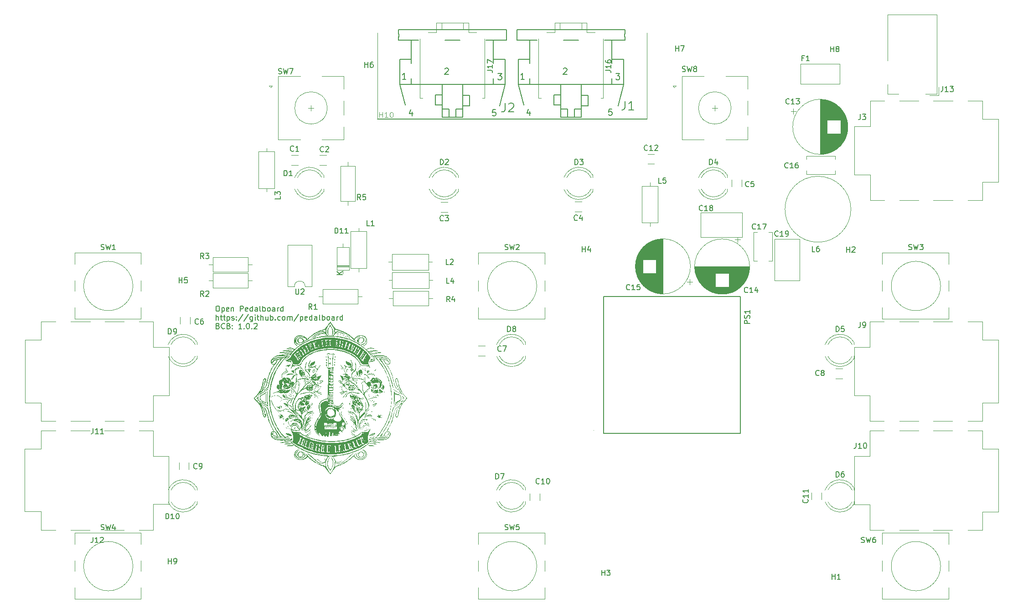
<source format=gto>
G04 #@! TF.GenerationSoftware,KiCad,Pcbnew,7.0.1.1-36-gbcf78dbe24-dirty-deb11*
G04 #@! TF.CreationDate,2023-04-05T23:06:29+00:00*
G04 #@! TF.ProjectId,pedalboard-hw,70656461-6c62-46f6-9172-642d68772e6b,1.0.2*
G04 #@! TF.SameCoordinates,Original*
G04 #@! TF.FileFunction,Legend,Top*
G04 #@! TF.FilePolarity,Positive*
%FSLAX46Y46*%
G04 Gerber Fmt 4.6, Leading zero omitted, Abs format (unit mm)*
G04 Created by KiCad (PCBNEW 7.0.1.1-36-gbcf78dbe24-dirty-deb11) date 2023-04-05 23:06:29*
%MOMM*%
%LPD*%
G01*
G04 APERTURE LIST*
%ADD10C,0.000000*%
%ADD11C,0.008210*%
%ADD12C,0.004304*%
%ADD13C,0.004635*%
%ADD14C,0.150000*%
%ADD15C,0.100000*%
%ADD16C,0.160020*%
%ADD17C,0.127000*%
%ADD18C,0.120000*%
%ADD19C,0.200000*%
%ADD20C,0.152400*%
G04 APERTURE END LIST*
D10*
G36*
X76272760Y-84789705D02*
G01*
X76274337Y-84791208D01*
X76275727Y-84793865D01*
X76277935Y-84802562D01*
X76279357Y-84815641D01*
X76279967Y-84832948D01*
X76279741Y-84854326D01*
X76278651Y-84879622D01*
X76276673Y-84908680D01*
X76273779Y-84941344D01*
X76265146Y-85016874D01*
X76262340Y-85037857D01*
X76259234Y-85058395D01*
X76255859Y-85078375D01*
X76252247Y-85097683D01*
X76248428Y-85116205D01*
X76244434Y-85133829D01*
X76240294Y-85150439D01*
X76236041Y-85165923D01*
X76231706Y-85180167D01*
X76227318Y-85193057D01*
X76222911Y-85204479D01*
X76218513Y-85214320D01*
X76214157Y-85222466D01*
X76212004Y-85225868D01*
X76209873Y-85228803D01*
X76207768Y-85231258D01*
X76205692Y-85233218D01*
X76203651Y-85234669D01*
X76201646Y-85235597D01*
X76196449Y-85236591D01*
X76191446Y-85236314D01*
X76186646Y-85234837D01*
X76182057Y-85232235D01*
X76177688Y-85228578D01*
X76173547Y-85223939D01*
X76169642Y-85218391D01*
X76165982Y-85212005D01*
X76162576Y-85204855D01*
X76159431Y-85197012D01*
X76153959Y-85179538D01*
X76149635Y-85160163D01*
X76146525Y-85139465D01*
X76144696Y-85118023D01*
X76144217Y-85096415D01*
X76145153Y-85075221D01*
X76147573Y-85055019D01*
X76151542Y-85036387D01*
X76154130Y-85027842D01*
X76157130Y-85019906D01*
X76160551Y-85012652D01*
X76164402Y-85006153D01*
X76168690Y-85000481D01*
X76173425Y-84995707D01*
X76177511Y-84991956D01*
X76181803Y-84987356D01*
X76186261Y-84981972D01*
X76190843Y-84975864D01*
X76195508Y-84969094D01*
X76200213Y-84961725D01*
X76204919Y-84953819D01*
X76209584Y-84945437D01*
X76214166Y-84936641D01*
X76218624Y-84927495D01*
X76222916Y-84918059D01*
X76227002Y-84908395D01*
X76230840Y-84898566D01*
X76234388Y-84888634D01*
X76237606Y-84878661D01*
X76240451Y-84868708D01*
X76247434Y-84842389D01*
X76253812Y-84821537D01*
X76259559Y-84805998D01*
X76264650Y-84795616D01*
X76266942Y-84792311D01*
X76269059Y-84790237D01*
X76271000Y-84789374D01*
X76272760Y-84789705D01*
G37*
G36*
X71948414Y-93282293D02*
G01*
X71956098Y-93282883D01*
X71963637Y-93283782D01*
X71971015Y-93284982D01*
X71978214Y-93286475D01*
X71985220Y-93288255D01*
X71992016Y-93290315D01*
X71998586Y-93292648D01*
X72004914Y-93295246D01*
X72010983Y-93298103D01*
X72016778Y-93301210D01*
X72022282Y-93304562D01*
X72027479Y-93308151D01*
X72032354Y-93311970D01*
X72036889Y-93316012D01*
X72041069Y-93320270D01*
X72044877Y-93324736D01*
X72048298Y-93329403D01*
X72051315Y-93334266D01*
X72053913Y-93339315D01*
X72056074Y-93344545D01*
X72057783Y-93349947D01*
X72059024Y-93355516D01*
X72059780Y-93361244D01*
X72060036Y-93367123D01*
X72059944Y-93368745D01*
X72059670Y-93370304D01*
X72059222Y-93371796D01*
X72058602Y-93373221D01*
X72057818Y-93374576D01*
X72056873Y-93375859D01*
X72055773Y-93377069D01*
X72054523Y-93378203D01*
X72053129Y-93379260D01*
X72051595Y-93380237D01*
X72048129Y-93381945D01*
X72044167Y-93383312D01*
X72039751Y-93384323D01*
X72034921Y-93384961D01*
X72029718Y-93385212D01*
X72024185Y-93385060D01*
X72018363Y-93384489D01*
X72012293Y-93383483D01*
X72006016Y-93382029D01*
X71999573Y-93380109D01*
X71993007Y-93377708D01*
X71985737Y-93375929D01*
X71978503Y-93374559D01*
X71971342Y-93373592D01*
X71964289Y-93373022D01*
X71957381Y-93372846D01*
X71950653Y-93373057D01*
X71944143Y-93373650D01*
X71937886Y-93374621D01*
X71934863Y-93375247D01*
X71931918Y-93375964D01*
X71929054Y-93376774D01*
X71926276Y-93377674D01*
X71923588Y-93378665D01*
X71920995Y-93379745D01*
X71918502Y-93380915D01*
X71916113Y-93382173D01*
X71913832Y-93383520D01*
X71911664Y-93384953D01*
X71909614Y-93386473D01*
X71907686Y-93388078D01*
X71905884Y-93389769D01*
X71904214Y-93391545D01*
X71902679Y-93393404D01*
X71901285Y-93395347D01*
X71899019Y-93398650D01*
X71896221Y-93401928D01*
X71892937Y-93405153D01*
X71889214Y-93408301D01*
X71885098Y-93411346D01*
X71880636Y-93414261D01*
X71875874Y-93417022D01*
X71870859Y-93419601D01*
X71865637Y-93421974D01*
X71860254Y-93424114D01*
X71854759Y-93425996D01*
X71849196Y-93427594D01*
X71843612Y-93428882D01*
X71838054Y-93429833D01*
X71832568Y-93430423D01*
X71827202Y-93430626D01*
X71819334Y-93430291D01*
X71812255Y-93429312D01*
X71805949Y-93427727D01*
X71800399Y-93425575D01*
X71795588Y-93422893D01*
X71791499Y-93419719D01*
X71788115Y-93416092D01*
X71785420Y-93412049D01*
X71783397Y-93407630D01*
X71782028Y-93402871D01*
X71781298Y-93397811D01*
X71781189Y-93392488D01*
X71781685Y-93386940D01*
X71782769Y-93381206D01*
X71784424Y-93375323D01*
X71786633Y-93369330D01*
X71789379Y-93363264D01*
X71792646Y-93357164D01*
X71796417Y-93351068D01*
X71800675Y-93345014D01*
X71805403Y-93339040D01*
X71810585Y-93333184D01*
X71816203Y-93327485D01*
X71822241Y-93321980D01*
X71828682Y-93316708D01*
X71835510Y-93311706D01*
X71842707Y-93307013D01*
X71850256Y-93302667D01*
X71858142Y-93298706D01*
X71866346Y-93295168D01*
X71874853Y-93292091D01*
X71883646Y-93289514D01*
X71891911Y-93287384D01*
X71900161Y-93285618D01*
X71908378Y-93284211D01*
X71916547Y-93283154D01*
X71924651Y-93282441D01*
X71932674Y-93282065D01*
X71940601Y-93282018D01*
X71948414Y-93282293D01*
G37*
G36*
X63589400Y-92129915D02*
G01*
X63592357Y-92131119D01*
X63595030Y-92133032D01*
X63597423Y-92135662D01*
X63599543Y-92139017D01*
X63601394Y-92143106D01*
X63602981Y-92147938D01*
X63605386Y-92159861D01*
X63606798Y-92174853D01*
X63607260Y-92192982D01*
X63606812Y-92214315D01*
X63605496Y-92238919D01*
X63603353Y-92266862D01*
X63600425Y-92298210D01*
X63598729Y-92319045D01*
X63597607Y-92339219D01*
X63597053Y-92358732D01*
X63597062Y-92377583D01*
X63597630Y-92395773D01*
X63598751Y-92413302D01*
X63600419Y-92430169D01*
X63602630Y-92446375D01*
X63605378Y-92461919D01*
X63608659Y-92476802D01*
X63612466Y-92491023D01*
X63616796Y-92504583D01*
X63621642Y-92517481D01*
X63627000Y-92529718D01*
X63632865Y-92541294D01*
X63639230Y-92552208D01*
X63644558Y-92561205D01*
X63649938Y-92570936D01*
X63660728Y-92592227D01*
X63671353Y-92615336D01*
X63681564Y-92639521D01*
X63691114Y-92664035D01*
X63699754Y-92688137D01*
X63707237Y-92711081D01*
X63713314Y-92732124D01*
X63714398Y-92737074D01*
X63715662Y-92741997D01*
X63717099Y-92746887D01*
X63718702Y-92751740D01*
X63722383Y-92761308D01*
X63726653Y-92770654D01*
X63731461Y-92779731D01*
X63736754Y-92788492D01*
X63742482Y-92796893D01*
X63748592Y-92804884D01*
X63755032Y-92812422D01*
X63761752Y-92819457D01*
X63768699Y-92825946D01*
X63775822Y-92831840D01*
X63783068Y-92837093D01*
X63790388Y-92841659D01*
X63794058Y-92843669D01*
X63797727Y-92845491D01*
X63801389Y-92847117D01*
X63805036Y-92848542D01*
X63811724Y-92850890D01*
X63818520Y-92853930D01*
X63825368Y-92857611D01*
X63832211Y-92861881D01*
X63838992Y-92866689D01*
X63845654Y-92871982D01*
X63852140Y-92877709D01*
X63858394Y-92883819D01*
X63864358Y-92890260D01*
X63869976Y-92896979D01*
X63875191Y-92903926D01*
X63879946Y-92911049D01*
X63884184Y-92918296D01*
X63887849Y-92925615D01*
X63890883Y-92932954D01*
X63892146Y-92936616D01*
X63893230Y-92940263D01*
X63896258Y-92949183D01*
X63899389Y-92957421D01*
X63902619Y-92964978D01*
X63905950Y-92971855D01*
X63909378Y-92978053D01*
X63912904Y-92983571D01*
X63916525Y-92988411D01*
X63920240Y-92992574D01*
X63924048Y-92996060D01*
X63927949Y-92998869D01*
X63931939Y-93001003D01*
X63936019Y-93002462D01*
X63940186Y-93003246D01*
X63944440Y-93003357D01*
X63948779Y-93002794D01*
X63953203Y-93001559D01*
X63957709Y-92999652D01*
X63962296Y-92997074D01*
X63966963Y-92993826D01*
X63971710Y-92989908D01*
X63976533Y-92985320D01*
X63981433Y-92980064D01*
X63986408Y-92974140D01*
X63991457Y-92967549D01*
X63996578Y-92960291D01*
X64001770Y-92952367D01*
X64012362Y-92934523D01*
X64023222Y-92914024D01*
X64034341Y-92890873D01*
X64070794Y-92817818D01*
X64106358Y-92751919D01*
X64141467Y-92692894D01*
X64176555Y-92640457D01*
X64194227Y-92616621D01*
X64212057Y-92594325D01*
X64230098Y-92573534D01*
X64248406Y-92554213D01*
X64267034Y-92536326D01*
X64286037Y-92519837D01*
X64305468Y-92504711D01*
X64325383Y-92490913D01*
X64345835Y-92478406D01*
X64366879Y-92467156D01*
X64388569Y-92457127D01*
X64410959Y-92448283D01*
X64434104Y-92440589D01*
X64458057Y-92434010D01*
X64482874Y-92428509D01*
X64508607Y-92424051D01*
X64535312Y-92420601D01*
X64563043Y-92418123D01*
X64621799Y-92415941D01*
X64685310Y-92417222D01*
X64754008Y-92421681D01*
X64778505Y-92423951D01*
X64803012Y-92426776D01*
X64851849Y-92434001D01*
X64900108Y-92443168D01*
X64947375Y-92454093D01*
X64993236Y-92466588D01*
X65037278Y-92480468D01*
X65079088Y-92495547D01*
X65118251Y-92511639D01*
X65154356Y-92528558D01*
X65171132Y-92537270D01*
X65186988Y-92546118D01*
X65201872Y-92555080D01*
X65215734Y-92564132D01*
X65228520Y-92573252D01*
X65240180Y-92582415D01*
X65250662Y-92591599D01*
X65259914Y-92600781D01*
X65267884Y-92609936D01*
X65274521Y-92619043D01*
X65279773Y-92628077D01*
X65283588Y-92637016D01*
X65285915Y-92645836D01*
X65286703Y-92654513D01*
X65286620Y-92662566D01*
X65286207Y-92669493D01*
X65285214Y-92675241D01*
X65283395Y-92679759D01*
X65282098Y-92681541D01*
X65280501Y-92682996D01*
X65278574Y-92684118D01*
X65276284Y-92684900D01*
X65273602Y-92685335D01*
X65270497Y-92685418D01*
X65262890Y-92684500D01*
X65253216Y-92682094D01*
X65241227Y-92678147D01*
X65226675Y-92672609D01*
X65209312Y-92665428D01*
X65165159Y-92645929D01*
X65106786Y-92619236D01*
X65073158Y-92604892D01*
X65040998Y-92592289D01*
X65010202Y-92581432D01*
X64980668Y-92572328D01*
X64952290Y-92564980D01*
X64924967Y-92559395D01*
X64898595Y-92555577D01*
X64873071Y-92553531D01*
X64848290Y-92553263D01*
X64824150Y-92554778D01*
X64800548Y-92558081D01*
X64777380Y-92563178D01*
X64754542Y-92570072D01*
X64731932Y-92578770D01*
X64709446Y-92589277D01*
X64686980Y-92601597D01*
X64665331Y-92613579D01*
X64638143Y-92628000D01*
X64571446Y-92662010D01*
X64495488Y-92699327D01*
X64418870Y-92735652D01*
X64386309Y-92752172D01*
X64354839Y-92769917D01*
X64324557Y-92788788D01*
X64295563Y-92808688D01*
X64267953Y-92829518D01*
X64241826Y-92851179D01*
X64217281Y-92873575D01*
X64194415Y-92896607D01*
X64173326Y-92920175D01*
X64154114Y-92944184D01*
X64136875Y-92968533D01*
X64121709Y-92993125D01*
X64108713Y-93017862D01*
X64097986Y-93042646D01*
X64093504Y-93055024D01*
X64089626Y-93067378D01*
X64086364Y-93079694D01*
X64083730Y-93091960D01*
X64081584Y-93101271D01*
X64079124Y-93110023D01*
X64076370Y-93118213D01*
X64073340Y-93125838D01*
X64070051Y-93132898D01*
X64066522Y-93139390D01*
X64062771Y-93145313D01*
X64058816Y-93150663D01*
X64054674Y-93155440D01*
X64050365Y-93159642D01*
X64045905Y-93163266D01*
X64041314Y-93166311D01*
X64036610Y-93168774D01*
X64031809Y-93170654D01*
X64026932Y-93171949D01*
X64021994Y-93172656D01*
X64017016Y-93172775D01*
X64012014Y-93172302D01*
X64007007Y-93171237D01*
X64002013Y-93169576D01*
X63997050Y-93167319D01*
X63992136Y-93164463D01*
X63987289Y-93161006D01*
X63982527Y-93156946D01*
X63977869Y-93152282D01*
X63973332Y-93147011D01*
X63968935Y-93141132D01*
X63964696Y-93134642D01*
X63960632Y-93127540D01*
X63956761Y-93119824D01*
X63953103Y-93111491D01*
X63949675Y-93102540D01*
X63945965Y-93093910D01*
X63941489Y-93085254D01*
X63936311Y-93076628D01*
X63930492Y-93068091D01*
X63924095Y-93059698D01*
X63917181Y-93051506D01*
X63909812Y-93043573D01*
X63902050Y-93035955D01*
X63893957Y-93028709D01*
X63885596Y-93021892D01*
X63877028Y-93015560D01*
X63868315Y-93009772D01*
X63859520Y-93004582D01*
X63850704Y-93000049D01*
X63841929Y-92996229D01*
X63833258Y-92993179D01*
X63817571Y-92988021D01*
X63802183Y-92980357D01*
X63786982Y-92969995D01*
X63771853Y-92956744D01*
X63756682Y-92940414D01*
X63741357Y-92920812D01*
X63725763Y-92897748D01*
X63709786Y-92871031D01*
X63693313Y-92840468D01*
X63676231Y-92805870D01*
X63658425Y-92767044D01*
X63639782Y-92723801D01*
X63599529Y-92623293D01*
X63554564Y-92502818D01*
X63540876Y-92464793D01*
X63528905Y-92429961D01*
X63518628Y-92398127D01*
X63510026Y-92369093D01*
X63503077Y-92342664D01*
X63500216Y-92330365D01*
X63497761Y-92318644D01*
X63495709Y-92307475D01*
X63494058Y-92296834D01*
X63492804Y-92286698D01*
X63491946Y-92277041D01*
X63491480Y-92267838D01*
X63491405Y-92259066D01*
X63491717Y-92250699D01*
X63492414Y-92242714D01*
X63493494Y-92235085D01*
X63494953Y-92227788D01*
X63496790Y-92220798D01*
X63499001Y-92214092D01*
X63501585Y-92207644D01*
X63504537Y-92201429D01*
X63507857Y-92195424D01*
X63511541Y-92189604D01*
X63515587Y-92183944D01*
X63519992Y-92178419D01*
X63524754Y-92173006D01*
X63529869Y-92167679D01*
X63543064Y-92154998D01*
X63554894Y-92144783D01*
X63565402Y-92137100D01*
X63570172Y-92134229D01*
X63574628Y-92132016D01*
X63578773Y-92130470D01*
X63582614Y-92129599D01*
X63586154Y-92129411D01*
X63589400Y-92129915D01*
G37*
G36*
X77645412Y-92076611D02*
G01*
X77648132Y-92077082D01*
X77650913Y-92077812D01*
X77653768Y-92078803D01*
X77656705Y-92080055D01*
X77659735Y-92081569D01*
X77662868Y-92083345D01*
X77666115Y-92085383D01*
X77669486Y-92087685D01*
X77672991Y-92090252D01*
X77680446Y-92096180D01*
X77688562Y-92103173D01*
X77697423Y-92111235D01*
X77705486Y-92119473D01*
X77709115Y-92123334D01*
X77712479Y-92127035D01*
X77715576Y-92130582D01*
X77718407Y-92133986D01*
X77720974Y-92137254D01*
X77723276Y-92140395D01*
X77725315Y-92143417D01*
X77727091Y-92146329D01*
X77728604Y-92149138D01*
X77729857Y-92151854D01*
X77730848Y-92154484D01*
X77731578Y-92157038D01*
X77732049Y-92159523D01*
X77732261Y-92161948D01*
X77732215Y-92164321D01*
X77731911Y-92166651D01*
X77731350Y-92168946D01*
X77730532Y-92171215D01*
X77729459Y-92173465D01*
X77728130Y-92175706D01*
X77726547Y-92177946D01*
X77724710Y-92180192D01*
X77722620Y-92182455D01*
X77720277Y-92184741D01*
X77717682Y-92187059D01*
X77714836Y-92189418D01*
X77711739Y-92191826D01*
X77708393Y-92194292D01*
X77700952Y-92199429D01*
X77691768Y-92204993D01*
X77682750Y-92209794D01*
X77673921Y-92213853D01*
X77665302Y-92217193D01*
X77656916Y-92219835D01*
X77648785Y-92221801D01*
X77640930Y-92223113D01*
X77633373Y-92223794D01*
X77626137Y-92223865D01*
X77619243Y-92223348D01*
X77612713Y-92222266D01*
X77606570Y-92220639D01*
X77600835Y-92218490D01*
X77595530Y-92215842D01*
X77590677Y-92212715D01*
X77586299Y-92209133D01*
X77582416Y-92205116D01*
X77579052Y-92200687D01*
X77576228Y-92195868D01*
X77573965Y-92190681D01*
X77572287Y-92185147D01*
X77571214Y-92179290D01*
X77570770Y-92173130D01*
X77570975Y-92166689D01*
X77571852Y-92159990D01*
X77573423Y-92153055D01*
X77575709Y-92145905D01*
X77578734Y-92138563D01*
X77582517Y-92131050D01*
X77587083Y-92123389D01*
X77592452Y-92115601D01*
X77598647Y-92107708D01*
X77605027Y-92100268D01*
X77610993Y-92093824D01*
X77613848Y-92090978D01*
X77616630Y-92088384D01*
X77619349Y-92086041D01*
X77622018Y-92083951D01*
X77624645Y-92082114D01*
X77627240Y-92080530D01*
X77629816Y-92079202D01*
X77632381Y-92078128D01*
X77634945Y-92077311D01*
X77637521Y-92076749D01*
X77640117Y-92076445D01*
X77642743Y-92076399D01*
X77645412Y-92076611D01*
G37*
G36*
X75174622Y-89700882D02*
G01*
X75177078Y-89701202D01*
X75179659Y-89701834D01*
X75182376Y-89702779D01*
X75185239Y-89704037D01*
X75188260Y-89705611D01*
X75191450Y-89707502D01*
X75194819Y-89709710D01*
X75198379Y-89712237D01*
X75206114Y-89718254D01*
X75214743Y-89725563D01*
X75224354Y-89734174D01*
X75235034Y-89744098D01*
X75241524Y-89750241D01*
X75247757Y-89756741D01*
X75253727Y-89763561D01*
X75259426Y-89770666D01*
X75264845Y-89778019D01*
X75269978Y-89785583D01*
X75274816Y-89793323D01*
X75279352Y-89801203D01*
X75283578Y-89809186D01*
X75287486Y-89817237D01*
X75291069Y-89825318D01*
X75294318Y-89833394D01*
X75297226Y-89841429D01*
X75299785Y-89849386D01*
X75301988Y-89857230D01*
X75303826Y-89864924D01*
X75305293Y-89872431D01*
X75306379Y-89879717D01*
X75307078Y-89886744D01*
X75307382Y-89893477D01*
X75307282Y-89899879D01*
X75306772Y-89905914D01*
X75305843Y-89911545D01*
X75304488Y-89916738D01*
X75302698Y-89921455D01*
X75300467Y-89925661D01*
X75297787Y-89929319D01*
X75294649Y-89932393D01*
X75291045Y-89934846D01*
X75286970Y-89936644D01*
X75282413Y-89937749D01*
X75277368Y-89938125D01*
X75272278Y-89937699D01*
X75266949Y-89936448D01*
X75261410Y-89934419D01*
X75255692Y-89931655D01*
X75249824Y-89928202D01*
X75243836Y-89924103D01*
X75231618Y-89914147D01*
X75219276Y-89902145D01*
X75207047Y-89888454D01*
X75195170Y-89873429D01*
X75183883Y-89857427D01*
X75173422Y-89840805D01*
X75164025Y-89823920D01*
X75155931Y-89807128D01*
X75149377Y-89790785D01*
X75144600Y-89775249D01*
X75142953Y-89767894D01*
X75141839Y-89760875D01*
X75141288Y-89754235D01*
X75141331Y-89748020D01*
X75141996Y-89742274D01*
X75143314Y-89737042D01*
X75147173Y-89728362D01*
X75150872Y-89720850D01*
X75154498Y-89714516D01*
X75156312Y-89711794D01*
X75158141Y-89709370D01*
X75159995Y-89707247D01*
X75161886Y-89705424D01*
X75163825Y-89703904D01*
X75165823Y-89702687D01*
X75167890Y-89701775D01*
X75170039Y-89701169D01*
X75172279Y-89700871D01*
X75174622Y-89700882D01*
G37*
G36*
X66637051Y-79003071D02*
G01*
X66637990Y-79003598D01*
X66638903Y-79004476D01*
X66639798Y-79005706D01*
X66640683Y-79007288D01*
X66641566Y-79009220D01*
X66643354Y-79014140D01*
X66645224Y-79020465D01*
X66647240Y-79028196D01*
X66651952Y-79047875D01*
X66653473Y-79054426D01*
X66654732Y-79060840D01*
X66655736Y-79067108D01*
X66656493Y-79073217D01*
X66657010Y-79079155D01*
X66657293Y-79084911D01*
X66657351Y-79090474D01*
X66657189Y-79095831D01*
X66656815Y-79100970D01*
X66656237Y-79105882D01*
X66655461Y-79110553D01*
X66654495Y-79114972D01*
X66653345Y-79119127D01*
X66652019Y-79123007D01*
X66650523Y-79126601D01*
X66648866Y-79129896D01*
X66647053Y-79132881D01*
X66645092Y-79135544D01*
X66642991Y-79137874D01*
X66640756Y-79139859D01*
X66638394Y-79141488D01*
X66635913Y-79142748D01*
X66633319Y-79143628D01*
X66630620Y-79144117D01*
X66627823Y-79144203D01*
X66624935Y-79143875D01*
X66621963Y-79143119D01*
X66618914Y-79141926D01*
X66615795Y-79140284D01*
X66612614Y-79138180D01*
X66609377Y-79135603D01*
X66606091Y-79132542D01*
X66604820Y-79131468D01*
X66603650Y-79130234D01*
X66602582Y-79128847D01*
X66601613Y-79127312D01*
X66599968Y-79123821D01*
X66598705Y-79119808D01*
X66597814Y-79115320D01*
X66597285Y-79110403D01*
X66597108Y-79105104D01*
X66597272Y-79099468D01*
X66597766Y-79093544D01*
X66598581Y-79087376D01*
X66599706Y-79081012D01*
X66601130Y-79074498D01*
X66602844Y-79067881D01*
X66604837Y-79061207D01*
X66607099Y-79054523D01*
X66609619Y-79047875D01*
X66618962Y-79028196D01*
X66622797Y-79020465D01*
X66626156Y-79014140D01*
X66629101Y-79009220D01*
X66630439Y-79007288D01*
X66631696Y-79005706D01*
X66632880Y-79004476D01*
X66634000Y-79003598D01*
X66635064Y-79003071D01*
X66636078Y-79002895D01*
X66637051Y-79003071D01*
G37*
G36*
X66641397Y-89925393D02*
G01*
X66642645Y-89926057D01*
X66643801Y-89927328D01*
X66644876Y-89929202D01*
X66645882Y-89931678D01*
X66646829Y-89934755D01*
X66648590Y-89942700D01*
X66650248Y-89953022D01*
X66651891Y-89965706D01*
X66655481Y-89998097D01*
X66658437Y-90018650D01*
X66661930Y-90040154D01*
X66665836Y-90061907D01*
X66670032Y-90083205D01*
X66674394Y-90103345D01*
X66678797Y-90121625D01*
X66683117Y-90137341D01*
X66685207Y-90144019D01*
X66687231Y-90149792D01*
X66692296Y-90162066D01*
X66696911Y-90174397D01*
X66701080Y-90186761D01*
X66704808Y-90199132D01*
X66708099Y-90211485D01*
X66710958Y-90223794D01*
X66713389Y-90236036D01*
X66715398Y-90248183D01*
X66716988Y-90260212D01*
X66718163Y-90272096D01*
X66718929Y-90283812D01*
X66719291Y-90295332D01*
X66719251Y-90306634D01*
X66718816Y-90317690D01*
X66717989Y-90328477D01*
X66716776Y-90338968D01*
X66715180Y-90349139D01*
X66713206Y-90358964D01*
X66710858Y-90368419D01*
X66708142Y-90377478D01*
X66705062Y-90386115D01*
X66701621Y-90394306D01*
X66697826Y-90402026D01*
X66693680Y-90409249D01*
X66689187Y-90415950D01*
X66684353Y-90422103D01*
X66679181Y-90427685D01*
X66673677Y-90432669D01*
X66667845Y-90437030D01*
X66661689Y-90440743D01*
X66655214Y-90443784D01*
X66648424Y-90446125D01*
X66627935Y-90451288D01*
X66608163Y-90455553D01*
X66589143Y-90458952D01*
X66570910Y-90461518D01*
X66553498Y-90463283D01*
X66536943Y-90464279D01*
X66521279Y-90464539D01*
X66506542Y-90464095D01*
X66492766Y-90462979D01*
X66479985Y-90461223D01*
X66468236Y-90458861D01*
X66457553Y-90455923D01*
X66447970Y-90452443D01*
X66439523Y-90448452D01*
X66432246Y-90443984D01*
X66426175Y-90439069D01*
X66421344Y-90433742D01*
X66417788Y-90428033D01*
X66415542Y-90421976D01*
X66414641Y-90415601D01*
X66415119Y-90408943D01*
X66417013Y-90402033D01*
X66420355Y-90394903D01*
X66425183Y-90387586D01*
X66431529Y-90380114D01*
X66439430Y-90372519D01*
X66448920Y-90364834D01*
X66460033Y-90357090D01*
X66472806Y-90349321D01*
X66487272Y-90341558D01*
X66503467Y-90333834D01*
X66521425Y-90326181D01*
X66531429Y-90321860D01*
X66540936Y-90317497D01*
X66549944Y-90313090D01*
X66558453Y-90308638D01*
X66566460Y-90304139D01*
X66573964Y-90299592D01*
X66580965Y-90294997D01*
X66587461Y-90290351D01*
X66593450Y-90285653D01*
X66598931Y-90280902D01*
X66603903Y-90276097D01*
X66608365Y-90271237D01*
X66612316Y-90266320D01*
X66615753Y-90261344D01*
X66618677Y-90256309D01*
X66621085Y-90251214D01*
X66622976Y-90246056D01*
X66624349Y-90240836D01*
X66625203Y-90235550D01*
X66625536Y-90230199D01*
X66625347Y-90224780D01*
X66624635Y-90219293D01*
X66623398Y-90213737D01*
X66621636Y-90208109D01*
X66619346Y-90202409D01*
X66616528Y-90196635D01*
X66613181Y-90190787D01*
X66609302Y-90184862D01*
X66604891Y-90178859D01*
X66599947Y-90172778D01*
X66594468Y-90166617D01*
X66588452Y-90160374D01*
X66583493Y-90154911D01*
X66579206Y-90149081D01*
X66575600Y-90142849D01*
X66572688Y-90136176D01*
X66570478Y-90129029D01*
X66568981Y-90121369D01*
X66568207Y-90113162D01*
X66568168Y-90104371D01*
X66568872Y-90094960D01*
X66570331Y-90084893D01*
X66572555Y-90074133D01*
X66575554Y-90062644D01*
X66579338Y-90050391D01*
X66583919Y-90037337D01*
X66589305Y-90023445D01*
X66595508Y-90008680D01*
X66611831Y-89972776D01*
X66618475Y-89958629D01*
X66624226Y-89946999D01*
X66629171Y-89937871D01*
X66633397Y-89931228D01*
X66635268Y-89928833D01*
X66636993Y-89927055D01*
X66638582Y-89925890D01*
X66640046Y-89925337D01*
X66641397Y-89925393D01*
G37*
G36*
X64564178Y-82586928D02*
G01*
X64565934Y-82587201D01*
X64570061Y-82588459D01*
X64574974Y-82590646D01*
X64580630Y-82593743D01*
X64586990Y-82597729D01*
X64594011Y-82602583D01*
X64601652Y-82608285D01*
X64609872Y-82614813D01*
X64618630Y-82622148D01*
X64627883Y-82630267D01*
X64637592Y-82639152D01*
X64646232Y-82648458D01*
X64654294Y-82657827D01*
X64661779Y-82667221D01*
X64668687Y-82676600D01*
X64675019Y-82685925D01*
X64680775Y-82695156D01*
X64685956Y-82704255D01*
X64690563Y-82713180D01*
X64694597Y-82721894D01*
X64698057Y-82730357D01*
X64700945Y-82738529D01*
X64703262Y-82746370D01*
X64705007Y-82753843D01*
X64706182Y-82760906D01*
X64706788Y-82767521D01*
X64706824Y-82773649D01*
X64706292Y-82779249D01*
X64705192Y-82784283D01*
X64703525Y-82788711D01*
X64701291Y-82792493D01*
X64698492Y-82795591D01*
X64696880Y-82796871D01*
X64695127Y-82797965D01*
X64693233Y-82798868D01*
X64691198Y-82799575D01*
X64686705Y-82800383D01*
X64681648Y-82800348D01*
X64676029Y-82799431D01*
X64669848Y-82797593D01*
X64663106Y-82794794D01*
X64655803Y-82790996D01*
X64647940Y-82786158D01*
X64639517Y-82780242D01*
X64630536Y-82773207D01*
X64623586Y-82767715D01*
X64617272Y-82763168D01*
X64611568Y-82759604D01*
X64608937Y-82758201D01*
X64606448Y-82757057D01*
X64604099Y-82756177D01*
X64601886Y-82755565D01*
X64599806Y-82755225D01*
X64597856Y-82755163D01*
X64596032Y-82755382D01*
X64594332Y-82755887D01*
X64592752Y-82756683D01*
X64591289Y-82757774D01*
X64589940Y-82759165D01*
X64588701Y-82760860D01*
X64587570Y-82762864D01*
X64586542Y-82765182D01*
X64585615Y-82767817D01*
X64584786Y-82770774D01*
X64583407Y-82777674D01*
X64582379Y-82785917D01*
X64581678Y-82795540D01*
X64581275Y-82806579D01*
X64581147Y-82819070D01*
X64581268Y-82828282D01*
X64581622Y-82837370D01*
X64582193Y-82846293D01*
X64582966Y-82855008D01*
X64583925Y-82863476D01*
X64585054Y-82871655D01*
X64586338Y-82879503D01*
X64587762Y-82886979D01*
X64589309Y-82894041D01*
X64590966Y-82900649D01*
X64592715Y-82906760D01*
X64594542Y-82912334D01*
X64596431Y-82917330D01*
X64598366Y-82921705D01*
X64600332Y-82925419D01*
X64602314Y-82928430D01*
X64606149Y-82933056D01*
X64609716Y-82938937D01*
X64613017Y-82945984D01*
X64616053Y-82954110D01*
X64621336Y-82973241D01*
X64625575Y-82995623D01*
X64628781Y-83020548D01*
X64630963Y-83047307D01*
X64632133Y-83075193D01*
X64632300Y-83103497D01*
X64631475Y-83131511D01*
X64629668Y-83158529D01*
X64626889Y-83183841D01*
X64623150Y-83206740D01*
X64618459Y-83226517D01*
X64612828Y-83242465D01*
X64609663Y-83248782D01*
X64606267Y-83253876D01*
X64602641Y-83257659D01*
X64598786Y-83260042D01*
X64590472Y-83261329D01*
X64580184Y-83260004D01*
X64568081Y-83256225D01*
X64554317Y-83250148D01*
X64539049Y-83241932D01*
X64522434Y-83231734D01*
X64485787Y-83206023D01*
X64445626Y-83174276D01*
X64403201Y-83137754D01*
X64359763Y-83097719D01*
X64316564Y-83055430D01*
X64274852Y-83012149D01*
X64235879Y-82969137D01*
X64200896Y-82927655D01*
X64171153Y-82888963D01*
X64147900Y-82854322D01*
X64139099Y-82838915D01*
X64132389Y-82824994D01*
X64127927Y-82812716D01*
X64125869Y-82802239D01*
X64126372Y-82793721D01*
X64129591Y-82787319D01*
X64138301Y-82776953D01*
X64147224Y-82767026D01*
X64156345Y-82757543D01*
X64165648Y-82748506D01*
X64175119Y-82739922D01*
X64184743Y-82731795D01*
X64194505Y-82724129D01*
X64204391Y-82716929D01*
X64214386Y-82710199D01*
X64224474Y-82703943D01*
X64234640Y-82698167D01*
X64244871Y-82692875D01*
X64255151Y-82688071D01*
X64265465Y-82683760D01*
X64275799Y-82679947D01*
X64286137Y-82676635D01*
X64296464Y-82673830D01*
X64306767Y-82671536D01*
X64317029Y-82669757D01*
X64327237Y-82668498D01*
X64337374Y-82667764D01*
X64347428Y-82667558D01*
X64357381Y-82667887D01*
X64367220Y-82668753D01*
X64376931Y-82670162D01*
X64386497Y-82672118D01*
X64395904Y-82674626D01*
X64405137Y-82677690D01*
X64414182Y-82681314D01*
X64423023Y-82685504D01*
X64431646Y-82690264D01*
X64440036Y-82695598D01*
X64448250Y-82701201D01*
X64456343Y-82706116D01*
X64464300Y-82710355D01*
X64472103Y-82713932D01*
X64479735Y-82716861D01*
X64487180Y-82719154D01*
X64494421Y-82720826D01*
X64501441Y-82721890D01*
X64508224Y-82722360D01*
X64514751Y-82722249D01*
X64521008Y-82721571D01*
X64526976Y-82720340D01*
X64532640Y-82718568D01*
X64537982Y-82716270D01*
X64542985Y-82713459D01*
X64547633Y-82710149D01*
X64551909Y-82706353D01*
X64555796Y-82702085D01*
X64559278Y-82697358D01*
X64562337Y-82692186D01*
X64564957Y-82686583D01*
X64567121Y-82680562D01*
X64568811Y-82674136D01*
X64570013Y-82667320D01*
X64570708Y-82660126D01*
X64570879Y-82652569D01*
X64570511Y-82644661D01*
X64569586Y-82636417D01*
X64568087Y-82627850D01*
X64565998Y-82618974D01*
X64563301Y-82609802D01*
X64559981Y-82600348D01*
X64558527Y-82595590D01*
X64558190Y-82593608D01*
X64558107Y-82591887D01*
X64558271Y-82590424D01*
X64558678Y-82589217D01*
X64559323Y-82588263D01*
X64560201Y-82587560D01*
X64561306Y-82587104D01*
X64562633Y-82586895D01*
X64564178Y-82586928D01*
G37*
G36*
X76203114Y-84402948D02*
G01*
X76211788Y-84403207D01*
X76220959Y-84403694D01*
X76230585Y-84404413D01*
X76240624Y-84405370D01*
X76251035Y-84406570D01*
X76265517Y-84408074D01*
X76278589Y-84410008D01*
X76290327Y-84412468D01*
X76295721Y-84413927D01*
X76300810Y-84415554D01*
X76305605Y-84417362D01*
X76310114Y-84419363D01*
X76314349Y-84421570D01*
X76318318Y-84423994D01*
X76322031Y-84426649D01*
X76325499Y-84429545D01*
X76328729Y-84432696D01*
X76331733Y-84436114D01*
X76334520Y-84439811D01*
X76337100Y-84443799D01*
X76339482Y-84448091D01*
X76341676Y-84452699D01*
X76343692Y-84457635D01*
X76345539Y-84462911D01*
X76348766Y-84474534D01*
X76351435Y-84487666D01*
X76353623Y-84502404D01*
X76355408Y-84518849D01*
X76356868Y-84537096D01*
X76360155Y-84575310D01*
X76361078Y-84590349D01*
X76361334Y-84602692D01*
X76361168Y-84607854D01*
X76360784Y-84612347D01*
X76360163Y-84616170D01*
X76359288Y-84619325D01*
X76358141Y-84621813D01*
X76356707Y-84623637D01*
X76354965Y-84624796D01*
X76352901Y-84625292D01*
X76350495Y-84625127D01*
X76347730Y-84624301D01*
X76344590Y-84622817D01*
X76341057Y-84620675D01*
X76337112Y-84617877D01*
X76332739Y-84614424D01*
X76322639Y-84605558D01*
X76310617Y-84594087D01*
X76296532Y-84580023D01*
X76261620Y-84544152D01*
X76239701Y-84520746D01*
X76219230Y-84498456D01*
X76200661Y-84477738D01*
X76184448Y-84459045D01*
X76177368Y-84450600D01*
X76171047Y-84442832D01*
X76165542Y-84435798D01*
X76160911Y-84429554D01*
X76157210Y-84424158D01*
X76154496Y-84419667D01*
X76153527Y-84417778D01*
X76152826Y-84416136D01*
X76152400Y-84414749D01*
X76152257Y-84413624D01*
X76152380Y-84412652D01*
X76152746Y-84411723D01*
X76153350Y-84410836D01*
X76154186Y-84409993D01*
X76156536Y-84408438D01*
X76159753Y-84407065D01*
X76163798Y-84405877D01*
X76168628Y-84404881D01*
X76174202Y-84404081D01*
X76180479Y-84403482D01*
X76187418Y-84403090D01*
X76194976Y-84402911D01*
X76203114Y-84402948D01*
G37*
G36*
X70545054Y-79778196D02*
G01*
X70546975Y-79778409D01*
X70548852Y-79778758D01*
X70550684Y-79779241D01*
X70552469Y-79779853D01*
X70554207Y-79780590D01*
X70555895Y-79781448D01*
X70557533Y-79782424D01*
X70559119Y-79783514D01*
X70560652Y-79784714D01*
X70562131Y-79786019D01*
X70563555Y-79787427D01*
X70566230Y-79790533D01*
X70568668Y-79794000D01*
X70570857Y-79797798D01*
X70572788Y-79801896D01*
X70574450Y-79806263D01*
X70575833Y-79810867D01*
X70576927Y-79815678D01*
X70577721Y-79820665D01*
X70578205Y-79825796D01*
X70578369Y-79831041D01*
X70578328Y-79833676D01*
X70578205Y-79836287D01*
X70578003Y-79838868D01*
X70577721Y-79841418D01*
X70577362Y-79843931D01*
X70576927Y-79846405D01*
X70576417Y-79848834D01*
X70575833Y-79851216D01*
X70575177Y-79853546D01*
X70574450Y-79855820D01*
X70573653Y-79858035D01*
X70572788Y-79860187D01*
X70571855Y-79862271D01*
X70570857Y-79864285D01*
X70569794Y-79866223D01*
X70568668Y-79868083D01*
X70567479Y-79869860D01*
X70566230Y-79871550D01*
X70564922Y-79873151D01*
X70563555Y-79874656D01*
X70562131Y-79876064D01*
X70560652Y-79877369D01*
X70559119Y-79878569D01*
X70557533Y-79879659D01*
X70555895Y-79880635D01*
X70554207Y-79881493D01*
X70552469Y-79882230D01*
X70550684Y-79882842D01*
X70548852Y-79883324D01*
X70546975Y-79883674D01*
X70545054Y-79883886D01*
X70543091Y-79883958D01*
X70541438Y-79883886D01*
X70539788Y-79883674D01*
X70538144Y-79883324D01*
X70536511Y-79882842D01*
X70534890Y-79882230D01*
X70533285Y-79881493D01*
X70531700Y-79880635D01*
X70530137Y-79879659D01*
X70527092Y-79877369D01*
X70524177Y-79874656D01*
X70521416Y-79871550D01*
X70518837Y-79868083D01*
X70516464Y-79864285D01*
X70514324Y-79860187D01*
X70512442Y-79855820D01*
X70510844Y-79851216D01*
X70509557Y-79846405D01*
X70508605Y-79841418D01*
X70508015Y-79836287D01*
X70507812Y-79831041D01*
X70507864Y-79828407D01*
X70508015Y-79825796D01*
X70508263Y-79823215D01*
X70508605Y-79820665D01*
X70509037Y-79818152D01*
X70509557Y-79815678D01*
X70510160Y-79813249D01*
X70510844Y-79810867D01*
X70511606Y-79808537D01*
X70512442Y-79806263D01*
X70513349Y-79804048D01*
X70514324Y-79801896D01*
X70515363Y-79799812D01*
X70516464Y-79797798D01*
X70517623Y-79795860D01*
X70518837Y-79794000D01*
X70520102Y-79792223D01*
X70521416Y-79790533D01*
X70522776Y-79788933D01*
X70524177Y-79787427D01*
X70525617Y-79786019D01*
X70527092Y-79784714D01*
X70528600Y-79783514D01*
X70530137Y-79782424D01*
X70531700Y-79781448D01*
X70533285Y-79780590D01*
X70534890Y-79779853D01*
X70536511Y-79779241D01*
X70538144Y-79778758D01*
X70539788Y-79778409D01*
X70541438Y-79778196D01*
X70543091Y-79778125D01*
X70545054Y-79778196D01*
G37*
G36*
X78649754Y-87449886D02*
G01*
X78651143Y-87450088D01*
X78652378Y-87450473D01*
X78653451Y-87451042D01*
X78654280Y-87452177D01*
X78654784Y-87453594D01*
X78654972Y-87455283D01*
X78654850Y-87457236D01*
X78653707Y-87461902D01*
X78651412Y-87467523D01*
X78648021Y-87474034D01*
X78643592Y-87481366D01*
X78638181Y-87489452D01*
X78631844Y-87498226D01*
X78624640Y-87507620D01*
X78616624Y-87517566D01*
X78607854Y-87527999D01*
X78598386Y-87538850D01*
X78577585Y-87561539D01*
X78554675Y-87585096D01*
X78533051Y-87605078D01*
X78514471Y-87621422D01*
X78498919Y-87634210D01*
X78486379Y-87643526D01*
X78476837Y-87649452D01*
X78473185Y-87651169D01*
X78470277Y-87652070D01*
X78468110Y-87652165D01*
X78466682Y-87651464D01*
X78465993Y-87649977D01*
X78466039Y-87647716D01*
X78466819Y-87644689D01*
X78468331Y-87640908D01*
X78473542Y-87631124D01*
X78481658Y-87618446D01*
X78492662Y-87602957D01*
X78506540Y-87584739D01*
X78523275Y-87563875D01*
X78542853Y-87540449D01*
X78565257Y-87514541D01*
X78572526Y-87506193D01*
X78579754Y-87498357D01*
X78586899Y-87491047D01*
X78593920Y-87484280D01*
X78600776Y-87478071D01*
X78607425Y-87472436D01*
X78613826Y-87467390D01*
X78619938Y-87462948D01*
X78625719Y-87459127D01*
X78631128Y-87455941D01*
X78636123Y-87453406D01*
X78638453Y-87452388D01*
X78640664Y-87451538D01*
X78642751Y-87450859D01*
X78644708Y-87450352D01*
X78646532Y-87450020D01*
X78648215Y-87449864D01*
X78649754Y-87449886D01*
G37*
G36*
X80219785Y-85284987D02*
G01*
X80229170Y-85285069D01*
X80237485Y-85285317D01*
X80244736Y-85285731D01*
X80250928Y-85286309D01*
X80253628Y-85286661D01*
X80256065Y-85287053D01*
X80258240Y-85287487D01*
X80260154Y-85287963D01*
X80261806Y-85288479D01*
X80263198Y-85289037D01*
X80264331Y-85289637D01*
X80265204Y-85290278D01*
X80265819Y-85290960D01*
X80266177Y-85291683D01*
X80266277Y-85292448D01*
X80266121Y-85293254D01*
X80265709Y-85294101D01*
X80265042Y-85294990D01*
X80264120Y-85295920D01*
X80262944Y-85296892D01*
X80261516Y-85297905D01*
X80259835Y-85298959D01*
X80257901Y-85300054D01*
X80255717Y-85301191D01*
X80250597Y-85303589D01*
X80244479Y-85306152D01*
X80239112Y-85308337D01*
X80233620Y-85310899D01*
X80228046Y-85313803D01*
X80222431Y-85317011D01*
X80216815Y-85320488D01*
X80211241Y-85324198D01*
X80205749Y-85328104D01*
X80200382Y-85332170D01*
X80195180Y-85336360D01*
X80190184Y-85340638D01*
X80185437Y-85344968D01*
X80180979Y-85349313D01*
X80176852Y-85353637D01*
X80173096Y-85357905D01*
X80169754Y-85362080D01*
X80166867Y-85366125D01*
X80163643Y-85370344D01*
X80162095Y-85372146D01*
X80160590Y-85373746D01*
X80159129Y-85375144D01*
X80157713Y-85376342D01*
X80156341Y-85377340D01*
X80155016Y-85378142D01*
X80153737Y-85378746D01*
X80152505Y-85379156D01*
X80151322Y-85379372D01*
X80150186Y-85379395D01*
X80149100Y-85379228D01*
X80148063Y-85378870D01*
X80147077Y-85378324D01*
X80146142Y-85377590D01*
X80145258Y-85376670D01*
X80144427Y-85375566D01*
X80143649Y-85374278D01*
X80142924Y-85372808D01*
X80142254Y-85371157D01*
X80141639Y-85369327D01*
X80140575Y-85365132D01*
X80139739Y-85360235D01*
X80139135Y-85354646D01*
X80138769Y-85348374D01*
X80138646Y-85341430D01*
X80138937Y-85334363D01*
X80139817Y-85327719D01*
X80140482Y-85324559D01*
X80141297Y-85321509D01*
X80142265Y-85318571D01*
X80143386Y-85315744D01*
X80144663Y-85313031D01*
X80146096Y-85310434D01*
X80147687Y-85307952D01*
X80149436Y-85305588D01*
X80151346Y-85303343D01*
X80153417Y-85301218D01*
X80155651Y-85299215D01*
X80158049Y-85297334D01*
X80160612Y-85295577D01*
X80163342Y-85293946D01*
X80166240Y-85292441D01*
X80169307Y-85291064D01*
X80172545Y-85289816D01*
X80175955Y-85288699D01*
X80179537Y-85287713D01*
X80183294Y-85286861D01*
X80191337Y-85285560D01*
X80200093Y-85284807D01*
X80209572Y-85284613D01*
X80219785Y-85284987D01*
G37*
G36*
X76515843Y-85786770D02*
G01*
X76517443Y-85786952D01*
X76520910Y-85787694D01*
X76524709Y-85788933D01*
X76528807Y-85790657D01*
X76533173Y-85792856D01*
X76537777Y-85795521D01*
X76542588Y-85798641D01*
X76547575Y-85802205D01*
X76552706Y-85806203D01*
X76557951Y-85810624D01*
X76563197Y-85815493D01*
X76568328Y-85820801D01*
X76573315Y-85826492D01*
X76578126Y-85832508D01*
X76582731Y-85838793D01*
X76587097Y-85845289D01*
X76591195Y-85851941D01*
X76594994Y-85858691D01*
X76598461Y-85865482D01*
X76601567Y-85872258D01*
X76604280Y-85878961D01*
X76606569Y-85885535D01*
X76608404Y-85891923D01*
X76609753Y-85898068D01*
X76610585Y-85903913D01*
X76610869Y-85909402D01*
X76610575Y-85914535D01*
X76609719Y-85918715D01*
X76608337Y-85921982D01*
X76606466Y-85924375D01*
X76604143Y-85925933D01*
X76601404Y-85926696D01*
X76598287Y-85926703D01*
X76594828Y-85925994D01*
X76591065Y-85924608D01*
X76587033Y-85922585D01*
X76582770Y-85919963D01*
X76578313Y-85916782D01*
X76568962Y-85908903D01*
X76559275Y-85899261D01*
X76549547Y-85888172D01*
X76540072Y-85875951D01*
X76531145Y-85862914D01*
X76523060Y-85849376D01*
X76516112Y-85835651D01*
X76510596Y-85822056D01*
X76508466Y-85815406D01*
X76506805Y-85808906D01*
X76505649Y-85802595D01*
X76505035Y-85796515D01*
X76505107Y-85794933D01*
X76505320Y-85793495D01*
X76505669Y-85792199D01*
X76506152Y-85791044D01*
X76506763Y-85790028D01*
X76507500Y-85789150D01*
X76508359Y-85788410D01*
X76509335Y-85787805D01*
X76510425Y-85787334D01*
X76511624Y-85786997D01*
X76512930Y-85786791D01*
X76514337Y-85786716D01*
X76515843Y-85786770D01*
G37*
G36*
X77170826Y-93290541D02*
G01*
X77174437Y-93291713D01*
X77177959Y-93293484D01*
X77181377Y-93295844D01*
X77184678Y-93298783D01*
X77187847Y-93302292D01*
X77190870Y-93306361D01*
X77193733Y-93310981D01*
X77196422Y-93316141D01*
X77198922Y-93321832D01*
X77201219Y-93328045D01*
X77203299Y-93334769D01*
X77205148Y-93341995D01*
X77206752Y-93349713D01*
X77208095Y-93357913D01*
X77209165Y-93366587D01*
X77209947Y-93375723D01*
X77210427Y-93385313D01*
X77210590Y-93395347D01*
X77210538Y-93400617D01*
X77210387Y-93405837D01*
X77209797Y-93416100D01*
X77208846Y-93426074D01*
X77207558Y-93435696D01*
X77205960Y-93444905D01*
X77204079Y-93453638D01*
X77201939Y-93461834D01*
X77200780Y-93465711D01*
X77199566Y-93469430D01*
X77198300Y-93472984D01*
X77196986Y-93476365D01*
X77195627Y-93479566D01*
X77194226Y-93482577D01*
X77192786Y-93485392D01*
X77191311Y-93488003D01*
X77189803Y-93490402D01*
X77188266Y-93492582D01*
X77186704Y-93494534D01*
X77185118Y-93496251D01*
X77183514Y-93497725D01*
X77181893Y-93498948D01*
X77180259Y-93499913D01*
X77178616Y-93500612D01*
X77176966Y-93501037D01*
X77175313Y-93501181D01*
X77170725Y-93500916D01*
X77166230Y-93500134D01*
X77161835Y-93498858D01*
X77157550Y-93497109D01*
X77153384Y-93494907D01*
X77149346Y-93492274D01*
X77145445Y-93489232D01*
X77141689Y-93485802D01*
X77138089Y-93482005D01*
X77134653Y-93477862D01*
X77131390Y-93473395D01*
X77128309Y-93468625D01*
X77122729Y-93458261D01*
X77117987Y-93446941D01*
X77114155Y-93434836D01*
X77111304Y-93422116D01*
X77109507Y-93408951D01*
X77108837Y-93395513D01*
X77109366Y-93381971D01*
X77110103Y-93375215D01*
X77111166Y-93368497D01*
X77112565Y-93361838D01*
X77114310Y-93355260D01*
X77116408Y-93348784D01*
X77118869Y-93342431D01*
X77122236Y-93334203D01*
X77125713Y-93326709D01*
X77129285Y-93319940D01*
X77132939Y-93313885D01*
X77136660Y-93308537D01*
X77140434Y-93303883D01*
X77144246Y-93299916D01*
X77148083Y-93296625D01*
X77151931Y-93294001D01*
X77155774Y-93292034D01*
X77159600Y-93290714D01*
X77163393Y-93290032D01*
X77167140Y-93289977D01*
X77170826Y-93290541D01*
G37*
G36*
X78983132Y-83235991D02*
G01*
X79009701Y-83237888D01*
X79036476Y-83240992D01*
X79063384Y-83245256D01*
X79090351Y-83250630D01*
X79117304Y-83257067D01*
X79144171Y-83264520D01*
X79170878Y-83272940D01*
X79197353Y-83282281D01*
X79223522Y-83292493D01*
X79249312Y-83303529D01*
X79274651Y-83315342D01*
X79299466Y-83327884D01*
X79323683Y-83341107D01*
X79347229Y-83354962D01*
X79370032Y-83369403D01*
X79392019Y-83384381D01*
X79413116Y-83399849D01*
X79433250Y-83415759D01*
X79452349Y-83432062D01*
X79470340Y-83448712D01*
X79487149Y-83465661D01*
X79502704Y-83482860D01*
X79516931Y-83500261D01*
X79529758Y-83517818D01*
X79541111Y-83535482D01*
X79550918Y-83553206D01*
X79559106Y-83570941D01*
X79565601Y-83588640D01*
X79570331Y-83606255D01*
X79573222Y-83623738D01*
X79574202Y-83641042D01*
X79573847Y-83649851D01*
X79572813Y-83657770D01*
X79571141Y-83664820D01*
X79568876Y-83671021D01*
X79566060Y-83676392D01*
X79562737Y-83680954D01*
X79558951Y-83684726D01*
X79554744Y-83687730D01*
X79550160Y-83689983D01*
X79545241Y-83691508D01*
X79540033Y-83692323D01*
X79534576Y-83692449D01*
X79528916Y-83691906D01*
X79523095Y-83690714D01*
X79517156Y-83688892D01*
X79511143Y-83686462D01*
X79505099Y-83683442D01*
X79499067Y-83679853D01*
X79493090Y-83675715D01*
X79487213Y-83671048D01*
X79481478Y-83665872D01*
X79475928Y-83660207D01*
X79470606Y-83654074D01*
X79465557Y-83647491D01*
X79460823Y-83640479D01*
X79456447Y-83633058D01*
X79452473Y-83625249D01*
X79448945Y-83617070D01*
X79445904Y-83608543D01*
X79443395Y-83599687D01*
X79441462Y-83590522D01*
X79440146Y-83581069D01*
X79438028Y-83570037D01*
X79434363Y-83558794D01*
X79429218Y-83547376D01*
X79422659Y-83535821D01*
X79414750Y-83524165D01*
X79405559Y-83512445D01*
X79383591Y-83488961D01*
X79357283Y-83465663D01*
X79327161Y-83442845D01*
X79293752Y-83420803D01*
X79257584Y-83399830D01*
X79219183Y-83380221D01*
X79179077Y-83362271D01*
X79137793Y-83346275D01*
X79095857Y-83332526D01*
X79053798Y-83321320D01*
X79012141Y-83312951D01*
X78971415Y-83307714D01*
X78932146Y-83305903D01*
X78918432Y-83305700D01*
X78905116Y-83305110D01*
X78892264Y-83304159D01*
X78879946Y-83302871D01*
X78868226Y-83301273D01*
X78857173Y-83299391D01*
X78846855Y-83297251D01*
X78837336Y-83294878D01*
X78828687Y-83292299D01*
X78824708Y-83290940D01*
X78820972Y-83289539D01*
X78817487Y-83288099D01*
X78814260Y-83286623D01*
X78811301Y-83285115D01*
X78808618Y-83283579D01*
X78806219Y-83282016D01*
X78804113Y-83280431D01*
X78802307Y-83278826D01*
X78800811Y-83277205D01*
X78799633Y-83275571D01*
X78798781Y-83273928D01*
X78798264Y-83272278D01*
X78798090Y-83270625D01*
X78798295Y-83268661D01*
X78798903Y-83266740D01*
X78799906Y-83264863D01*
X78801294Y-83263032D01*
X78805182Y-83259509D01*
X78810492Y-83256183D01*
X78817145Y-83253063D01*
X78825065Y-83250161D01*
X78834173Y-83247486D01*
X78844392Y-83245048D01*
X78855645Y-83242859D01*
X78867853Y-83240928D01*
X78880941Y-83239266D01*
X78894829Y-83237883D01*
X78909440Y-83236789D01*
X78924698Y-83235995D01*
X78940524Y-83235511D01*
X78956840Y-83235347D01*
X78983132Y-83235991D01*
G37*
G36*
X73570298Y-88723412D02*
G01*
X73576578Y-88724633D01*
X73582917Y-88726488D01*
X73589326Y-88728979D01*
X73595819Y-88732112D01*
X73602406Y-88735889D01*
X73609099Y-88740314D01*
X73615909Y-88745392D01*
X73622848Y-88751126D01*
X73629929Y-88757520D01*
X73637162Y-88764579D01*
X73644558Y-88772305D01*
X73659891Y-88789777D01*
X73676019Y-88809967D01*
X73693036Y-88832906D01*
X73711035Y-88858625D01*
X73735764Y-88896983D01*
X73745940Y-88914909D01*
X73754746Y-88932654D01*
X73762251Y-88950708D01*
X73768520Y-88969564D01*
X73773621Y-88989712D01*
X73777622Y-89011643D01*
X73780589Y-89035847D01*
X73782590Y-89062816D01*
X73783691Y-89093040D01*
X73783961Y-89127012D01*
X73782273Y-89208157D01*
X73778064Y-89310180D01*
X73774551Y-89378064D01*
X73770629Y-89441494D01*
X73766305Y-89500479D01*
X73761582Y-89555030D01*
X73756467Y-89605158D01*
X73750964Y-89650873D01*
X73745079Y-89692185D01*
X73738817Y-89729104D01*
X73732183Y-89761642D01*
X73725181Y-89789807D01*
X73721545Y-89802254D01*
X73717818Y-89813611D01*
X73714003Y-89823881D01*
X73710099Y-89833064D01*
X73706107Y-89841162D01*
X73702028Y-89848176D01*
X73697862Y-89854107D01*
X73693611Y-89858957D01*
X73689274Y-89862727D01*
X73684852Y-89865419D01*
X73680347Y-89867033D01*
X73675758Y-89867570D01*
X73673826Y-89867498D01*
X73671997Y-89867283D01*
X73670273Y-89866928D01*
X73668654Y-89866433D01*
X73667142Y-89865802D01*
X73665736Y-89865035D01*
X73664437Y-89864136D01*
X73663246Y-89863105D01*
X73662163Y-89861945D01*
X73661190Y-89860658D01*
X73660326Y-89859246D01*
X73659573Y-89857710D01*
X73658931Y-89856053D01*
X73658401Y-89854276D01*
X73657983Y-89852382D01*
X73657678Y-89850372D01*
X73657410Y-89846013D01*
X73657602Y-89841215D01*
X73658260Y-89835993D01*
X73659387Y-89830363D01*
X73660990Y-89824340D01*
X73663073Y-89817939D01*
X73665643Y-89811177D01*
X73668703Y-89804069D01*
X73671426Y-89796333D01*
X73674283Y-89785176D01*
X73680277Y-89753467D01*
X73686437Y-89710679D01*
X73692514Y-89658548D01*
X73698261Y-89598810D01*
X73703428Y-89533202D01*
X73707769Y-89463459D01*
X73711035Y-89391319D01*
X73714239Y-89283363D01*
X73715151Y-89237995D01*
X73715500Y-89197732D01*
X73715208Y-89162099D01*
X73714198Y-89130622D01*
X73713399Y-89116292D01*
X73712392Y-89102823D01*
X73711166Y-89090155D01*
X73709712Y-89078229D01*
X73708021Y-89066984D01*
X73706082Y-89056363D01*
X73703886Y-89046304D01*
X73701424Y-89036750D01*
X73698684Y-89027640D01*
X73695659Y-89018914D01*
X73692338Y-89010515D01*
X73688711Y-89002381D01*
X73684769Y-88994455D01*
X73680502Y-88986675D01*
X73675901Y-88978983D01*
X73670955Y-88971320D01*
X73659992Y-88955841D01*
X73647536Y-88939763D01*
X73639581Y-88929779D01*
X73631602Y-88920338D01*
X73623619Y-88911441D01*
X73615648Y-88903093D01*
X73607708Y-88895299D01*
X73599818Y-88888061D01*
X73591994Y-88881384D01*
X73584256Y-88875271D01*
X73576621Y-88869727D01*
X73569108Y-88864755D01*
X73561734Y-88860359D01*
X73554518Y-88856544D01*
X73547477Y-88853312D01*
X73540631Y-88850668D01*
X73533996Y-88848616D01*
X73527591Y-88847159D01*
X73521434Y-88846302D01*
X73515543Y-88846048D01*
X73509937Y-88846402D01*
X73504632Y-88847366D01*
X73499649Y-88848946D01*
X73495003Y-88851144D01*
X73490714Y-88853965D01*
X73486800Y-88857412D01*
X73483279Y-88861490D01*
X73480168Y-88866202D01*
X73477487Y-88871553D01*
X73475252Y-88877545D01*
X73473483Y-88884184D01*
X73472196Y-88891472D01*
X73471411Y-88899414D01*
X73471146Y-88908014D01*
X73470618Y-88915354D01*
X73469072Y-88924075D01*
X73466565Y-88934067D01*
X73463153Y-88945221D01*
X73458894Y-88957430D01*
X73453845Y-88970584D01*
X73441601Y-88999295D01*
X73426877Y-89030487D01*
X73410127Y-89063291D01*
X73391806Y-89096840D01*
X73372369Y-89130264D01*
X73346579Y-89167603D01*
X73318262Y-89202883D01*
X73287582Y-89236091D01*
X73254698Y-89267213D01*
X73219774Y-89296237D01*
X73182970Y-89323151D01*
X73144447Y-89347940D01*
X73104368Y-89370593D01*
X73062893Y-89391096D01*
X73020185Y-89409437D01*
X72976405Y-89425601D01*
X72931713Y-89439578D01*
X72886273Y-89451353D01*
X72840244Y-89460913D01*
X72793789Y-89468246D01*
X72747070Y-89473340D01*
X72700247Y-89476180D01*
X72653482Y-89476754D01*
X72606937Y-89475049D01*
X72560773Y-89471052D01*
X72515151Y-89464750D01*
X72470234Y-89456131D01*
X72426182Y-89445181D01*
X72383157Y-89431888D01*
X72341321Y-89416238D01*
X72300835Y-89398219D01*
X72261860Y-89377818D01*
X72224559Y-89355021D01*
X72189092Y-89329816D01*
X72155621Y-89302190D01*
X72124307Y-89272130D01*
X72095312Y-89239624D01*
X72070011Y-89208210D01*
X72048342Y-89180134D01*
X72030301Y-89155428D01*
X72015883Y-89134121D01*
X72005082Y-89116247D01*
X72001036Y-89108606D01*
X71997893Y-89101834D01*
X71995651Y-89095936D01*
X71994311Y-89090915D01*
X71993871Y-89086775D01*
X71994331Y-89083520D01*
X71995690Y-89081154D01*
X71997947Y-89079681D01*
X72001102Y-89079104D01*
X72005155Y-89079428D01*
X72010104Y-89080655D01*
X72015949Y-89082792D01*
X72022690Y-89085840D01*
X72030325Y-89089804D01*
X72048276Y-89100496D01*
X72069799Y-89114898D01*
X72094887Y-89133041D01*
X72123535Y-89154957D01*
X72160328Y-89183760D01*
X72194304Y-89209431D01*
X72225955Y-89232147D01*
X72255772Y-89252082D01*
X72284244Y-89269413D01*
X72311865Y-89284315D01*
X72339123Y-89296963D01*
X72366511Y-89307535D01*
X72394518Y-89316204D01*
X72423637Y-89323148D01*
X72454358Y-89328541D01*
X72487172Y-89332560D01*
X72522569Y-89335380D01*
X72561042Y-89337177D01*
X72603080Y-89338126D01*
X72649174Y-89338403D01*
X72710108Y-89337392D01*
X72767383Y-89334283D01*
X72821226Y-89328962D01*
X72846932Y-89325436D01*
X72871866Y-89321315D01*
X72896055Y-89316585D01*
X72919529Y-89311230D01*
X72942315Y-89305237D01*
X72964442Y-89298592D01*
X72985939Y-89291280D01*
X73006834Y-89283287D01*
X73027155Y-89274599D01*
X73046932Y-89265202D01*
X73066191Y-89255081D01*
X73084962Y-89244223D01*
X73103273Y-89232613D01*
X73121153Y-89220236D01*
X73138629Y-89207080D01*
X73155731Y-89193128D01*
X73172487Y-89178369D01*
X73188924Y-89162786D01*
X73205073Y-89146366D01*
X73220960Y-89129094D01*
X73236615Y-89110957D01*
X73252066Y-89091941D01*
X73282469Y-89051211D01*
X73312396Y-89006791D01*
X73337917Y-88967104D01*
X73363769Y-88928078D01*
X73389291Y-88890705D01*
X73413820Y-88855979D01*
X73436695Y-88824890D01*
X73457256Y-88798432D01*
X73466461Y-88787249D01*
X73474839Y-88777596D01*
X73482308Y-88769596D01*
X73488785Y-88763374D01*
X73495350Y-88756719D01*
X73501823Y-88750646D01*
X73508216Y-88745160D01*
X73514540Y-88740265D01*
X73520808Y-88735964D01*
X73527030Y-88732260D01*
X73533219Y-88729159D01*
X73539386Y-88726664D01*
X73545543Y-88724779D01*
X73551701Y-88723507D01*
X73557872Y-88722852D01*
X73564067Y-88722819D01*
X73570298Y-88723412D01*
G37*
G36*
X73355102Y-82319046D02*
G01*
X73359326Y-82319884D01*
X73363990Y-82321212D01*
X73374572Y-82325321D01*
X73386720Y-82331347D01*
X73400305Y-82339265D01*
X73415197Y-82349048D01*
X73431268Y-82360671D01*
X73448388Y-82374108D01*
X73466427Y-82389332D01*
X73485257Y-82406319D01*
X73493359Y-82414224D01*
X73501124Y-82422054D01*
X73508547Y-82429800D01*
X73515622Y-82437449D01*
X73522343Y-82444989D01*
X73528704Y-82452409D01*
X73534699Y-82459697D01*
X73540323Y-82466842D01*
X73545570Y-82473832D01*
X73550434Y-82480655D01*
X73554909Y-82487300D01*
X73558989Y-82493755D01*
X73562669Y-82500009D01*
X73565942Y-82506049D01*
X73568803Y-82511865D01*
X73571247Y-82517444D01*
X73573266Y-82522775D01*
X73574856Y-82527846D01*
X73576011Y-82532646D01*
X73576725Y-82537164D01*
X73576991Y-82541386D01*
X73576805Y-82545303D01*
X73576160Y-82548901D01*
X73575050Y-82552171D01*
X73573471Y-82555099D01*
X73572503Y-82556431D01*
X73571415Y-82557674D01*
X73570207Y-82558826D01*
X73568877Y-82559885D01*
X73565852Y-82561721D01*
X73562333Y-82563168D01*
X73558315Y-82564217D01*
X73553792Y-82564854D01*
X73548758Y-82565069D01*
X73545518Y-82564703D01*
X73541772Y-82563624D01*
X73532890Y-82559461D01*
X73522364Y-82552837D01*
X73510448Y-82544013D01*
X73497396Y-82533245D01*
X73483460Y-82520793D01*
X73468893Y-82506914D01*
X73453949Y-82491868D01*
X73438881Y-82475912D01*
X73423942Y-82459304D01*
X73409386Y-82442305D01*
X73395465Y-82425171D01*
X73382433Y-82408161D01*
X73370543Y-82391533D01*
X73360049Y-82375546D01*
X73351202Y-82360459D01*
X73344607Y-82348300D01*
X73342293Y-82343019D01*
X73340612Y-82338265D01*
X73339548Y-82334036D01*
X73339086Y-82330329D01*
X73339210Y-82327139D01*
X73339902Y-82324464D01*
X73341147Y-82322301D01*
X73342929Y-82320646D01*
X73345232Y-82319496D01*
X73348039Y-82318849D01*
X73351335Y-82318699D01*
X73355102Y-82319046D01*
G37*
G36*
X63588964Y-91262072D02*
G01*
X63736203Y-91262072D01*
X63736741Y-91268127D01*
X63737857Y-91273894D01*
X63739552Y-91279356D01*
X63741826Y-91284492D01*
X63744678Y-91289283D01*
X63748109Y-91293710D01*
X63752119Y-91297753D01*
X63756708Y-91301393D01*
X63761876Y-91304610D01*
X63767622Y-91307386D01*
X63773948Y-91309700D01*
X63780852Y-91311534D01*
X63788334Y-91312868D01*
X63796396Y-91313683D01*
X63805036Y-91313958D01*
X63808653Y-91313887D01*
X63812223Y-91313674D01*
X63815744Y-91313325D01*
X63819209Y-91312842D01*
X63822615Y-91312230D01*
X63825957Y-91311493D01*
X63829231Y-91310635D01*
X63832431Y-91309659D01*
X63835554Y-91308569D01*
X63838595Y-91307370D01*
X63841550Y-91306064D01*
X63844413Y-91304657D01*
X63847181Y-91303151D01*
X63849849Y-91301551D01*
X63852412Y-91299860D01*
X63854866Y-91298083D01*
X63857206Y-91296224D01*
X63859428Y-91294285D01*
X63861527Y-91292272D01*
X63863499Y-91290187D01*
X63865339Y-91288036D01*
X63867043Y-91285821D01*
X63868606Y-91283546D01*
X63870024Y-91281216D01*
X63871292Y-91278835D01*
X63872405Y-91276405D01*
X63873360Y-91273932D01*
X63874151Y-91271419D01*
X63874774Y-91268869D01*
X63875225Y-91266287D01*
X63875499Y-91263677D01*
X63875591Y-91261042D01*
X63875663Y-91258066D01*
X63875875Y-91255094D01*
X63876225Y-91252130D01*
X63876707Y-91249177D01*
X63877319Y-91246240D01*
X63878056Y-91243322D01*
X63878915Y-91240427D01*
X63879891Y-91237560D01*
X63880981Y-91234723D01*
X63882180Y-91231921D01*
X63883486Y-91229159D01*
X63884893Y-91226438D01*
X63886399Y-91223765D01*
X63887999Y-91221141D01*
X63891466Y-91216062D01*
X63895265Y-91211230D01*
X63899363Y-91206677D01*
X63903729Y-91202435D01*
X63908334Y-91198533D01*
X63910715Y-91196720D01*
X63913145Y-91195004D01*
X63915618Y-91193389D01*
X63918131Y-91191878D01*
X63920681Y-91190476D01*
X63923263Y-91189186D01*
X63925873Y-91188013D01*
X63928508Y-91186960D01*
X63933753Y-91184151D01*
X63938885Y-91181033D01*
X63943872Y-91177626D01*
X63948683Y-91173950D01*
X63953287Y-91170026D01*
X63957654Y-91165874D01*
X63961752Y-91161516D01*
X63965550Y-91156972D01*
X63969017Y-91152263D01*
X63972123Y-91147409D01*
X63974836Y-91142431D01*
X63977125Y-91137349D01*
X63978101Y-91134776D01*
X63978960Y-91132185D01*
X63979697Y-91129579D01*
X63980308Y-91126959D01*
X63980791Y-91124330D01*
X63981140Y-91121692D01*
X63981353Y-91119050D01*
X63981425Y-91116404D01*
X63981209Y-91110337D01*
X63980697Y-91105819D01*
X64193092Y-91105819D01*
X64193297Y-91107462D01*
X64193905Y-91109083D01*
X64194908Y-91110678D01*
X64196295Y-91112248D01*
X64200184Y-91115299D01*
X64205494Y-91118221D01*
X64212147Y-91120999D01*
X64220067Y-91123616D01*
X64229174Y-91126058D01*
X64239393Y-91128309D01*
X64250646Y-91130353D01*
X64262855Y-91132174D01*
X64275942Y-91133758D01*
X64289830Y-91135089D01*
X64304441Y-91136151D01*
X64319699Y-91136929D01*
X64335525Y-91137407D01*
X64351842Y-91137570D01*
X64368158Y-91137367D01*
X64383984Y-91136778D01*
X64399242Y-91135826D01*
X64413853Y-91134538D01*
X64427741Y-91132940D01*
X64440828Y-91131059D01*
X64453037Y-91128918D01*
X64464289Y-91126545D01*
X64474508Y-91123966D01*
X64483616Y-91121205D01*
X64491536Y-91118290D01*
X64495025Y-91116782D01*
X64498189Y-91115245D01*
X64501016Y-91113683D01*
X64503499Y-91112097D01*
X64505625Y-91110493D01*
X64507387Y-91108872D01*
X64508774Y-91107238D01*
X64509777Y-91105595D01*
X64510386Y-91103945D01*
X64510591Y-91102292D01*
X64510530Y-91100328D01*
X64510348Y-91098407D01*
X64510050Y-91096531D01*
X64509640Y-91094699D01*
X64509122Y-91092914D01*
X64508498Y-91091176D01*
X64507774Y-91089488D01*
X64506953Y-91087850D01*
X64506039Y-91086264D01*
X64505036Y-91084731D01*
X64503948Y-91083252D01*
X64502778Y-91081828D01*
X64501530Y-91080461D01*
X64500209Y-91079153D01*
X64498819Y-91077904D01*
X64497362Y-91076715D01*
X64495843Y-91075589D01*
X64494267Y-91074526D01*
X64490954Y-91072595D01*
X64487456Y-91070932D01*
X64483802Y-91069549D01*
X64480025Y-91068455D01*
X64476154Y-91067661D01*
X64472221Y-91067177D01*
X64468258Y-91067013D01*
X64457757Y-91066689D01*
X64445107Y-91065745D01*
X64430803Y-91064223D01*
X64415342Y-91062163D01*
X64399219Y-91059607D01*
X64382930Y-91056596D01*
X64366973Y-91053172D01*
X64351842Y-91049376D01*
X64344247Y-91047855D01*
X64336687Y-91046599D01*
X64329175Y-91045601D01*
X64321725Y-91044856D01*
X64314349Y-91044359D01*
X64307061Y-91044104D01*
X64299876Y-91044088D01*
X64292806Y-91044304D01*
X64285866Y-91044748D01*
X64279068Y-91045413D01*
X64272427Y-91046296D01*
X64265955Y-91047391D01*
X64259667Y-91048692D01*
X64253576Y-91050195D01*
X64247696Y-91051894D01*
X64242039Y-91053785D01*
X64236621Y-91055861D01*
X64231453Y-91058118D01*
X64226551Y-91060552D01*
X64221927Y-91063155D01*
X64217595Y-91065924D01*
X64213568Y-91068853D01*
X64209861Y-91071938D01*
X64206486Y-91075172D01*
X64203457Y-91078550D01*
X64200789Y-91082069D01*
X64198493Y-91085721D01*
X64196585Y-91089503D01*
X64195077Y-91093409D01*
X64193983Y-91097434D01*
X64193317Y-91101572D01*
X64193092Y-91105819D01*
X63980697Y-91105819D01*
X63980570Y-91104704D01*
X63979518Y-91099503D01*
X63978062Y-91094734D01*
X63976214Y-91090397D01*
X63973983Y-91086491D01*
X63971381Y-91083015D01*
X63968416Y-91079968D01*
X63965100Y-91077350D01*
X63961443Y-91075161D01*
X63957456Y-91073399D01*
X63953147Y-91072064D01*
X63948529Y-91071156D01*
X63943611Y-91070673D01*
X63938404Y-91070616D01*
X63932918Y-91070982D01*
X63927163Y-91071773D01*
X63921150Y-91072986D01*
X63914888Y-91074622D01*
X63908389Y-91076680D01*
X63894719Y-91082059D01*
X63880222Y-91089117D01*
X63864981Y-91097849D01*
X63849078Y-91108251D01*
X63832597Y-91120317D01*
X63815620Y-91134042D01*
X63806318Y-91142007D01*
X63797595Y-91150015D01*
X63789451Y-91158046D01*
X63781885Y-91166081D01*
X63774899Y-91174101D01*
X63768491Y-91182086D01*
X63762662Y-91190016D01*
X63757411Y-91197873D01*
X63752740Y-91205636D01*
X63748647Y-91213288D01*
X63745133Y-91220807D01*
X63742198Y-91228176D01*
X63739841Y-91235374D01*
X63738064Y-91242381D01*
X63736865Y-91249180D01*
X63736245Y-91255750D01*
X63736203Y-91262072D01*
X63588964Y-91262072D01*
X63591417Y-91247205D01*
X63595394Y-91230520D01*
X63600610Y-91213651D01*
X63607040Y-91196660D01*
X63614658Y-91179606D01*
X63623439Y-91162552D01*
X63633359Y-91145556D01*
X63644391Y-91128681D01*
X63656512Y-91111987D01*
X63669695Y-91095534D01*
X63683915Y-91079384D01*
X63699148Y-91063596D01*
X63715367Y-91048233D01*
X63732549Y-91033354D01*
X63750667Y-91019020D01*
X63769696Y-91005292D01*
X63789612Y-90992231D01*
X63810389Y-90979897D01*
X63832002Y-90968351D01*
X63854425Y-90957654D01*
X63897629Y-90940977D01*
X63946058Y-90927929D01*
X63998982Y-90918415D01*
X64055673Y-90912343D01*
X64115404Y-90909619D01*
X64177444Y-90910152D01*
X64241065Y-90913846D01*
X64305539Y-90920611D01*
X64370137Y-90930352D01*
X64434131Y-90942976D01*
X64496791Y-90958391D01*
X64557390Y-90976503D01*
X64615197Y-90997220D01*
X64669486Y-91020449D01*
X64719527Y-91046095D01*
X64764591Y-91074067D01*
X64773923Y-91080594D01*
X64783353Y-91086925D01*
X64792814Y-91093028D01*
X64802239Y-91098873D01*
X64811561Y-91104428D01*
X64820712Y-91109663D01*
X64829625Y-91114547D01*
X64838234Y-91119048D01*
X64846470Y-91123136D01*
X64854267Y-91126779D01*
X64861558Y-91129947D01*
X64868275Y-91132609D01*
X64874351Y-91134733D01*
X64879720Y-91136288D01*
X64884313Y-91137244D01*
X64888064Y-91137570D01*
X64891641Y-91138343D01*
X64897000Y-91140615D01*
X64904024Y-91144314D01*
X64912593Y-91149366D01*
X64933891Y-91163243D01*
X64959942Y-91181667D01*
X64989797Y-91204061D01*
X65022505Y-91229843D01*
X65057114Y-91258437D01*
X65092674Y-91289264D01*
X65131659Y-91321847D01*
X65173703Y-91355464D01*
X65217566Y-91389163D01*
X65262008Y-91421995D01*
X65305788Y-91453008D01*
X65347667Y-91481251D01*
X65386404Y-91505774D01*
X65404207Y-91516343D01*
X65420759Y-91525625D01*
X65431856Y-91531927D01*
X65442651Y-91538256D01*
X65453127Y-91544596D01*
X65463271Y-91550933D01*
X65473069Y-91557252D01*
X65482507Y-91563538D01*
X65491570Y-91569776D01*
X65500244Y-91575952D01*
X65508515Y-91582049D01*
X65516369Y-91588055D01*
X65523791Y-91593953D01*
X65530767Y-91599729D01*
X65537284Y-91605369D01*
X65543326Y-91610856D01*
X65548880Y-91616177D01*
X65553932Y-91621316D01*
X65558467Y-91626259D01*
X65562471Y-91630991D01*
X65565929Y-91635496D01*
X65568829Y-91639761D01*
X65571154Y-91643770D01*
X65572892Y-91647508D01*
X65574028Y-91650961D01*
X65574547Y-91654113D01*
X65574572Y-91655572D01*
X65574436Y-91656950D01*
X65574140Y-91658246D01*
X65573681Y-91659457D01*
X65573057Y-91660582D01*
X65572266Y-91661619D01*
X65571308Y-91662566D01*
X65570179Y-91663421D01*
X65568878Y-91664183D01*
X65567404Y-91664849D01*
X65563927Y-91665887D01*
X65559735Y-91666521D01*
X65554813Y-91666736D01*
X65540394Y-91665476D01*
X65522471Y-91661788D01*
X65501344Y-91655806D01*
X65477313Y-91647664D01*
X65450677Y-91637496D01*
X65421737Y-91625436D01*
X65358140Y-91596181D01*
X65288921Y-91560972D01*
X65216478Y-91520885D01*
X65143207Y-91476994D01*
X65107012Y-91453959D01*
X65071508Y-91430375D01*
X65020879Y-91399879D01*
X64996443Y-91385680D01*
X64972730Y-91372277D01*
X64949844Y-91359742D01*
X64927889Y-91348147D01*
X64906967Y-91337566D01*
X64887182Y-91328069D01*
X64868637Y-91319730D01*
X64851435Y-91312621D01*
X64835681Y-91306814D01*
X64821477Y-91302382D01*
X64808926Y-91299397D01*
X64803303Y-91298470D01*
X64798133Y-91297931D01*
X64793427Y-91297791D01*
X64789200Y-91298057D01*
X64785463Y-91298740D01*
X64782230Y-91299847D01*
X64776376Y-91301504D01*
X64769463Y-91302521D01*
X64761588Y-91302917D01*
X64752851Y-91302714D01*
X64743348Y-91301932D01*
X64733179Y-91300592D01*
X64722442Y-91298715D01*
X64711234Y-91296321D01*
X64699654Y-91293430D01*
X64687800Y-91290064D01*
X64675771Y-91286244D01*
X64663664Y-91281989D01*
X64651578Y-91277321D01*
X64639610Y-91272260D01*
X64627860Y-91266827D01*
X64616425Y-91261042D01*
X64605278Y-91255728D01*
X64593067Y-91251019D01*
X64579884Y-91246902D01*
X64565823Y-91243362D01*
X64550977Y-91240385D01*
X64535437Y-91237958D01*
X64502654Y-91234694D01*
X64468217Y-91233455D01*
X64432870Y-91234128D01*
X64397358Y-91236600D01*
X64362425Y-91240756D01*
X64328815Y-91246484D01*
X64297271Y-91253668D01*
X64268539Y-91262197D01*
X64255460Y-91266929D01*
X64243362Y-91271955D01*
X64232340Y-91277260D01*
X64222485Y-91282829D01*
X64213891Y-91288649D01*
X64206651Y-91294706D01*
X64200859Y-91300985D01*
X64196606Y-91307472D01*
X64193986Y-91314152D01*
X64193092Y-91321013D01*
X64192897Y-91322335D01*
X64192319Y-91323655D01*
X64190053Y-91326277D01*
X64186371Y-91328857D01*
X64181351Y-91331376D01*
X64175069Y-91333812D01*
X64167605Y-91336144D01*
X64159034Y-91338353D01*
X64149435Y-91340416D01*
X64138885Y-91342315D01*
X64127462Y-91344027D01*
X64115243Y-91345533D01*
X64102306Y-91346811D01*
X64088728Y-91347841D01*
X64074587Y-91348603D01*
X64059960Y-91349075D01*
X64044925Y-91349237D01*
X64024786Y-91349362D01*
X64006677Y-91349740D01*
X63998374Y-91350025D01*
X63990564Y-91350376D01*
X63983244Y-91350793D01*
X63976409Y-91351276D01*
X63970054Y-91351826D01*
X63964176Y-91352445D01*
X63958769Y-91353131D01*
X63953830Y-91353887D01*
X63949352Y-91354713D01*
X63945333Y-91355609D01*
X63941767Y-91356576D01*
X63938651Y-91357615D01*
X63935978Y-91358726D01*
X63933746Y-91359910D01*
X63931948Y-91361168D01*
X63931212Y-91361824D01*
X63930582Y-91362500D01*
X63930059Y-91363194D01*
X63929642Y-91363906D01*
X63929331Y-91364638D01*
X63929124Y-91365389D01*
X63929022Y-91366159D01*
X63929023Y-91366948D01*
X63929128Y-91367756D01*
X63929335Y-91368583D01*
X63929644Y-91369430D01*
X63930055Y-91370297D01*
X63931179Y-91372088D01*
X63932702Y-91373958D01*
X63934620Y-91375908D01*
X63936928Y-91377937D01*
X63939621Y-91380048D01*
X63942696Y-91382240D01*
X63946147Y-91384514D01*
X63953544Y-91389561D01*
X63959845Y-91394132D01*
X63965030Y-91398249D01*
X63969078Y-91401932D01*
X63970669Y-91403617D01*
X63971968Y-91405202D01*
X63972973Y-91406688D01*
X63973680Y-91408078D01*
X63974088Y-91409376D01*
X63974194Y-91410583D01*
X63973994Y-91411702D01*
X63973487Y-91412736D01*
X63972670Y-91413687D01*
X63971541Y-91414559D01*
X63970096Y-91415352D01*
X63968333Y-91416071D01*
X63966250Y-91416718D01*
X63963844Y-91417294D01*
X63958053Y-91418248D01*
X63950939Y-91418955D01*
X63942481Y-91419434D01*
X63932659Y-91419706D01*
X63921452Y-91419792D01*
X63912761Y-91420046D01*
X63904548Y-91420794D01*
X63896817Y-91422010D01*
X63889571Y-91423671D01*
X63882814Y-91425753D01*
X63876548Y-91428233D01*
X63870777Y-91431086D01*
X63865504Y-91434289D01*
X63860732Y-91437817D01*
X63856465Y-91441647D01*
X63852705Y-91445754D01*
X63849457Y-91450116D01*
X63846722Y-91454707D01*
X63844505Y-91459504D01*
X63842809Y-91464484D01*
X63841636Y-91469622D01*
X63840991Y-91474894D01*
X63840876Y-91480276D01*
X63841294Y-91485745D01*
X63842250Y-91491277D01*
X63843745Y-91496848D01*
X63845783Y-91502433D01*
X63848368Y-91508010D01*
X63851503Y-91513553D01*
X63855191Y-91519040D01*
X63859435Y-91524446D01*
X63864238Y-91529747D01*
X63869604Y-91534919D01*
X63875536Y-91539940D01*
X63882036Y-91544783D01*
X63889110Y-91549427D01*
X63896758Y-91553846D01*
X63904283Y-91557443D01*
X63912309Y-91560289D01*
X63920842Y-91562382D01*
X63929886Y-91563714D01*
X63939447Y-91564282D01*
X63949530Y-91564079D01*
X63960140Y-91563102D01*
X63971282Y-91561344D01*
X63982962Y-91558800D01*
X63995185Y-91555466D01*
X64007955Y-91551337D01*
X64021278Y-91546406D01*
X64035159Y-91540669D01*
X64049603Y-91534121D01*
X64064616Y-91526756D01*
X64080202Y-91518570D01*
X64108015Y-91504923D01*
X64133367Y-91493076D01*
X64156446Y-91483005D01*
X64167191Y-91478630D01*
X64177437Y-91474692D01*
X64187208Y-91471188D01*
X64196526Y-91468115D01*
X64205416Y-91465472D01*
X64213900Y-91463254D01*
X64222001Y-91461461D01*
X64229744Y-91460088D01*
X64237150Y-91459135D01*
X64244244Y-91458597D01*
X64251049Y-91458472D01*
X64257587Y-91458759D01*
X64263882Y-91459453D01*
X64269958Y-91460554D01*
X64275838Y-91462057D01*
X64281544Y-91463961D01*
X64287101Y-91466263D01*
X64292531Y-91468960D01*
X64297857Y-91472050D01*
X64303104Y-91475530D01*
X64308293Y-91479398D01*
X64313449Y-91483651D01*
X64318595Y-91488286D01*
X64323754Y-91493301D01*
X64328948Y-91498693D01*
X64334203Y-91504460D01*
X64339562Y-91512117D01*
X64343677Y-91519252D01*
X64346458Y-91525923D01*
X64347321Y-91529101D01*
X64347818Y-91532185D01*
X64347937Y-91535180D01*
X64347669Y-91538095D01*
X64347001Y-91540937D01*
X64345923Y-91543712D01*
X64344424Y-91546427D01*
X64342493Y-91549090D01*
X64340118Y-91551708D01*
X64337290Y-91554288D01*
X64333996Y-91556837D01*
X64330226Y-91559362D01*
X64321215Y-91564368D01*
X64310167Y-91569364D01*
X64296996Y-91574407D01*
X64281612Y-91579553D01*
X64263929Y-91584860D01*
X64243859Y-91590383D01*
X64221313Y-91596180D01*
X64187290Y-91605048D01*
X64149545Y-91615527D01*
X64109321Y-91627248D01*
X64067855Y-91639836D01*
X64026390Y-91652920D01*
X63986165Y-91666129D01*
X63948421Y-91679089D01*
X63914397Y-91691429D01*
X63888186Y-91700728D01*
X63864946Y-91708772D01*
X63844425Y-91715544D01*
X63835104Y-91718449D01*
X63826368Y-91721030D01*
X63818185Y-91723285D01*
X63810523Y-91725213D01*
X63803351Y-91726811D01*
X63796637Y-91728078D01*
X63790349Y-91729012D01*
X63784456Y-91729611D01*
X63778926Y-91729872D01*
X63773727Y-91729794D01*
X63768828Y-91729376D01*
X63764197Y-91728614D01*
X63759803Y-91727507D01*
X63755613Y-91726053D01*
X63751596Y-91724251D01*
X63747721Y-91722098D01*
X63743956Y-91719592D01*
X63740268Y-91716731D01*
X63736628Y-91713514D01*
X63733002Y-91709939D01*
X63729359Y-91706003D01*
X63725668Y-91701704D01*
X63721897Y-91697042D01*
X63718014Y-91692013D01*
X63709786Y-91680848D01*
X63706892Y-91676921D01*
X63704164Y-91673078D01*
X63701601Y-91669320D01*
X63699203Y-91665648D01*
X63696970Y-91662064D01*
X63694903Y-91658570D01*
X63693002Y-91655166D01*
X63691265Y-91651854D01*
X63689694Y-91648634D01*
X63688289Y-91645509D01*
X63687049Y-91642480D01*
X63685974Y-91639548D01*
X63685064Y-91636713D01*
X63684320Y-91633979D01*
X63683741Y-91631345D01*
X63683328Y-91628813D01*
X63683080Y-91626384D01*
X63682997Y-91624060D01*
X63683080Y-91621842D01*
X63683328Y-91619731D01*
X63683741Y-91617729D01*
X63684320Y-91615837D01*
X63685064Y-91614055D01*
X63685973Y-91612386D01*
X63687048Y-91610831D01*
X63688289Y-91609390D01*
X63689694Y-91608066D01*
X63691265Y-91606860D01*
X63693001Y-91605772D01*
X63694903Y-91604804D01*
X63696970Y-91603958D01*
X63699203Y-91603235D01*
X63704588Y-91600956D01*
X63709503Y-91598113D01*
X63713954Y-91594738D01*
X63717944Y-91590867D01*
X63721479Y-91586533D01*
X63724565Y-91581771D01*
X63727207Y-91576615D01*
X63729409Y-91571099D01*
X63731177Y-91565258D01*
X63732516Y-91559125D01*
X63733432Y-91552735D01*
X63733929Y-91546123D01*
X63734012Y-91539321D01*
X63733688Y-91532366D01*
X63732960Y-91525290D01*
X63731834Y-91518128D01*
X63730316Y-91510914D01*
X63728410Y-91503684D01*
X63726121Y-91496469D01*
X63723456Y-91489306D01*
X63720418Y-91482229D01*
X63717013Y-91475270D01*
X63713247Y-91468466D01*
X63709124Y-91461849D01*
X63704650Y-91455455D01*
X63699829Y-91449317D01*
X63694668Y-91443470D01*
X63689170Y-91437947D01*
X63683342Y-91432784D01*
X63677188Y-91428014D01*
X63670714Y-91423672D01*
X63663924Y-91419792D01*
X63649502Y-91411017D01*
X63636647Y-91401269D01*
X63625333Y-91390610D01*
X63615535Y-91379098D01*
X63607227Y-91366797D01*
X63600386Y-91353765D01*
X63594985Y-91340064D01*
X63590999Y-91325755D01*
X63588403Y-91310897D01*
X63587172Y-91295553D01*
X63587281Y-91279782D01*
X63588705Y-91263646D01*
X63588964Y-91262072D01*
G37*
G36*
X75242804Y-89297944D02*
G01*
X75413464Y-89297944D01*
X75413475Y-89302351D01*
X75413792Y-89306390D01*
X75414405Y-89310054D01*
X75415303Y-89313337D01*
X75416479Y-89316232D01*
X75417921Y-89318733D01*
X75419620Y-89320834D01*
X75421567Y-89322528D01*
X75423751Y-89323809D01*
X75426163Y-89324669D01*
X75428794Y-89325104D01*
X75431633Y-89325105D01*
X75434672Y-89324667D01*
X75437899Y-89323784D01*
X75441306Y-89322448D01*
X75444883Y-89320654D01*
X75448621Y-89318395D01*
X75449320Y-89317904D01*
X75604518Y-89317904D01*
X75604692Y-89320077D01*
X75605091Y-89322441D01*
X75605714Y-89325001D01*
X75606558Y-89327766D01*
X75607624Y-89330742D01*
X75610413Y-89337356D01*
X75614070Y-89344900D01*
X75618585Y-89353431D01*
X75623947Y-89363006D01*
X75630147Y-89373681D01*
X75632482Y-89377257D01*
X75634855Y-89380706D01*
X75637261Y-89384025D01*
X75639697Y-89387213D01*
X75642158Y-89390267D01*
X75644642Y-89393184D01*
X75647144Y-89395961D01*
X75649660Y-89398596D01*
X75652186Y-89401086D01*
X75654719Y-89403429D01*
X75657254Y-89405622D01*
X75659788Y-89407663D01*
X75662317Y-89409549D01*
X75664837Y-89411277D01*
X75667344Y-89412845D01*
X75669834Y-89414250D01*
X75672303Y-89415490D01*
X75674748Y-89416562D01*
X75677165Y-89417463D01*
X75679549Y-89418191D01*
X75681897Y-89418744D01*
X75684205Y-89419118D01*
X75686469Y-89419311D01*
X75688685Y-89419321D01*
X75690849Y-89419145D01*
X75692958Y-89418780D01*
X75695008Y-89418224D01*
X75696994Y-89417475D01*
X75698913Y-89416528D01*
X75700761Y-89415383D01*
X75702534Y-89414037D01*
X75704228Y-89412486D01*
X75705841Y-89410792D01*
X75707370Y-89409019D01*
X75708817Y-89407173D01*
X75710181Y-89405258D01*
X75712662Y-89401238D01*
X75714812Y-89396997D01*
X75716631Y-89392569D01*
X75718119Y-89387991D01*
X75719277Y-89383300D01*
X75720104Y-89378531D01*
X75720600Y-89373721D01*
X75720766Y-89368905D01*
X75720601Y-89364121D01*
X75720105Y-89359404D01*
X75719278Y-89354790D01*
X75718120Y-89350316D01*
X75716632Y-89346017D01*
X75714813Y-89341931D01*
X75711926Y-89338007D01*
X75708584Y-89334186D01*
X75704829Y-89330490D01*
X75700702Y-89326938D01*
X75696244Y-89323551D01*
X75691497Y-89320350D01*
X75686501Y-89317357D01*
X75681299Y-89314590D01*
X75675932Y-89312072D01*
X75670440Y-89309822D01*
X75664866Y-89307862D01*
X75659250Y-89306212D01*
X75653635Y-89304892D01*
X75648061Y-89303924D01*
X75642570Y-89303328D01*
X75637202Y-89303125D01*
X75629759Y-89303258D01*
X75623298Y-89303697D01*
X75617808Y-89304497D01*
X75615424Y-89305050D01*
X75613279Y-89305715D01*
X75611372Y-89306500D01*
X75609702Y-89307410D01*
X75608266Y-89308453D01*
X75607064Y-89309636D01*
X75606095Y-89310967D01*
X75605357Y-89312452D01*
X75604849Y-89314098D01*
X75604570Y-89315913D01*
X75604518Y-89317904D01*
X75449320Y-89317904D01*
X75452508Y-89315664D01*
X75456537Y-89312455D01*
X75460697Y-89308762D01*
X75464978Y-89304578D01*
X75469371Y-89299896D01*
X75473866Y-89294711D01*
X75478453Y-89289015D01*
X75483453Y-89282563D01*
X75487865Y-89276426D01*
X75489846Y-89273471D01*
X75491676Y-89270589D01*
X75493354Y-89267778D01*
X75494878Y-89265037D01*
X75496248Y-89262362D01*
X75497460Y-89259753D01*
X75498515Y-89257207D01*
X75499412Y-89254722D01*
X75500148Y-89252297D01*
X75500722Y-89249929D01*
X75501134Y-89247617D01*
X75501382Y-89245358D01*
X75501464Y-89243151D01*
X75501380Y-89240994D01*
X75501128Y-89238884D01*
X75500707Y-89236821D01*
X75500115Y-89234801D01*
X75499351Y-89232824D01*
X75498414Y-89230886D01*
X75497303Y-89228987D01*
X75496016Y-89227123D01*
X75494552Y-89225294D01*
X75492910Y-89223498D01*
X75491088Y-89221731D01*
X75489085Y-89219993D01*
X75486900Y-89218282D01*
X75484532Y-89216595D01*
X75481979Y-89214930D01*
X75480296Y-89214010D01*
X75478555Y-89213234D01*
X75476763Y-89212599D01*
X75474924Y-89212105D01*
X75473044Y-89211751D01*
X75471127Y-89211535D01*
X75469180Y-89211456D01*
X75467207Y-89211513D01*
X75465213Y-89211704D01*
X75463204Y-89212028D01*
X75461184Y-89212484D01*
X75459159Y-89213070D01*
X75457134Y-89213786D01*
X75455115Y-89214629D01*
X75453105Y-89215599D01*
X75451112Y-89216694D01*
X75449138Y-89217914D01*
X75447191Y-89219256D01*
X75445275Y-89220719D01*
X75443395Y-89222303D01*
X75441556Y-89224006D01*
X75439764Y-89225826D01*
X75438023Y-89227762D01*
X75436339Y-89229813D01*
X75434718Y-89231979D01*
X75433163Y-89234256D01*
X75431681Y-89236645D01*
X75430276Y-89239143D01*
X75428954Y-89241750D01*
X75427720Y-89244464D01*
X75426579Y-89247284D01*
X75425536Y-89250209D01*
X75422754Y-89257329D01*
X75420355Y-89264132D01*
X75418329Y-89270612D01*
X75416668Y-89276763D01*
X75415360Y-89282579D01*
X75414397Y-89288051D01*
X75413768Y-89293175D01*
X75413464Y-89297944D01*
X75242804Y-89297944D01*
X75246427Y-89278112D01*
X75254728Y-89244882D01*
X75265116Y-89212509D01*
X75277479Y-89181692D01*
X75291702Y-89153128D01*
X75299476Y-89139908D01*
X75307672Y-89127514D01*
X75316277Y-89116032D01*
X75325275Y-89105549D01*
X75334653Y-89096153D01*
X75344397Y-89087930D01*
X75364447Y-89073349D01*
X75383754Y-89061403D01*
X75393205Y-89056441D01*
X75402564Y-89052165D01*
X75411861Y-89048584D01*
X75421126Y-89045707D01*
X75430392Y-89043543D01*
X75439688Y-89042102D01*
X75449047Y-89041392D01*
X75458498Y-89041421D01*
X75468074Y-89042201D01*
X75477805Y-89043738D01*
X75487721Y-89046043D01*
X75497855Y-89049125D01*
X75508237Y-89052992D01*
X75518898Y-89057653D01*
X75529869Y-89063118D01*
X75541181Y-89069396D01*
X75564952Y-89084425D01*
X75590459Y-89102813D01*
X75617951Y-89124633D01*
X75647675Y-89149956D01*
X75679880Y-89178855D01*
X75714813Y-89211403D01*
X75736322Y-89232589D01*
X75755920Y-89252572D01*
X75773677Y-89271469D01*
X75789668Y-89289400D01*
X75803963Y-89306483D01*
X75816636Y-89322838D01*
X75827758Y-89338583D01*
X75837403Y-89353837D01*
X75845642Y-89368718D01*
X75852547Y-89383347D01*
X75858192Y-89397841D01*
X75862648Y-89412320D01*
X75865988Y-89426902D01*
X75868285Y-89441707D01*
X75869609Y-89456852D01*
X75870035Y-89472458D01*
X75870086Y-89478368D01*
X75870237Y-89484190D01*
X75870485Y-89489916D01*
X75870827Y-89495540D01*
X75871779Y-89506456D01*
X75873066Y-89516886D01*
X75874664Y-89526779D01*
X75876546Y-89536082D01*
X75877586Y-89540497D01*
X75878686Y-89544745D01*
X75879845Y-89548820D01*
X75881059Y-89552715D01*
X75882325Y-89556424D01*
X75883639Y-89559941D01*
X75884998Y-89563259D01*
X75886399Y-89566371D01*
X75887839Y-89569272D01*
X75889315Y-89571954D01*
X75890822Y-89574411D01*
X75892359Y-89576638D01*
X75893922Y-89578626D01*
X75895507Y-89580370D01*
X75897112Y-89581864D01*
X75898733Y-89583101D01*
X75900367Y-89584074D01*
X75902010Y-89584777D01*
X75903660Y-89585203D01*
X75905313Y-89585347D01*
X75910088Y-89585683D01*
X75914495Y-89586674D01*
X75918536Y-89588291D01*
X75922215Y-89590507D01*
X75925534Y-89593295D01*
X75928498Y-89596625D01*
X75931108Y-89600471D01*
X75933370Y-89604805D01*
X75935285Y-89609598D01*
X75936857Y-89614824D01*
X75938089Y-89620454D01*
X75938985Y-89626461D01*
X75939780Y-89639493D01*
X75939268Y-89653698D01*
X75937474Y-89668854D01*
X75934425Y-89684738D01*
X75930145Y-89701129D01*
X75924661Y-89717804D01*
X75918000Y-89734542D01*
X75910185Y-89751119D01*
X75901245Y-89767314D01*
X75891203Y-89782904D01*
X75883500Y-89792870D01*
X75876210Y-89801617D01*
X75869251Y-89809165D01*
X75865869Y-89812496D01*
X75862539Y-89815535D01*
X75859251Y-89818284D01*
X75855994Y-89820747D01*
X75852757Y-89822926D01*
X75849530Y-89824822D01*
X75846304Y-89826440D01*
X75843067Y-89827782D01*
X75839810Y-89828849D01*
X75836521Y-89829646D01*
X75833192Y-89830173D01*
X75829810Y-89830435D01*
X75826367Y-89830432D01*
X75822851Y-89830169D01*
X75819252Y-89829648D01*
X75815561Y-89828871D01*
X75811766Y-89827840D01*
X75807858Y-89826559D01*
X75803825Y-89825030D01*
X75799658Y-89823255D01*
X75790880Y-89818980D01*
X75781441Y-89813754D01*
X75771257Y-89807597D01*
X75764487Y-89803795D01*
X75757442Y-89800335D01*
X75750181Y-89797225D01*
X75742760Y-89794478D01*
X75735235Y-89792102D01*
X75727663Y-89790109D01*
X75720102Y-89788509D01*
X75712608Y-89787312D01*
X75705238Y-89786528D01*
X75698049Y-89786168D01*
X75691098Y-89786242D01*
X75684441Y-89786761D01*
X75678136Y-89787734D01*
X75672239Y-89789172D01*
X75669461Y-89790069D01*
X75666807Y-89791086D01*
X75664283Y-89792225D01*
X75661897Y-89793486D01*
X75657849Y-89796593D01*
X75654933Y-89799946D01*
X75653105Y-89803523D01*
X75652320Y-89807301D01*
X75652532Y-89811257D01*
X75653696Y-89815368D01*
X75655767Y-89819613D01*
X75658700Y-89823968D01*
X75662449Y-89828411D01*
X75666969Y-89832919D01*
X75678144Y-89842041D01*
X75691860Y-89851153D01*
X75707757Y-89860073D01*
X75725474Y-89868621D01*
X75744647Y-89876616D01*
X75764916Y-89883877D01*
X75785919Y-89890224D01*
X75807294Y-89895475D01*
X75828680Y-89899450D01*
X75849714Y-89901968D01*
X75870035Y-89902847D01*
X75878055Y-89903011D01*
X75885577Y-89903495D01*
X75892601Y-89904289D01*
X75899125Y-89905383D01*
X75905148Y-89906766D01*
X75910668Y-89908428D01*
X75915684Y-89910359D01*
X75920195Y-89912548D01*
X75924200Y-89914986D01*
X75927697Y-89917661D01*
X75930685Y-89920564D01*
X75933163Y-89923683D01*
X75935129Y-89927009D01*
X75936582Y-89930532D01*
X75937522Y-89934241D01*
X75937945Y-89938125D01*
X75937852Y-89942175D01*
X75937241Y-89946380D01*
X75936110Y-89950729D01*
X75934459Y-89955213D01*
X75932286Y-89959821D01*
X75929589Y-89964542D01*
X75926369Y-89969367D01*
X75922622Y-89974285D01*
X75918348Y-89979285D01*
X75913546Y-89984358D01*
X75908214Y-89989493D01*
X75902351Y-89994680D01*
X75895956Y-89999908D01*
X75889027Y-90005167D01*
X75881564Y-90010446D01*
X75873564Y-90015736D01*
X75861780Y-90023238D01*
X75851556Y-90029943D01*
X75842883Y-90035967D01*
X75839125Y-90038759D01*
X75835750Y-90041422D01*
X75832758Y-90043972D01*
X75830147Y-90046423D01*
X75827915Y-90048788D01*
X75826062Y-90051083D01*
X75824587Y-90053320D01*
X75823487Y-90055515D01*
X75822762Y-90057681D01*
X75822411Y-90059833D01*
X75822431Y-90061985D01*
X75822822Y-90064152D01*
X75823583Y-90066346D01*
X75824712Y-90068584D01*
X75826208Y-90070878D01*
X75828069Y-90073243D01*
X75830295Y-90075694D01*
X75832884Y-90078244D01*
X75835834Y-90080908D01*
X75839145Y-90083699D01*
X75846844Y-90089723D01*
X75855968Y-90096429D01*
X75866508Y-90103930D01*
X75874737Y-90109428D01*
X75882232Y-90115334D01*
X75889003Y-90121643D01*
X75895061Y-90128349D01*
X75900416Y-90135449D01*
X75905079Y-90142936D01*
X75909060Y-90150805D01*
X75912369Y-90159052D01*
X75915016Y-90167671D01*
X75917013Y-90176656D01*
X75918368Y-90186004D01*
X75919093Y-90195708D01*
X75919198Y-90205763D01*
X75918693Y-90216165D01*
X75917589Y-90226908D01*
X75915895Y-90237986D01*
X75913543Y-90250604D01*
X75911796Y-90262033D01*
X75911157Y-90267318D01*
X75910679Y-90272325D01*
X75910365Y-90277061D01*
X75910218Y-90281532D01*
X75910242Y-90285745D01*
X75910440Y-90289706D01*
X75910814Y-90293421D01*
X75911369Y-90296897D01*
X75912107Y-90300141D01*
X75913032Y-90303159D01*
X75914147Y-90305957D01*
X75915455Y-90308542D01*
X75916960Y-90310920D01*
X75918663Y-90313098D01*
X75920570Y-90315082D01*
X75922683Y-90316879D01*
X75925005Y-90318495D01*
X75927540Y-90319936D01*
X75930290Y-90321210D01*
X75933259Y-90322322D01*
X75936451Y-90323279D01*
X75939868Y-90324088D01*
X75943514Y-90324754D01*
X75947391Y-90325285D01*
X75951504Y-90325687D01*
X75955855Y-90325965D01*
X75965285Y-90326181D01*
X75972548Y-90326365D01*
X75979778Y-90326911D01*
X75986962Y-90327809D01*
X75994086Y-90329047D01*
X76001138Y-90330616D01*
X76008104Y-90332506D01*
X76014973Y-90334706D01*
X76021730Y-90337205D01*
X76028363Y-90339994D01*
X76034859Y-90343062D01*
X76041205Y-90346398D01*
X76047389Y-90349993D01*
X76053397Y-90353836D01*
X76059216Y-90357917D01*
X76064834Y-90362225D01*
X76070237Y-90366750D01*
X76075413Y-90371482D01*
X76080348Y-90376410D01*
X76085031Y-90381524D01*
X76089447Y-90386814D01*
X76093584Y-90392269D01*
X76097429Y-90397879D01*
X76100969Y-90403634D01*
X76104192Y-90409524D01*
X76107084Y-90415537D01*
X76109632Y-90421664D01*
X76111823Y-90427895D01*
X76113645Y-90434218D01*
X76115085Y-90440624D01*
X76116129Y-90447103D01*
X76116765Y-90453643D01*
X76116980Y-90460235D01*
X76116690Y-90465899D01*
X76116326Y-90468514D01*
X76115815Y-90470984D01*
X76115158Y-90473309D01*
X76114352Y-90475490D01*
X76113398Y-90477526D01*
X76112295Y-90479417D01*
X76111041Y-90481164D01*
X76109637Y-90482766D01*
X76108083Y-90484224D01*
X76106376Y-90485536D01*
X76104517Y-90486704D01*
X76102504Y-90487728D01*
X76100338Y-90488606D01*
X76098018Y-90489340D01*
X76095542Y-90489929D01*
X76092911Y-90490374D01*
X76090124Y-90490674D01*
X76087179Y-90490829D01*
X76080817Y-90490705D01*
X76073819Y-90490002D01*
X76066180Y-90488721D01*
X76057896Y-90486861D01*
X76048960Y-90484422D01*
X76039368Y-90481404D01*
X76025853Y-90476890D01*
X76012442Y-90471962D01*
X75986017Y-90460939D01*
X75960264Y-90448490D01*
X75935354Y-90434770D01*
X75911456Y-90419933D01*
X75888742Y-90404135D01*
X75867381Y-90387532D01*
X75847545Y-90370277D01*
X75829404Y-90352526D01*
X75813129Y-90334434D01*
X75805744Y-90325308D01*
X75798889Y-90316156D01*
X75792586Y-90306995D01*
X75786856Y-90297847D01*
X75781721Y-90288729D01*
X75777201Y-90279662D01*
X75773317Y-90270664D01*
X75770092Y-90261756D01*
X75767547Y-90252956D01*
X75765703Y-90244284D01*
X75764580Y-90235759D01*
X75764201Y-90227401D01*
X75763958Y-90218688D01*
X75763251Y-90209784D01*
X75762109Y-90200745D01*
X75760563Y-90191628D01*
X75758646Y-90182491D01*
X75756388Y-90173390D01*
X75753820Y-90164382D01*
X75750973Y-90155524D01*
X75747877Y-90146873D01*
X75744565Y-90138485D01*
X75741066Y-90130417D01*
X75737412Y-90122727D01*
X75733635Y-90115471D01*
X75729764Y-90108705D01*
X75725831Y-90102488D01*
X75721867Y-90096875D01*
X75711368Y-90085899D01*
X75698718Y-90071905D01*
X75684414Y-90055513D01*
X75668953Y-90037343D01*
X75636541Y-89998152D01*
X75605452Y-89959292D01*
X75570615Y-89916021D01*
X75527841Y-89864483D01*
X75482420Y-89810960D01*
X75439645Y-89761737D01*
X75429234Y-89750920D01*
X75419195Y-89739695D01*
X75409570Y-89728149D01*
X75400399Y-89716371D01*
X75391724Y-89704449D01*
X75383587Y-89692469D01*
X75376028Y-89680521D01*
X75369090Y-89668691D01*
X75362813Y-89657068D01*
X75357239Y-89645740D01*
X75352409Y-89634794D01*
X75348364Y-89624319D01*
X75345146Y-89614401D01*
X75342797Y-89605130D01*
X75341357Y-89596592D01*
X75340868Y-89588876D01*
X75340796Y-89585549D01*
X75340582Y-89582188D01*
X75340231Y-89578800D01*
X75339744Y-89575392D01*
X75339126Y-89571971D01*
X75338379Y-89568544D01*
X75337507Y-89565118D01*
X75336513Y-89561701D01*
X75335400Y-89558299D01*
X75334171Y-89554920D01*
X75332830Y-89551570D01*
X75331380Y-89548258D01*
X75329824Y-89544989D01*
X75328165Y-89541771D01*
X75326406Y-89538612D01*
X75324552Y-89535518D01*
X75322604Y-89532496D01*
X75320567Y-89529553D01*
X75318443Y-89526697D01*
X75316236Y-89523935D01*
X75313948Y-89521274D01*
X75311584Y-89518720D01*
X75309146Y-89516281D01*
X75306638Y-89513965D01*
X75304062Y-89511777D01*
X75301423Y-89509726D01*
X75298723Y-89507819D01*
X75295966Y-89506062D01*
X75293154Y-89504462D01*
X75290291Y-89503027D01*
X75288948Y-89502444D01*
X75465388Y-89502444D01*
X75465809Y-89506951D01*
X75466701Y-89511870D01*
X75468065Y-89517203D01*
X75469901Y-89522950D01*
X75472209Y-89529110D01*
X75474992Y-89535683D01*
X75478248Y-89542670D01*
X75481979Y-89550070D01*
X75489687Y-89563799D01*
X75497007Y-89575901D01*
X75504048Y-89586401D01*
X75507498Y-89591058D01*
X75510918Y-89595324D01*
X75514323Y-89599203D01*
X75517727Y-89602698D01*
X75521142Y-89605811D01*
X75524582Y-89608547D01*
X75528060Y-89610908D01*
X75531591Y-89612897D01*
X75535188Y-89614518D01*
X75538865Y-89615775D01*
X75542634Y-89616669D01*
X75546510Y-89617205D01*
X75550507Y-89617386D01*
X75554636Y-89617215D01*
X75558914Y-89616695D01*
X75563352Y-89615829D01*
X75567964Y-89614621D01*
X75572765Y-89613074D01*
X75577767Y-89611191D01*
X75582984Y-89608975D01*
X75594117Y-89603559D01*
X75601549Y-89599458D01*
X75693646Y-89599458D01*
X75693739Y-89602724D01*
X75694013Y-89605906D01*
X75694466Y-89609002D01*
X75695093Y-89612012D01*
X75695891Y-89614934D01*
X75696855Y-89617767D01*
X75697983Y-89620510D01*
X75699269Y-89623161D01*
X75700710Y-89625718D01*
X75702302Y-89628182D01*
X75704042Y-89630550D01*
X75705925Y-89632821D01*
X75707947Y-89634994D01*
X75710105Y-89637067D01*
X75712395Y-89639040D01*
X75714813Y-89640910D01*
X75717355Y-89642677D01*
X75720017Y-89644340D01*
X75725686Y-89647346D01*
X75731789Y-89649917D01*
X75738295Y-89652045D01*
X75745174Y-89653717D01*
X75752393Y-89654925D01*
X75759922Y-89655657D01*
X75767731Y-89655903D01*
X75771647Y-89655852D01*
X75775458Y-89655698D01*
X75779160Y-89655444D01*
X75782751Y-89655090D01*
X75786228Y-89654638D01*
X75789589Y-89654089D01*
X75792831Y-89653445D01*
X75795952Y-89652706D01*
X75798948Y-89651874D01*
X75801818Y-89650951D01*
X75804559Y-89649937D01*
X75807168Y-89648834D01*
X75809643Y-89647643D01*
X75811981Y-89646365D01*
X75814179Y-89645003D01*
X75816236Y-89643556D01*
X75818147Y-89642026D01*
X75819912Y-89640416D01*
X75821526Y-89638725D01*
X75822988Y-89636955D01*
X75824295Y-89635108D01*
X75825444Y-89633184D01*
X75826433Y-89631186D01*
X75827260Y-89629114D01*
X75827921Y-89626969D01*
X75828414Y-89624754D01*
X75828736Y-89622469D01*
X75828886Y-89620115D01*
X75828860Y-89617694D01*
X75828655Y-89615208D01*
X75828270Y-89612656D01*
X75827701Y-89610042D01*
X75825144Y-89604244D01*
X75822126Y-89598761D01*
X75818684Y-89593595D01*
X75814851Y-89588751D01*
X75810665Y-89584233D01*
X75806161Y-89580044D01*
X75801373Y-89576188D01*
X75796338Y-89572669D01*
X75791091Y-89569492D01*
X75785668Y-89566659D01*
X75780104Y-89564176D01*
X75774434Y-89562045D01*
X75768695Y-89560270D01*
X75762922Y-89558856D01*
X75757149Y-89557807D01*
X75751414Y-89557125D01*
X75745751Y-89556816D01*
X75740196Y-89556882D01*
X75734784Y-89557329D01*
X75729551Y-89558159D01*
X75724533Y-89559376D01*
X75719765Y-89560985D01*
X75715282Y-89562990D01*
X75711120Y-89565393D01*
X75707315Y-89568200D01*
X75703902Y-89571413D01*
X75700916Y-89575038D01*
X75698394Y-89579077D01*
X75696370Y-89583535D01*
X75694880Y-89588415D01*
X75693961Y-89593721D01*
X75693646Y-89599458D01*
X75601549Y-89599458D01*
X75606274Y-89596850D01*
X75619563Y-89588876D01*
X75626340Y-89584363D01*
X75632103Y-89580056D01*
X75634599Y-89577967D01*
X75636833Y-89575915D01*
X75638804Y-89573893D01*
X75640509Y-89571898D01*
X75641945Y-89569923D01*
X75643110Y-89567963D01*
X75644001Y-89566014D01*
X75644616Y-89564070D01*
X75644951Y-89562126D01*
X75645005Y-89560177D01*
X75644775Y-89558218D01*
X75644258Y-89556243D01*
X75643451Y-89554247D01*
X75642352Y-89552226D01*
X75640959Y-89550174D01*
X75639269Y-89548085D01*
X75637279Y-89545955D01*
X75634987Y-89543779D01*
X75632390Y-89541551D01*
X75629485Y-89539266D01*
X75622743Y-89534505D01*
X75614740Y-89529454D01*
X75605455Y-89524073D01*
X75594868Y-89518319D01*
X75573951Y-89507902D01*
X75564176Y-89503313D01*
X75554857Y-89499137D01*
X75545996Y-89495375D01*
X75537593Y-89492027D01*
X75529649Y-89489091D01*
X75522164Y-89486570D01*
X75515138Y-89484461D01*
X75508573Y-89482766D01*
X75502470Y-89481485D01*
X75496828Y-89480616D01*
X75491649Y-89480162D01*
X75486933Y-89480120D01*
X75482681Y-89480492D01*
X75478893Y-89481278D01*
X75475570Y-89482477D01*
X75472713Y-89484089D01*
X75470322Y-89486115D01*
X75468399Y-89488554D01*
X75466943Y-89491406D01*
X75465955Y-89494672D01*
X75465437Y-89498352D01*
X75465388Y-89502444D01*
X75288948Y-89502444D01*
X75287380Y-89501764D01*
X75284425Y-89500680D01*
X75276227Y-89496623D01*
X75268821Y-89491123D01*
X75262192Y-89484268D01*
X75256327Y-89476145D01*
X75251211Y-89466841D01*
X75246830Y-89456443D01*
X75243170Y-89445039D01*
X75240217Y-89432716D01*
X75237956Y-89419561D01*
X75236374Y-89405661D01*
X75235187Y-89375975D01*
X75236543Y-89344357D01*
X75240327Y-89311503D01*
X75242804Y-89297944D01*
G37*
G36*
X62898551Y-93081862D02*
G01*
X62899178Y-93082166D01*
X62899841Y-93082727D01*
X62900540Y-93083545D01*
X62901278Y-93084619D01*
X62902057Y-93085947D01*
X62903744Y-93089368D01*
X62905617Y-93093801D01*
X62907692Y-93099241D01*
X62909984Y-93105685D01*
X62912508Y-93113125D01*
X62914724Y-93119061D01*
X62918661Y-93126216D01*
X62924221Y-93134488D01*
X62931305Y-93143772D01*
X62939815Y-93153966D01*
X62949653Y-93164966D01*
X62960722Y-93176669D01*
X62972922Y-93188971D01*
X63000324Y-93214961D01*
X63031075Y-93242108D01*
X63047460Y-93255858D01*
X63064389Y-93269586D01*
X63081761Y-93283191D01*
X63099480Y-93296568D01*
X63126701Y-93317840D01*
X63151715Y-93336766D01*
X63174879Y-93353480D01*
X63196549Y-93368116D01*
X63217083Y-93380810D01*
X63236836Y-93391695D01*
X63256166Y-93400905D01*
X63275428Y-93408576D01*
X63294980Y-93414841D01*
X63315178Y-93419835D01*
X63336378Y-93423692D01*
X63358937Y-93426546D01*
X63383212Y-93428533D01*
X63409559Y-93429785D01*
X63438335Y-93430438D01*
X63469897Y-93430626D01*
X63495909Y-93430752D01*
X63519740Y-93431142D01*
X63541443Y-93431811D01*
X63551512Y-93432256D01*
X63561068Y-93432775D01*
X63570118Y-93433372D01*
X63578667Y-93434049D01*
X63586723Y-93434807D01*
X63594292Y-93435648D01*
X63601381Y-93436575D01*
X63607995Y-93437588D01*
X63614142Y-93438691D01*
X63619828Y-93439885D01*
X63625058Y-93441172D01*
X63629841Y-93442554D01*
X63634181Y-93444033D01*
X63638087Y-93445611D01*
X63641563Y-93447289D01*
X63644617Y-93449070D01*
X63647255Y-93450956D01*
X63649483Y-93452948D01*
X63651308Y-93455049D01*
X63652737Y-93457260D01*
X63653304Y-93458408D01*
X63653775Y-93459584D01*
X63654150Y-93460789D01*
X63654430Y-93462022D01*
X63654708Y-93464577D01*
X63654614Y-93467249D01*
X63654157Y-93470042D01*
X63653342Y-93472957D01*
X63650986Y-93478042D01*
X63647268Y-93482718D01*
X63642253Y-93486986D01*
X63636006Y-93490851D01*
X63620072Y-93497382D01*
X63599984Y-93502337D01*
X63576257Y-93505742D01*
X63549410Y-93507622D01*
X63519958Y-93508004D01*
X63488418Y-93506913D01*
X63455307Y-93504375D01*
X63421142Y-93500415D01*
X63386439Y-93495061D01*
X63351716Y-93488337D01*
X63317489Y-93480269D01*
X63284275Y-93470884D01*
X63252590Y-93460207D01*
X63222952Y-93448263D01*
X63209886Y-93442556D01*
X63196516Y-93436052D01*
X63169057Y-93420848D01*
X63140957Y-93403050D01*
X63112599Y-93383055D01*
X63084365Y-93361262D01*
X63056637Y-93338069D01*
X63029798Y-93313873D01*
X63004230Y-93289073D01*
X62980316Y-93264065D01*
X62958438Y-93239249D01*
X62938978Y-93215022D01*
X62922320Y-93191782D01*
X62908844Y-93169928D01*
X62903420Y-93159644D01*
X62898934Y-93149855D01*
X62895436Y-93140612D01*
X62892973Y-93131964D01*
X62891592Y-93123961D01*
X62891341Y-93116652D01*
X62892005Y-93108589D01*
X62892685Y-93101597D01*
X62893396Y-93095669D01*
X62894153Y-93090800D01*
X62894972Y-93086986D01*
X62895409Y-93085472D01*
X62895868Y-93084220D01*
X62896350Y-93083229D01*
X62896858Y-93082499D01*
X62897392Y-93082028D01*
X62897956Y-93081816D01*
X62898551Y-93081862D01*
G37*
G36*
X71314711Y-93256835D02*
G01*
X71318312Y-93257272D01*
X71322158Y-93258010D01*
X71326265Y-93259049D01*
X71330649Y-93260384D01*
X71340314Y-93263936D01*
X71351280Y-93268646D01*
X71363679Y-93274493D01*
X71377637Y-93281455D01*
X71393286Y-93289514D01*
X71400675Y-93293833D01*
X71407629Y-93298188D01*
X71414147Y-93302572D01*
X71420226Y-93306980D01*
X71425866Y-93311407D01*
X71431066Y-93315845D01*
X71435824Y-93320290D01*
X71440139Y-93324736D01*
X71444009Y-93329177D01*
X71447434Y-93333606D01*
X71450411Y-93338019D01*
X71452940Y-93342409D01*
X71455020Y-93346771D01*
X71456649Y-93351099D01*
X71457826Y-93355386D01*
X71458549Y-93359628D01*
X71458818Y-93363818D01*
X71458630Y-93367950D01*
X71457985Y-93372020D01*
X71456882Y-93376020D01*
X71455318Y-93379945D01*
X71453294Y-93383789D01*
X71450806Y-93387547D01*
X71447856Y-93391212D01*
X71444439Y-93394780D01*
X71440557Y-93398243D01*
X71436207Y-93401596D01*
X71431388Y-93404834D01*
X71426098Y-93407951D01*
X71420338Y-93410940D01*
X71414104Y-93413796D01*
X71407396Y-93416513D01*
X71400734Y-93418862D01*
X71393992Y-93420633D01*
X71387195Y-93421843D01*
X71380366Y-93422515D01*
X71373529Y-93422667D01*
X71366709Y-93422319D01*
X71359928Y-93421493D01*
X71353212Y-93420207D01*
X71346583Y-93418482D01*
X71340066Y-93416337D01*
X71333685Y-93413794D01*
X71327463Y-93410871D01*
X71321425Y-93407589D01*
X71315594Y-93403968D01*
X71309994Y-93400028D01*
X71304650Y-93395788D01*
X71299584Y-93391270D01*
X71294822Y-93386493D01*
X71290386Y-93381476D01*
X71286301Y-93376241D01*
X71282591Y-93370806D01*
X71279280Y-93365193D01*
X71276390Y-93359421D01*
X71273947Y-93353510D01*
X71271975Y-93347480D01*
X71270496Y-93341351D01*
X71269536Y-93335144D01*
X71269118Y-93328878D01*
X71269265Y-93322573D01*
X71270002Y-93316249D01*
X71271353Y-93309926D01*
X71273341Y-93303625D01*
X71277208Y-93293079D01*
X71280955Y-93283918D01*
X71284713Y-93276122D01*
X71286636Y-93272729D01*
X71288610Y-93269669D01*
X71290651Y-93266940D01*
X71292776Y-93264539D01*
X71295000Y-93262464D01*
X71297340Y-93260711D01*
X71299811Y-93259279D01*
X71302431Y-93258165D01*
X71305214Y-93257366D01*
X71308178Y-93256880D01*
X71311338Y-93256704D01*
X71314711Y-93256835D01*
G37*
G36*
X60358716Y-87971248D02*
G01*
X60360933Y-87973207D01*
X60366199Y-87981349D01*
X60372550Y-87995056D01*
X60388383Y-88038857D01*
X60408186Y-88103990D01*
X60431709Y-88189835D01*
X60458705Y-88295772D01*
X60488925Y-88421180D01*
X60514231Y-88514048D01*
X60548663Y-88614616D01*
X60591508Y-88721736D01*
X60642053Y-88834261D01*
X60699584Y-88951045D01*
X60763389Y-89070939D01*
X60832754Y-89192797D01*
X60906967Y-89315472D01*
X60985313Y-89437816D01*
X61067081Y-89558682D01*
X61151556Y-89676923D01*
X61238027Y-89791391D01*
X61325778Y-89900940D01*
X61414098Y-90004422D01*
X61502274Y-90100690D01*
X61589592Y-90188597D01*
X61631578Y-90228934D01*
X61669001Y-90265395D01*
X61702011Y-90298156D01*
X61716908Y-90313204D01*
X61730758Y-90327393D01*
X61743579Y-90340745D01*
X61755391Y-90353281D01*
X61766212Y-90365025D01*
X61776061Y-90375997D01*
X61784956Y-90386220D01*
X61792917Y-90395715D01*
X61799962Y-90404505D01*
X61806109Y-90412611D01*
X61811378Y-90420057D01*
X61815787Y-90426862D01*
X61819355Y-90433050D01*
X61822101Y-90438643D01*
X61823172Y-90441223D01*
X61824044Y-90443662D01*
X61824719Y-90445963D01*
X61825201Y-90448129D01*
X61825491Y-90450163D01*
X61825592Y-90452067D01*
X61825507Y-90453844D01*
X61825236Y-90455496D01*
X61824784Y-90457028D01*
X61824152Y-90458440D01*
X61823342Y-90459737D01*
X61822357Y-90460921D01*
X61821199Y-90461994D01*
X61819871Y-90462959D01*
X61818375Y-90463820D01*
X61816713Y-90464578D01*
X61814888Y-90465236D01*
X61812901Y-90465798D01*
X61808454Y-90466643D01*
X61803391Y-90467134D01*
X61797731Y-90467292D01*
X61785295Y-90465515D01*
X61770550Y-90460267D01*
X61734568Y-90439863D01*
X61690660Y-90407087D01*
X61639697Y-90362947D01*
X61582554Y-90308452D01*
X61520104Y-90244608D01*
X61382776Y-90092907D01*
X61234699Y-89915905D01*
X61082860Y-89721663D01*
X60934245Y-89518244D01*
X60863330Y-89415612D01*
X60795842Y-89313708D01*
X60744225Y-89230834D01*
X60695279Y-89146476D01*
X60649114Y-89060971D01*
X60605838Y-88974655D01*
X60565558Y-88887864D01*
X60528385Y-88800933D01*
X60494426Y-88714198D01*
X60463790Y-88627996D01*
X60436584Y-88542662D01*
X60412919Y-88458531D01*
X60392902Y-88375941D01*
X60376642Y-88295227D01*
X60364248Y-88216725D01*
X60355827Y-88140770D01*
X60351489Y-88067698D01*
X60351342Y-87997847D01*
X60351957Y-87982951D01*
X60353781Y-87973931D01*
X60355137Y-87971600D01*
X60356783Y-87970709D01*
X60358716Y-87971248D01*
G37*
G36*
X81860642Y-81720166D02*
G01*
X81867349Y-81721158D01*
X81874526Y-81722812D01*
X81882106Y-81725127D01*
X81890022Y-81728103D01*
X81898207Y-81731741D01*
X81906593Y-81736041D01*
X81915115Y-81741002D01*
X81923703Y-81746624D01*
X81937230Y-81757357D01*
X81953868Y-81774778D01*
X81973420Y-81798543D01*
X81995690Y-81828314D01*
X82047601Y-81904506D01*
X82108028Y-82000624D01*
X82175400Y-82113941D01*
X82248146Y-82241726D01*
X82324696Y-82381253D01*
X82403479Y-82529792D01*
X82531519Y-82785032D01*
X82643974Y-83026546D01*
X82694757Y-83143242D01*
X82742125Y-83257808D01*
X82786236Y-83370680D01*
X82827253Y-83482291D01*
X82865334Y-83593075D01*
X82900640Y-83703466D01*
X82933332Y-83813899D01*
X82963569Y-83924807D01*
X82991511Y-84036624D01*
X83017320Y-84149786D01*
X83063174Y-84381875D01*
X83113997Y-84648387D01*
X83135976Y-84755495D01*
X83157542Y-84852392D01*
X83180101Y-84944493D01*
X83205057Y-85037214D01*
X83233817Y-85135972D01*
X83267786Y-85246180D01*
X83285123Y-85302396D01*
X83302801Y-85356079D01*
X83320914Y-85407426D01*
X83339553Y-85456634D01*
X83358813Y-85503899D01*
X83378786Y-85549418D01*
X83399565Y-85593386D01*
X83421243Y-85636000D01*
X83443914Y-85677457D01*
X83467669Y-85717952D01*
X83492603Y-85757682D01*
X83518809Y-85796845D01*
X83546378Y-85835635D01*
X83575405Y-85874249D01*
X83605982Y-85912884D01*
X83638202Y-85951736D01*
X83665983Y-85985967D01*
X83695748Y-86021851D01*
X83757264Y-86094611D01*
X83814811Y-86162080D01*
X83860452Y-86216319D01*
X83868544Y-86225835D01*
X83876279Y-86235190D01*
X83883652Y-86244369D01*
X83890658Y-86253354D01*
X83897293Y-86262130D01*
X83903550Y-86270680D01*
X83909424Y-86278989D01*
X83914911Y-86287040D01*
X83920006Y-86294817D01*
X83924702Y-86302305D01*
X83928996Y-86309486D01*
X83932881Y-86316344D01*
X83936353Y-86322864D01*
X83939406Y-86329030D01*
X83942035Y-86334825D01*
X83944236Y-86340233D01*
X83946002Y-86345238D01*
X83947330Y-86349823D01*
X83948213Y-86353973D01*
X83948646Y-86357672D01*
X83948624Y-86360903D01*
X83948143Y-86363650D01*
X83947728Y-86364837D01*
X83947197Y-86365897D01*
X83946547Y-86366828D01*
X83945780Y-86367628D01*
X83944894Y-86368295D01*
X83943888Y-86368827D01*
X83942762Y-86369222D01*
X83941515Y-86369478D01*
X83938657Y-86369563D01*
X83935307Y-86369068D01*
X83931462Y-86367977D01*
X83927115Y-86366272D01*
X83922262Y-86363938D01*
X83916898Y-86360959D01*
X83907319Y-86351884D01*
X83889886Y-86333343D01*
X83865674Y-86306450D01*
X83835757Y-86272323D01*
X83801209Y-86232077D01*
X83763107Y-86186829D01*
X83722524Y-86137695D01*
X83680536Y-86085791D01*
X83518698Y-85888236D01*
X83458781Y-85815916D01*
X83437401Y-85791002D01*
X83423007Y-85775348D01*
X83397654Y-85743196D01*
X83370663Y-85698715D01*
X83342214Y-85642472D01*
X83312489Y-85575036D01*
X83249932Y-85408858D01*
X83184441Y-85204729D01*
X83117461Y-84967196D01*
X83050441Y-84700808D01*
X82984826Y-84410111D01*
X82922064Y-84099653D01*
X82897996Y-83990448D01*
X82864786Y-83867963D01*
X82823380Y-83734295D01*
X82774724Y-83591542D01*
X82719763Y-83441802D01*
X82659444Y-83287174D01*
X82526511Y-82971645D01*
X82383491Y-82661738D01*
X82237949Y-82374238D01*
X82166597Y-82244136D01*
X82097451Y-82125929D01*
X82031457Y-82021717D01*
X81969562Y-81933596D01*
X81955227Y-81915177D01*
X81941368Y-81897037D01*
X81915323Y-81862049D01*
X81891924Y-81829541D01*
X81871667Y-81800423D01*
X81855048Y-81775605D01*
X81842563Y-81755996D01*
X81838026Y-81748429D01*
X81834708Y-81742505D01*
X81832672Y-81738338D01*
X81831979Y-81736042D01*
X81832112Y-81733809D01*
X81832506Y-81731742D01*
X81833151Y-81729840D01*
X81834039Y-81728104D01*
X81835163Y-81726533D01*
X81836514Y-81725127D01*
X81838083Y-81723887D01*
X81839861Y-81722812D01*
X81841842Y-81721903D01*
X81844015Y-81721158D01*
X81846373Y-81720580D01*
X81848908Y-81720166D01*
X81854473Y-81719835D01*
X81860642Y-81720166D01*
G37*
G36*
X76310864Y-82837849D02*
G01*
X76314220Y-82838414D01*
X76317537Y-82839336D01*
X76320819Y-82840621D01*
X76324071Y-82842273D01*
X76327295Y-82844296D01*
X76333677Y-82849475D01*
X76339997Y-82856194D01*
X76346286Y-82864489D01*
X76352575Y-82874396D01*
X76358895Y-82885952D01*
X76365277Y-82899192D01*
X76371752Y-82914153D01*
X76378351Y-82930872D01*
X76385105Y-82949383D01*
X76392045Y-82969724D01*
X76399202Y-82991930D01*
X76410067Y-83026023D01*
X76421305Y-83058958D01*
X76432626Y-83089909D01*
X76438226Y-83104382D01*
X76443739Y-83118049D01*
X76449128Y-83130806D01*
X76454357Y-83142550D01*
X76459390Y-83153178D01*
X76464190Y-83162587D01*
X76468721Y-83170672D01*
X76472947Y-83177332D01*
X76476833Y-83182461D01*
X76478636Y-83184420D01*
X76480341Y-83185958D01*
X76482943Y-83189455D01*
X76485453Y-83194584D01*
X76487860Y-83201244D01*
X76490152Y-83209330D01*
X76492321Y-83218738D01*
X76494355Y-83229366D01*
X76497980Y-83253868D01*
X76500943Y-83282007D01*
X76503161Y-83312958D01*
X76504553Y-83345893D01*
X76505035Y-83379986D01*
X76504811Y-83406527D01*
X76504071Y-83430759D01*
X76502710Y-83452934D01*
X76500626Y-83473306D01*
X76497714Y-83492127D01*
X76495917Y-83501036D01*
X76493873Y-83509652D01*
X76491571Y-83518007D01*
X76488998Y-83526132D01*
X76486141Y-83534060D01*
X76482987Y-83541822D01*
X76479522Y-83549449D01*
X76475735Y-83556974D01*
X76471611Y-83564428D01*
X76467139Y-83571842D01*
X76462305Y-83579249D01*
X76457097Y-83586680D01*
X76445504Y-83601739D01*
X76432257Y-83617274D01*
X76417254Y-83633537D01*
X76400390Y-83650783D01*
X76381563Y-83669263D01*
X76357209Y-83693388D01*
X76335723Y-83715586D01*
X76326047Y-83726005D01*
X76317079Y-83735995D01*
X76308815Y-83745573D01*
X76301251Y-83754757D01*
X76294385Y-83763562D01*
X76288214Y-83772009D01*
X76282734Y-83780112D01*
X76277942Y-83787891D01*
X76273834Y-83795363D01*
X76270408Y-83802544D01*
X76267660Y-83809453D01*
X76265588Y-83816107D01*
X76264187Y-83822523D01*
X76263454Y-83828718D01*
X76263387Y-83834711D01*
X76263982Y-83840519D01*
X76265236Y-83846158D01*
X76267145Y-83851647D01*
X76269707Y-83857003D01*
X76272918Y-83862243D01*
X76276775Y-83867385D01*
X76281275Y-83872447D01*
X76286414Y-83877445D01*
X76292190Y-83882397D01*
X76298598Y-83887321D01*
X76305637Y-83892234D01*
X76313301Y-83897153D01*
X76321590Y-83902096D01*
X76329692Y-83907144D01*
X76336797Y-83911715D01*
X76342899Y-83915832D01*
X76347994Y-83919515D01*
X76352076Y-83922785D01*
X76353735Y-83924271D01*
X76355139Y-83925661D01*
X76356288Y-83926959D01*
X76357179Y-83928166D01*
X76357814Y-83929285D01*
X76358191Y-83930319D01*
X76358310Y-83931270D01*
X76358170Y-83932141D01*
X76357770Y-83932935D01*
X76357110Y-83933653D01*
X76356188Y-83934300D01*
X76355005Y-83934876D01*
X76353560Y-83935386D01*
X76351852Y-83935831D01*
X76349880Y-83936213D01*
X76347645Y-83936537D01*
X76342378Y-83937016D01*
X76336046Y-83937288D01*
X76328645Y-83937374D01*
X76322242Y-83937139D01*
X76315619Y-83936450D01*
X76308803Y-83935325D01*
X76301822Y-83933784D01*
X76294705Y-83931848D01*
X76287478Y-83929537D01*
X76280170Y-83926871D01*
X76272808Y-83923869D01*
X76258035Y-83916940D01*
X76243380Y-83908911D01*
X76229067Y-83899940D01*
X76215316Y-83890190D01*
X76202352Y-83879819D01*
X76190394Y-83868989D01*
X76184863Y-83863451D01*
X76179667Y-83857859D01*
X76174834Y-83852231D01*
X76170392Y-83846589D01*
X76166368Y-83840952D01*
X76162791Y-83835340D01*
X76159688Y-83829773D01*
X76157087Y-83824272D01*
X76155015Y-83818855D01*
X76153501Y-83813544D01*
X76152573Y-83808359D01*
X76152257Y-83803318D01*
X76152318Y-83801345D01*
X76152501Y-83799395D01*
X76152803Y-83797470D01*
X76153221Y-83795574D01*
X76153753Y-83793709D01*
X76154396Y-83791878D01*
X76155148Y-83790083D01*
X76156005Y-83788326D01*
X76156966Y-83786611D01*
X76158028Y-83784940D01*
X76159187Y-83783315D01*
X76160443Y-83781739D01*
X76161791Y-83780215D01*
X76163230Y-83778745D01*
X76164757Y-83777333D01*
X76166369Y-83775979D01*
X76168063Y-83774688D01*
X76169838Y-83773461D01*
X76173617Y-83771211D01*
X76177686Y-83769251D01*
X76182023Y-83767601D01*
X76186609Y-83766281D01*
X76188988Y-83765752D01*
X76191422Y-83765313D01*
X76193907Y-83764967D01*
X76196441Y-83764717D01*
X76199022Y-83764565D01*
X76201646Y-83764514D01*
X76210689Y-83763863D01*
X76219290Y-83761951D01*
X76227445Y-83758840D01*
X76235147Y-83754592D01*
X76242388Y-83749269D01*
X76249163Y-83742934D01*
X76255465Y-83735647D01*
X76261288Y-83727472D01*
X76266625Y-83718470D01*
X76271470Y-83708703D01*
X76275816Y-83698234D01*
X76279657Y-83687123D01*
X76285798Y-83663228D01*
X76289841Y-83637514D01*
X76291734Y-83610476D01*
X76291426Y-83582612D01*
X76288864Y-83554418D01*
X76283998Y-83526388D01*
X76276775Y-83499020D01*
X76272264Y-83485739D01*
X76267144Y-83472810D01*
X76261409Y-83460294D01*
X76255053Y-83448253D01*
X76248069Y-83436750D01*
X76240451Y-83425846D01*
X76234663Y-83417174D01*
X76229207Y-83407071D01*
X76224081Y-83395593D01*
X76219285Y-83382797D01*
X76214820Y-83368740D01*
X76210686Y-83353479D01*
X76206883Y-83337071D01*
X76203411Y-83319573D01*
X76200269Y-83301041D01*
X76197458Y-83281532D01*
X76192827Y-83239812D01*
X76189520Y-83194868D01*
X76187535Y-83147153D01*
X76187793Y-83107391D01*
X76188610Y-83071313D01*
X76190047Y-83038718D01*
X76191017Y-83023664D01*
X76192165Y-83009404D01*
X76193500Y-82995915D01*
X76195028Y-82983171D01*
X76196758Y-82971146D01*
X76198697Y-82959816D01*
X76200853Y-82949154D01*
X76203234Y-82939137D01*
X76205848Y-82929739D01*
X76208702Y-82920934D01*
X76211804Y-82912698D01*
X76215161Y-82905005D01*
X76218783Y-82897830D01*
X76222675Y-82891147D01*
X76226847Y-82884933D01*
X76231305Y-82879161D01*
X76236058Y-82873806D01*
X76241113Y-82868844D01*
X76246479Y-82864248D01*
X76252162Y-82859994D01*
X76258170Y-82856057D01*
X76264512Y-82852411D01*
X76271195Y-82849031D01*
X76278227Y-82845892D01*
X76285616Y-82842968D01*
X76293368Y-82840236D01*
X76300526Y-82838257D01*
X76304021Y-82837775D01*
X76307466Y-82837638D01*
X76310864Y-82837849D01*
G37*
G36*
X67260057Y-85449300D02*
G01*
X67267712Y-85449792D01*
X67274989Y-85450530D01*
X67281881Y-85451508D01*
X67288381Y-85452719D01*
X67294480Y-85454155D01*
X67300171Y-85455809D01*
X67305446Y-85457675D01*
X67310297Y-85459745D01*
X67314716Y-85462011D01*
X67318697Y-85464468D01*
X67322230Y-85467108D01*
X67325309Y-85469923D01*
X67327925Y-85472907D01*
X67330071Y-85476052D01*
X67331738Y-85479352D01*
X67332920Y-85482798D01*
X67333609Y-85486386D01*
X67333796Y-85490106D01*
X67333475Y-85493952D01*
X67332636Y-85497917D01*
X67331273Y-85501993D01*
X67329378Y-85506175D01*
X67326943Y-85510454D01*
X67323959Y-85514823D01*
X67320421Y-85519276D01*
X67316319Y-85523804D01*
X67311646Y-85528402D01*
X67304408Y-85534148D01*
X67295909Y-85539475D01*
X67286129Y-85544378D01*
X67275046Y-85548853D01*
X67262640Y-85552893D01*
X67248891Y-85556494D01*
X67233777Y-85559651D01*
X67217278Y-85562358D01*
X67199374Y-85564610D01*
X67180044Y-85566402D01*
X67159267Y-85567730D01*
X67137022Y-85568587D01*
X67113288Y-85568968D01*
X67088046Y-85568869D01*
X67032952Y-85567209D01*
X66998205Y-85565948D01*
X66984513Y-85565247D01*
X66973255Y-85564397D01*
X66964416Y-85563320D01*
X66960899Y-85562672D01*
X66957980Y-85561938D01*
X66955658Y-85561108D01*
X66953931Y-85560173D01*
X66952797Y-85559123D01*
X66952254Y-85557948D01*
X66952300Y-85556639D01*
X66952934Y-85555186D01*
X66954152Y-85553579D01*
X66955954Y-85551809D01*
X66958338Y-85549866D01*
X66961300Y-85547740D01*
X66968956Y-85542900D01*
X66978907Y-85537213D01*
X66991136Y-85530601D01*
X67022369Y-85514293D01*
X67032687Y-85509006D01*
X67043729Y-85503750D01*
X67055391Y-85498556D01*
X67067569Y-85493456D01*
X67093063Y-85483658D01*
X67119383Y-85474604D01*
X67145704Y-85466542D01*
X67171197Y-85459721D01*
X67195037Y-85454388D01*
X67206079Y-85452357D01*
X67216397Y-85450792D01*
X67225822Y-85449943D01*
X67234908Y-85449377D01*
X67243647Y-85449085D01*
X67252033Y-85449062D01*
X67260057Y-85449300D01*
G37*
G36*
X64405051Y-96547861D02*
G01*
X64413924Y-96548354D01*
X64422397Y-96549181D01*
X64430456Y-96550338D01*
X64438090Y-96551823D01*
X64445283Y-96553634D01*
X64452025Y-96555768D01*
X64458301Y-96558222D01*
X64464100Y-96560994D01*
X64469408Y-96564082D01*
X64474211Y-96567482D01*
X64478498Y-96571192D01*
X64482256Y-96575209D01*
X64485470Y-96579531D01*
X64488130Y-96584156D01*
X64490220Y-96589080D01*
X64491730Y-96594302D01*
X64492645Y-96599818D01*
X64492953Y-96605626D01*
X64490062Y-96619386D01*
X64481612Y-96632863D01*
X64467934Y-96646021D01*
X64449358Y-96658825D01*
X64398842Y-96683225D01*
X64332714Y-96705781D01*
X64253626Y-96726208D01*
X64164228Y-96744221D01*
X64067172Y-96759537D01*
X63965109Y-96771871D01*
X63860689Y-96780940D01*
X63756563Y-96786458D01*
X63655383Y-96788142D01*
X63559800Y-96785707D01*
X63472464Y-96778869D01*
X63396027Y-96767344D01*
X63333140Y-96750848D01*
X63307605Y-96740647D01*
X63286452Y-96729097D01*
X63246427Y-96700971D01*
X63232851Y-96689425D01*
X63224220Y-96679377D01*
X63221913Y-96674873D01*
X63221026Y-96670694D01*
X63221621Y-96666822D01*
X63223759Y-96663240D01*
X63227501Y-96659933D01*
X63232910Y-96656882D01*
X63248970Y-96651486D01*
X63272430Y-96646916D01*
X63303781Y-96643038D01*
X63392120Y-96636823D01*
X63517915Y-96631766D01*
X63685091Y-96626791D01*
X63778791Y-96623367D01*
X63870465Y-96618579D01*
X63957757Y-96612715D01*
X64038310Y-96606066D01*
X64109768Y-96598921D01*
X64169775Y-96591569D01*
X64215974Y-96584300D01*
X64233159Y-96580787D01*
X64246008Y-96577403D01*
X64259132Y-96572958D01*
X64272036Y-96568883D01*
X64284707Y-96565175D01*
X64297133Y-96561831D01*
X64309301Y-96558849D01*
X64321197Y-96556226D01*
X64332810Y-96553959D01*
X64344125Y-96552047D01*
X64355129Y-96550486D01*
X64365811Y-96549274D01*
X64376157Y-96548408D01*
X64386155Y-96547885D01*
X64395790Y-96547704D01*
X64405051Y-96547861D01*
G37*
G36*
X59801608Y-86047492D02*
G01*
X59805562Y-86049003D01*
X59808725Y-86051643D01*
X59811103Y-86055410D01*
X59812701Y-86060300D01*
X59813523Y-86066313D01*
X59813576Y-86073443D01*
X59812864Y-86081691D01*
X59811392Y-86091051D01*
X59809165Y-86101523D01*
X59806190Y-86113103D01*
X59802470Y-86125789D01*
X59798011Y-86139579D01*
X59786897Y-86170457D01*
X59775441Y-86195513D01*
X59759578Y-86221741D01*
X59739280Y-86249158D01*
X59714523Y-86277779D01*
X59685280Y-86307620D01*
X59651526Y-86338696D01*
X59613234Y-86371022D01*
X59570380Y-86404614D01*
X59522937Y-86439488D01*
X59470879Y-86475659D01*
X59414180Y-86513143D01*
X59352815Y-86551954D01*
X59215983Y-86633624D01*
X59060175Y-86720791D01*
X58823745Y-86850699D01*
X58635850Y-86955058D01*
X58488799Y-87038415D01*
X58428188Y-87073640D01*
X58374904Y-87105319D01*
X58327987Y-87134022D01*
X58286476Y-87160317D01*
X58249408Y-87184772D01*
X58215824Y-87207956D01*
X58184761Y-87230436D01*
X58155259Y-87252783D01*
X58126356Y-87275564D01*
X58097092Y-87299347D01*
X58069056Y-87323245D01*
X58055831Y-87334271D01*
X58043128Y-87344684D01*
X58030942Y-87354488D01*
X58019267Y-87363684D01*
X58008099Y-87372276D01*
X57997432Y-87380265D01*
X57987261Y-87387656D01*
X57977581Y-87394449D01*
X57968387Y-87400648D01*
X57959674Y-87406255D01*
X57951436Y-87411274D01*
X57943668Y-87415705D01*
X57936365Y-87419553D01*
X57929522Y-87422819D01*
X57923134Y-87425507D01*
X57917196Y-87427618D01*
X57911702Y-87429156D01*
X57906647Y-87430123D01*
X57904283Y-87430393D01*
X57902026Y-87430521D01*
X57899877Y-87430508D01*
X57897834Y-87430354D01*
X57895898Y-87430059D01*
X57894066Y-87429623D01*
X57892340Y-87429047D01*
X57890717Y-87428331D01*
X57889197Y-87427476D01*
X57887781Y-87426482D01*
X57886466Y-87425349D01*
X57885253Y-87424077D01*
X57884141Y-87422667D01*
X57883128Y-87421119D01*
X57882215Y-87419433D01*
X57881401Y-87417610D01*
X57880686Y-87415650D01*
X57880067Y-87413554D01*
X57879121Y-87408952D01*
X57878557Y-87403808D01*
X57878370Y-87398124D01*
X57879688Y-87387852D01*
X57883584Y-87376261D01*
X57898751Y-87349391D01*
X57923158Y-87318045D01*
X57956091Y-87282756D01*
X57996838Y-87244056D01*
X58044685Y-87202478D01*
X58098919Y-87158554D01*
X58158828Y-87112816D01*
X58223697Y-87065797D01*
X58292815Y-87018028D01*
X58365467Y-86970042D01*
X58440940Y-86922371D01*
X58518522Y-86875548D01*
X58597499Y-86830105D01*
X58677158Y-86786573D01*
X58756786Y-86745486D01*
X58932045Y-86658070D01*
X59007345Y-86619563D01*
X59075389Y-86583925D01*
X59136901Y-86550704D01*
X59192605Y-86519453D01*
X59243223Y-86489721D01*
X59289481Y-86461059D01*
X59332100Y-86433016D01*
X59371805Y-86405145D01*
X59409318Y-86376994D01*
X59445364Y-86348115D01*
X59480666Y-86318057D01*
X59515947Y-86286372D01*
X59551931Y-86252609D01*
X59589342Y-86216319D01*
X59626597Y-86178984D01*
X59660338Y-86146342D01*
X59690607Y-86118371D01*
X59717444Y-86095051D01*
X59729589Y-86085129D01*
X59740891Y-86076362D01*
X59751357Y-86068747D01*
X59760990Y-86062282D01*
X59769797Y-86056964D01*
X59777782Y-86052790D01*
X59784950Y-86049759D01*
X59791307Y-86047867D01*
X59796858Y-86047112D01*
X59801608Y-86047492D01*
G37*
G36*
X62223135Y-89233098D02*
G01*
X62228678Y-89234650D01*
X62234150Y-89237171D01*
X62239536Y-89240610D01*
X62244822Y-89244915D01*
X62249991Y-89250034D01*
X62255031Y-89255913D01*
X62259924Y-89262501D01*
X62269217Y-89277593D01*
X62277749Y-89294891D01*
X62285403Y-89313978D01*
X62292060Y-89334434D01*
X62297601Y-89355841D01*
X62301906Y-89377780D01*
X62304858Y-89399833D01*
X62306337Y-89421581D01*
X62306224Y-89442605D01*
X62304400Y-89462488D01*
X62302810Y-89471870D01*
X62300748Y-89480810D01*
X62298198Y-89489255D01*
X62295147Y-89497152D01*
X62243953Y-89606162D01*
X62205740Y-89685944D01*
X62191010Y-89715559D01*
X62178937Y-89738688D01*
X62169324Y-89755607D01*
X62165378Y-89761822D01*
X62161974Y-89766587D01*
X62159086Y-89769936D01*
X62156691Y-89771904D01*
X62154763Y-89772524D01*
X62153967Y-89772339D01*
X62153278Y-89771831D01*
X62152212Y-89769858D01*
X62151540Y-89766641D01*
X62151238Y-89762214D01*
X62151280Y-89756610D01*
X62152302Y-89742011D01*
X62154408Y-89723117D01*
X62161092Y-89673542D01*
X62165040Y-89642150D01*
X62168864Y-89606955D01*
X62172440Y-89569114D01*
X62175644Y-89529785D01*
X62178351Y-89490125D01*
X62180439Y-89451292D01*
X62181783Y-89414443D01*
X62182258Y-89380735D01*
X62182461Y-89365700D01*
X62183051Y-89351073D01*
X62184002Y-89336932D01*
X62185290Y-89323354D01*
X62186888Y-89310417D01*
X62188769Y-89298198D01*
X62190910Y-89286775D01*
X62193282Y-89276226D01*
X62195862Y-89266627D01*
X62198622Y-89258056D01*
X62200062Y-89254181D01*
X62201538Y-89250592D01*
X62203046Y-89247298D01*
X62204582Y-89244310D01*
X62206145Y-89241638D01*
X62207730Y-89239290D01*
X62209335Y-89237277D01*
X62210956Y-89235608D01*
X62212590Y-89234293D01*
X62214233Y-89233342D01*
X62215883Y-89232764D01*
X62217536Y-89232570D01*
X62223135Y-89233098D01*
G37*
G36*
X76339038Y-85507228D02*
G01*
X76340552Y-85507677D01*
X76342180Y-85508385D01*
X76343924Y-85509350D01*
X76345786Y-85510573D01*
X76347767Y-85512052D01*
X76349869Y-85513787D01*
X76352095Y-85515777D01*
X76356924Y-85520520D01*
X76362270Y-85526276D01*
X76368148Y-85533040D01*
X76374574Y-85540806D01*
X76381563Y-85549569D01*
X76386808Y-85556380D01*
X76391939Y-85563543D01*
X76396926Y-85570995D01*
X76401737Y-85578674D01*
X76406341Y-85586518D01*
X76410708Y-85594466D01*
X76414805Y-85602455D01*
X76418604Y-85610424D01*
X76422071Y-85618310D01*
X76425177Y-85626051D01*
X76427890Y-85633585D01*
X76430179Y-85640851D01*
X76432014Y-85647786D01*
X76433362Y-85654328D01*
X76434194Y-85660416D01*
X76434479Y-85665986D01*
X76434311Y-85672726D01*
X76433797Y-85678396D01*
X76433405Y-85680831D01*
X76432921Y-85683001D01*
X76432342Y-85684906D01*
X76431668Y-85686547D01*
X76430895Y-85687924D01*
X76430022Y-85689038D01*
X76429047Y-85689890D01*
X76427968Y-85690481D01*
X76426783Y-85690810D01*
X76425490Y-85690880D01*
X76424087Y-85690689D01*
X76422573Y-85690240D01*
X76420945Y-85689532D01*
X76419201Y-85688566D01*
X76417340Y-85687343D01*
X76415359Y-85685864D01*
X76413257Y-85684129D01*
X76411031Y-85682139D01*
X76406202Y-85677396D01*
X76400856Y-85671640D01*
X76394978Y-85664877D01*
X76388552Y-85657111D01*
X76381563Y-85648347D01*
X76376318Y-85641536D01*
X76371186Y-85634374D01*
X76366199Y-85626922D01*
X76361388Y-85619243D01*
X76356784Y-85611398D01*
X76352417Y-85603450D01*
X76348319Y-85595461D01*
X76344521Y-85587493D01*
X76341053Y-85579607D01*
X76337947Y-85571866D01*
X76335234Y-85564332D01*
X76332945Y-85557066D01*
X76331110Y-85550131D01*
X76329762Y-85543589D01*
X76328930Y-85537501D01*
X76328645Y-85531930D01*
X76328813Y-85525191D01*
X76329327Y-85519521D01*
X76329719Y-85517086D01*
X76330203Y-85514916D01*
X76330782Y-85513011D01*
X76331457Y-85511370D01*
X76332230Y-85509993D01*
X76333103Y-85508879D01*
X76334078Y-85508026D01*
X76335157Y-85507436D01*
X76336342Y-85507106D01*
X76337635Y-85507037D01*
X76339038Y-85507228D01*
G37*
G36*
X63690122Y-89658318D02*
G01*
X63693644Y-89658786D01*
X63701476Y-89660484D01*
X63710404Y-89663184D01*
X63720480Y-89666871D01*
X63731754Y-89671530D01*
X63744278Y-89677145D01*
X63758105Y-89683700D01*
X63773286Y-89691180D01*
X63779853Y-89695307D01*
X63786295Y-89699724D01*
X63792572Y-89704389D01*
X63798642Y-89709260D01*
X63804464Y-89714297D01*
X63809997Y-89719458D01*
X63815199Y-89724701D01*
X63820029Y-89729986D01*
X63824446Y-89735271D01*
X63828408Y-89740514D01*
X63831873Y-89745675D01*
X63834802Y-89750712D01*
X63836051Y-89753171D01*
X63837151Y-89755583D01*
X63838096Y-89757944D01*
X63838881Y-89760247D01*
X63839500Y-89762489D01*
X63839949Y-89764664D01*
X63840222Y-89766766D01*
X63840314Y-89768791D01*
X63841047Y-89776328D01*
X63843202Y-89784358D01*
X63846712Y-89792834D01*
X63851510Y-89801713D01*
X63864708Y-89820494D01*
X63882261Y-89840339D01*
X63903639Y-89860888D01*
X63928308Y-89881777D01*
X63955737Y-89902646D01*
X63985394Y-89923132D01*
X64016745Y-89942874D01*
X64049259Y-89961510D01*
X64082403Y-89978679D01*
X64115646Y-89994018D01*
X64148454Y-90007167D01*
X64180296Y-90017762D01*
X64210640Y-90025443D01*
X64238953Y-90029847D01*
X64251091Y-90031494D01*
X64263633Y-90033761D01*
X64276485Y-90036607D01*
X64289554Y-90039990D01*
X64302747Y-90043869D01*
X64315971Y-90048203D01*
X64329133Y-90052950D01*
X64342140Y-90058069D01*
X64354899Y-90063519D01*
X64367317Y-90069259D01*
X64379301Y-90075246D01*
X64390757Y-90081441D01*
X64401594Y-90087800D01*
X64411717Y-90094284D01*
X64421034Y-90100850D01*
X64429452Y-90107458D01*
X64564390Y-90216378D01*
X64789286Y-90396736D01*
X64845979Y-90443692D01*
X64898868Y-90488623D01*
X64946796Y-90530495D01*
X64988605Y-90568274D01*
X65006854Y-90585306D01*
X65023139Y-90600927D01*
X65037315Y-90615008D01*
X65049239Y-90627420D01*
X65058765Y-90638034D01*
X65065748Y-90646720D01*
X65068241Y-90650299D01*
X65070044Y-90653349D01*
X65071139Y-90655852D01*
X65071508Y-90657792D01*
X65072739Y-90661789D01*
X65075070Y-90667108D01*
X65082808Y-90681384D01*
X65094266Y-90699960D01*
X65108991Y-90722174D01*
X65126526Y-90747364D01*
X65146418Y-90774870D01*
X65168212Y-90804029D01*
X65191453Y-90834181D01*
X65234067Y-90887987D01*
X65269436Y-90935556D01*
X65297756Y-90976769D01*
X65319224Y-91011507D01*
X65327450Y-91026410D01*
X65334037Y-91039650D01*
X65339008Y-91051212D01*
X65342389Y-91061081D01*
X65344205Y-91069242D01*
X65344479Y-91075680D01*
X65343236Y-91080381D01*
X65340501Y-91083329D01*
X65336299Y-91084510D01*
X65330654Y-91083909D01*
X65323590Y-91081510D01*
X65315132Y-91077300D01*
X65305304Y-91071263D01*
X65294132Y-91063384D01*
X65267851Y-91042042D01*
X65236485Y-91013156D01*
X65200231Y-90976606D01*
X65159284Y-90932273D01*
X65113841Y-90880040D01*
X65080985Y-90842982D01*
X65040171Y-90800038D01*
X64939878Y-90701061D01*
X64823378Y-90592245D01*
X64701091Y-90482725D01*
X64583434Y-90381640D01*
X64480826Y-90298124D01*
X64438420Y-90265810D01*
X64403683Y-90241314D01*
X64377917Y-90225779D01*
X64368805Y-90221729D01*
X64362424Y-90220347D01*
X64359878Y-90220766D01*
X64358176Y-90222002D01*
X64357294Y-90224024D01*
X64357209Y-90226803D01*
X64357896Y-90230308D01*
X64359332Y-90234509D01*
X64364354Y-90244876D01*
X64372084Y-90257662D01*
X64382330Y-90272623D01*
X64394902Y-90289517D01*
X64409609Y-90308100D01*
X64426258Y-90328131D01*
X64444659Y-90349366D01*
X64485952Y-90394476D01*
X64508461Y-90417865D01*
X64531958Y-90441487D01*
X64556250Y-90465099D01*
X64581147Y-90488458D01*
X64599447Y-90505263D01*
X64617086Y-90521035D01*
X64633733Y-90535401D01*
X64641581Y-90541941D01*
X64649057Y-90547989D01*
X64656119Y-90553501D01*
X64662727Y-90558428D01*
X64668838Y-90562725D01*
X64674413Y-90566345D01*
X64679408Y-90569241D01*
X64683783Y-90571367D01*
X64685726Y-90572127D01*
X64687497Y-90572677D01*
X64689093Y-90573012D01*
X64690508Y-90573124D01*
X64693467Y-90574345D01*
X64698301Y-90577927D01*
X64713163Y-90591700D01*
X64734227Y-90613494D01*
X64760623Y-90642357D01*
X64791484Y-90677338D01*
X64825942Y-90717487D01*
X64863128Y-90761853D01*
X64902175Y-90809485D01*
X64987172Y-90913279D01*
X65076800Y-91020712D01*
X65161136Y-91119544D01*
X65198218Y-91161911D01*
X65230257Y-91197540D01*
X65243808Y-91213196D01*
X65256640Y-91228367D01*
X65268697Y-91242980D01*
X65279922Y-91256962D01*
X65290258Y-91270241D01*
X65299649Y-91282745D01*
X65308037Y-91294402D01*
X65315366Y-91305139D01*
X65321578Y-91314883D01*
X65326617Y-91323564D01*
X65328679Y-91327482D01*
X65330427Y-91331107D01*
X65331853Y-91334429D01*
X65332950Y-91337441D01*
X65333711Y-91340131D01*
X65334129Y-91342493D01*
X65334197Y-91344516D01*
X65333907Y-91346191D01*
X65333254Y-91347510D01*
X65332229Y-91348463D01*
X65330825Y-91349042D01*
X65329036Y-91349237D01*
X65321575Y-91345740D01*
X65307380Y-91335484D01*
X65260299Y-91296100D01*
X65190811Y-91233895D01*
X65101935Y-91151681D01*
X64878087Y-90938471D01*
X64612897Y-90678958D01*
X64475521Y-90542532D01*
X64343353Y-90413052D01*
X64219619Y-90293493D01*
X64107543Y-90186833D01*
X64010350Y-90096048D01*
X63931264Y-90024114D01*
X63873511Y-89974008D01*
X63853641Y-89958071D01*
X63840314Y-89948707D01*
X63823217Y-89937948D01*
X63806400Y-89925632D01*
X63789976Y-89911942D01*
X63774058Y-89897059D01*
X63758760Y-89881162D01*
X63744195Y-89864434D01*
X63730479Y-89847054D01*
X63717723Y-89829204D01*
X63706043Y-89811065D01*
X63695551Y-89792817D01*
X63686361Y-89774642D01*
X63678587Y-89756719D01*
X63672343Y-89739231D01*
X63667742Y-89722358D01*
X63664898Y-89706281D01*
X63664170Y-89698597D01*
X63663924Y-89691180D01*
X63664222Y-89683157D01*
X63665151Y-89676276D01*
X63665868Y-89673259D01*
X63666761Y-89670522D01*
X63667839Y-89668063D01*
X63669106Y-89665879D01*
X63670569Y-89663969D01*
X63672236Y-89662331D01*
X63674111Y-89660963D01*
X63676203Y-89659864D01*
X63678516Y-89659030D01*
X63681059Y-89658461D01*
X63683836Y-89658154D01*
X63686855Y-89658107D01*
X63690122Y-89658318D01*
G37*
G36*
X79563178Y-94342556D02*
G01*
X79582466Y-94344704D01*
X79599762Y-94348169D01*
X79614988Y-94352944D01*
X79628063Y-94359023D01*
X79638908Y-94366399D01*
X79647444Y-94375065D01*
X79650821Y-94379880D01*
X79653591Y-94385016D01*
X79655744Y-94390470D01*
X79657270Y-94396244D01*
X79658160Y-94402335D01*
X79658402Y-94408743D01*
X79656906Y-94422508D01*
X79652704Y-94437530D01*
X79645716Y-94453805D01*
X79635862Y-94471325D01*
X79623063Y-94490084D01*
X79607240Y-94510075D01*
X79588313Y-94531292D01*
X79572721Y-94546542D01*
X79554528Y-94562459D01*
X79511178Y-94595915D01*
X79459942Y-94630891D01*
X79402499Y-94666616D01*
X79340529Y-94702320D01*
X79275712Y-94737233D01*
X79209728Y-94770586D01*
X79144254Y-94801609D01*
X79080972Y-94829530D01*
X79021561Y-94853581D01*
X78967699Y-94872992D01*
X78921067Y-94886992D01*
X78883344Y-94894812D01*
X78868348Y-94896163D01*
X78856209Y-94895681D01*
X78847138Y-94893268D01*
X78841343Y-94888829D01*
X78839035Y-94882268D01*
X78840424Y-94873488D01*
X78847204Y-94856710D01*
X78851462Y-94849171D01*
X78856960Y-94841792D01*
X78864195Y-94834269D01*
X78873662Y-94826296D01*
X78885858Y-94817569D01*
X78901278Y-94807782D01*
X78943777Y-94783811D01*
X79005127Y-94751944D01*
X79200258Y-94654765D01*
X79221381Y-94644566D01*
X79241745Y-94634484D01*
X79261338Y-94624533D01*
X79280143Y-94614726D01*
X79298147Y-94605076D01*
X79315336Y-94595597D01*
X79331696Y-94586304D01*
X79347212Y-94577208D01*
X79361870Y-94568324D01*
X79375656Y-94559666D01*
X79388556Y-94551247D01*
X79400556Y-94543081D01*
X79411640Y-94535180D01*
X79421796Y-94527560D01*
X79431009Y-94520232D01*
X79439265Y-94513212D01*
X79446549Y-94506511D01*
X79452847Y-94500145D01*
X79458145Y-94494126D01*
X79462429Y-94488469D01*
X79465685Y-94483186D01*
X79467898Y-94478291D01*
X79468610Y-94475993D01*
X79469055Y-94473798D01*
X79469232Y-94471707D01*
X79469140Y-94469720D01*
X79468777Y-94467842D01*
X79468141Y-94466072D01*
X79467230Y-94464413D01*
X79466042Y-94462866D01*
X79464575Y-94461433D01*
X79462829Y-94460115D01*
X79460801Y-94458916D01*
X79458488Y-94457835D01*
X79455891Y-94456875D01*
X79453006Y-94456038D01*
X79446367Y-94454737D01*
X79438558Y-94453947D01*
X79429564Y-94453680D01*
X79412528Y-94457186D01*
X79384888Y-94467178D01*
X79348111Y-94482864D01*
X79303666Y-94503455D01*
X79197639Y-94556186D01*
X79078549Y-94619045D01*
X78958136Y-94685707D01*
X78848141Y-94749848D01*
X78760305Y-94805142D01*
X78728366Y-94827494D01*
X78706369Y-94845263D01*
X78698474Y-94852343D01*
X78690673Y-94859026D01*
X78682975Y-94865312D01*
X78675390Y-94871198D01*
X78667930Y-94876680D01*
X78660604Y-94881757D01*
X78653422Y-94886426D01*
X78646396Y-94890683D01*
X78639535Y-94894528D01*
X78632850Y-94897956D01*
X78626351Y-94900966D01*
X78620048Y-94903554D01*
X78613952Y-94905719D01*
X78608073Y-94907458D01*
X78602421Y-94908767D01*
X78597007Y-94909645D01*
X78591841Y-94910089D01*
X78586933Y-94910096D01*
X78582295Y-94909665D01*
X78577935Y-94908791D01*
X78573865Y-94907473D01*
X78570094Y-94905708D01*
X78566633Y-94903493D01*
X78563493Y-94900826D01*
X78560684Y-94897704D01*
X78558215Y-94894125D01*
X78556098Y-94890086D01*
X78554343Y-94885585D01*
X78552960Y-94880618D01*
X78551959Y-94875184D01*
X78551351Y-94869280D01*
X78551146Y-94862903D01*
X78551682Y-94855452D01*
X78553283Y-94847658D01*
X78559641Y-94831070D01*
X78570145Y-94813201D01*
X78584715Y-94794112D01*
X78603274Y-94773865D01*
X78625746Y-94752522D01*
X78652052Y-94730146D01*
X78682115Y-94706799D01*
X78715857Y-94682542D01*
X78753201Y-94657437D01*
X78794069Y-94631547D01*
X78838385Y-94604933D01*
X78886069Y-94577658D01*
X78937046Y-94549784D01*
X78991237Y-94521372D01*
X79048564Y-94492485D01*
X79088910Y-94472692D01*
X79128536Y-94454319D01*
X79167362Y-94437359D01*
X79205309Y-94421806D01*
X79242297Y-94407653D01*
X79278247Y-94394895D01*
X79313080Y-94383524D01*
X79346716Y-94373534D01*
X79379075Y-94364918D01*
X79410079Y-94357671D01*
X79439647Y-94351785D01*
X79467701Y-94347255D01*
X79494160Y-94344073D01*
X79518946Y-94342233D01*
X79541978Y-94341730D01*
X79563178Y-94342556D01*
G37*
G36*
X66789294Y-92166619D02*
G01*
X66918729Y-92166619D01*
X66918787Y-92168983D01*
X66918940Y-92171270D01*
X66919190Y-92173478D01*
X66919534Y-92175602D01*
X66919972Y-92177639D01*
X66920505Y-92179587D01*
X66921130Y-92181441D01*
X66921847Y-92183200D01*
X66922657Y-92184859D01*
X66923557Y-92186415D01*
X66924548Y-92187865D01*
X66925628Y-92189206D01*
X66926798Y-92190435D01*
X66928056Y-92191548D01*
X66929402Y-92192542D01*
X66930835Y-92193414D01*
X66932355Y-92194161D01*
X66933961Y-92194780D01*
X66935652Y-92195266D01*
X66937428Y-92195618D01*
X66939287Y-92195831D01*
X66941230Y-92195903D01*
X66943204Y-92195841D01*
X66945154Y-92195659D01*
X66947079Y-92195359D01*
X66948975Y-92194945D01*
X66950840Y-92194420D01*
X66952671Y-92193787D01*
X66954467Y-92193049D01*
X66956223Y-92192210D01*
X66957938Y-92191272D01*
X66959610Y-92190240D01*
X66961234Y-92189116D01*
X66962810Y-92187903D01*
X66964334Y-92186606D01*
X66965804Y-92185226D01*
X66967217Y-92183767D01*
X66968570Y-92182233D01*
X66969862Y-92180626D01*
X66971089Y-92178950D01*
X66972248Y-92177209D01*
X66973338Y-92175404D01*
X66974356Y-92173541D01*
X66975298Y-92171621D01*
X66976164Y-92169648D01*
X66976949Y-92167625D01*
X66977651Y-92165556D01*
X66978268Y-92163443D01*
X66978797Y-92161291D01*
X66979236Y-92159101D01*
X66979582Y-92156878D01*
X66979832Y-92154625D01*
X66979984Y-92152344D01*
X66980035Y-92150039D01*
X66980767Y-92145263D01*
X66982915Y-92138947D01*
X66986407Y-92131204D01*
X66991170Y-92122149D01*
X66997132Y-92111895D01*
X67004220Y-92100555D01*
X67021487Y-92075076D01*
X67042392Y-92046620D01*
X67066356Y-92016096D01*
X67092800Y-91984415D01*
X67121146Y-91952485D01*
X67149493Y-91919853D01*
X67175937Y-91888545D01*
X67199902Y-91859220D01*
X67210773Y-91845508D01*
X67220807Y-91832541D01*
X67229931Y-91820401D01*
X67238073Y-91809170D01*
X67245162Y-91798931D01*
X67251124Y-91789767D01*
X67255886Y-91781760D01*
X67259378Y-91774994D01*
X67261526Y-91769551D01*
X67262074Y-91767351D01*
X67262258Y-91765513D01*
X67261925Y-91759932D01*
X67261505Y-91757418D01*
X67260915Y-91755089D01*
X67260151Y-91752943D01*
X67259212Y-91750980D01*
X67258096Y-91749199D01*
X67256801Y-91747599D01*
X67255325Y-91746181D01*
X67253667Y-91744942D01*
X67251824Y-91743884D01*
X67249794Y-91743004D01*
X67247575Y-91742302D01*
X67245166Y-91741778D01*
X67242565Y-91741431D01*
X67239769Y-91741260D01*
X67233586Y-91741445D01*
X67226602Y-91742328D01*
X67218801Y-91743903D01*
X67210168Y-91746166D01*
X67200688Y-91749110D01*
X67190345Y-91752731D01*
X67179124Y-91757024D01*
X67167008Y-91761984D01*
X67164704Y-91762697D01*
X67162424Y-91763508D01*
X67160170Y-91764414D01*
X67157947Y-91765409D01*
X67155758Y-91766490D01*
X67153606Y-91767652D01*
X67149424Y-91770199D01*
X67145429Y-91773014D01*
X67141645Y-91776063D01*
X67138099Y-91779307D01*
X67134817Y-91782712D01*
X67131824Y-91786240D01*
X67129146Y-91789857D01*
X67126809Y-91793525D01*
X67124840Y-91797208D01*
X67124000Y-91799044D01*
X67123263Y-91800871D01*
X67122629Y-91802683D01*
X67122104Y-91804477D01*
X67121690Y-91806247D01*
X67121390Y-91807990D01*
X67121208Y-91809700D01*
X67121146Y-91811374D01*
X67120698Y-91815706D01*
X67119382Y-91820731D01*
X67117240Y-91826396D01*
X67114311Y-91832651D01*
X67110639Y-91839443D01*
X67106264Y-91846720D01*
X67101227Y-91854432D01*
X67095570Y-91862526D01*
X67089334Y-91870951D01*
X67082561Y-91879655D01*
X67075292Y-91888587D01*
X67067568Y-91897694D01*
X67059431Y-91906925D01*
X67050922Y-91916229D01*
X67042082Y-91925553D01*
X67032952Y-91934846D01*
X67023823Y-91944139D01*
X67014982Y-91953457D01*
X67006473Y-91962744D01*
X66998336Y-91971944D01*
X66990612Y-91980998D01*
X66983343Y-91989851D01*
X66976570Y-91998446D01*
X66970334Y-92006726D01*
X66964677Y-92014633D01*
X66959641Y-92022112D01*
X66955265Y-92029105D01*
X66951593Y-92035555D01*
X66948665Y-92041405D01*
X66946522Y-92046600D01*
X66945758Y-92048933D01*
X66945206Y-92051081D01*
X66944871Y-92053037D01*
X66944758Y-92054792D01*
X66944636Y-92057720D01*
X66944282Y-92061180D01*
X66942939Y-92069510D01*
X66940851Y-92079411D01*
X66938143Y-92090511D01*
X66934939Y-92102438D01*
X66931363Y-92114819D01*
X66927539Y-92127284D01*
X66923591Y-92139459D01*
X66922650Y-92142414D01*
X66921812Y-92145325D01*
X66921077Y-92148188D01*
X66920442Y-92151000D01*
X66919909Y-92153757D01*
X66919475Y-92156457D01*
X66919141Y-92159097D01*
X66918906Y-92161672D01*
X66918769Y-92164181D01*
X66918729Y-92166619D01*
X66789294Y-92166619D01*
X66789705Y-92164641D01*
X66792519Y-92153260D01*
X66795756Y-92141992D01*
X66799402Y-92130915D01*
X66803441Y-92120107D01*
X66807856Y-92109645D01*
X66812634Y-92099606D01*
X66817757Y-92090069D01*
X66842342Y-92045586D01*
X66871557Y-91990851D01*
X66930647Y-91878402D01*
X66950335Y-91840617D01*
X66972229Y-91801508D01*
X66996139Y-91761325D01*
X67021873Y-91720315D01*
X67049240Y-91678726D01*
X67078049Y-91636806D01*
X67108108Y-91594803D01*
X67139226Y-91552966D01*
X67171213Y-91511542D01*
X67203877Y-91470780D01*
X67237027Y-91430927D01*
X67270471Y-91392231D01*
X67304018Y-91354941D01*
X67337478Y-91319305D01*
X67370659Y-91285570D01*
X67403369Y-91253985D01*
X67420052Y-91238949D01*
X67436952Y-91224316D01*
X67453955Y-91210159D01*
X67470948Y-91196549D01*
X67487817Y-91183559D01*
X67504448Y-91171262D01*
X67520728Y-91159730D01*
X67536543Y-91149034D01*
X67551778Y-91139249D01*
X67566322Y-91130445D01*
X67580059Y-91122695D01*
X67592877Y-91116072D01*
X67604661Y-91110648D01*
X67615297Y-91106495D01*
X67624673Y-91103685D01*
X67628853Y-91102807D01*
X67632674Y-91102292D01*
X67636240Y-91102332D01*
X67639659Y-91102454D01*
X67642932Y-91102652D01*
X67646055Y-91102926D01*
X67649029Y-91103271D01*
X67651852Y-91103687D01*
X67654522Y-91104170D01*
X67657038Y-91104717D01*
X67659400Y-91105327D01*
X67661605Y-91105995D01*
X67663652Y-91106721D01*
X67665541Y-91107501D01*
X67667269Y-91108333D01*
X67668836Y-91109213D01*
X67670240Y-91110141D01*
X67671480Y-91111112D01*
X67672555Y-91112124D01*
X67673463Y-91113175D01*
X67674203Y-91114263D01*
X67674774Y-91115384D01*
X67675174Y-91116536D01*
X67675402Y-91117716D01*
X67675458Y-91118922D01*
X67675338Y-91120152D01*
X67675044Y-91121402D01*
X67674572Y-91122670D01*
X67673922Y-91123954D01*
X67673092Y-91125250D01*
X67672082Y-91126557D01*
X67670889Y-91127872D01*
X67669513Y-91129192D01*
X67667952Y-91130514D01*
X67649258Y-91145585D01*
X67626714Y-91166412D01*
X67601018Y-91192138D01*
X67572867Y-91221905D01*
X67511993Y-91290132D01*
X67449671Y-91364229D01*
X67391483Y-91437334D01*
X67365684Y-91471370D01*
X67343011Y-91502584D01*
X67324162Y-91530119D01*
X67309835Y-91553117D01*
X67300727Y-91570719D01*
X67298348Y-91577229D01*
X67297536Y-91582069D01*
X67298064Y-91595487D01*
X67299775Y-91606564D01*
X67301134Y-91611190D01*
X67302861Y-91615191D01*
X67304979Y-91618552D01*
X67307513Y-91621260D01*
X67310486Y-91623302D01*
X67313922Y-91624663D01*
X67317845Y-91625331D01*
X67322279Y-91625291D01*
X67327247Y-91624530D01*
X67332775Y-91623035D01*
X67345602Y-91617788D01*
X67360951Y-91609439D01*
X67379012Y-91597882D01*
X67399978Y-91583007D01*
X67424040Y-91564706D01*
X67451388Y-91542870D01*
X67482214Y-91517391D01*
X67555064Y-91455070D01*
X67591442Y-91424849D01*
X67627480Y-91396524D01*
X67662670Y-91370338D01*
X67696506Y-91346535D01*
X67728481Y-91325357D01*
X67758090Y-91307047D01*
X67784826Y-91291848D01*
X67808182Y-91280003D01*
X67818434Y-91275414D01*
X67827652Y-91271755D01*
X67835771Y-91269055D01*
X67842729Y-91267346D01*
X67848463Y-91266657D01*
X67852908Y-91267019D01*
X67856002Y-91268463D01*
X67857022Y-91269600D01*
X67857681Y-91271018D01*
X67857882Y-91274715D01*
X67856542Y-91279585D01*
X67853598Y-91285658D01*
X67848985Y-91292963D01*
X67842642Y-91301532D01*
X67834504Y-91311395D01*
X67824508Y-91322582D01*
X67812592Y-91335124D01*
X67806725Y-91340532D01*
X67801051Y-91346142D01*
X67795593Y-91351907D01*
X67790378Y-91357780D01*
X67785431Y-91363715D01*
X67780780Y-91369666D01*
X67776448Y-91375585D01*
X67772463Y-91381427D01*
X67768850Y-91387145D01*
X67765635Y-91392693D01*
X67762843Y-91398023D01*
X67760502Y-91403090D01*
X67758635Y-91407847D01*
X67757270Y-91412247D01*
X67756432Y-91416244D01*
X67756219Y-91418077D01*
X67756147Y-91419792D01*
X67755911Y-91421599D01*
X67755211Y-91423707D01*
X67752461Y-91428791D01*
X67747985Y-91434969D01*
X67741871Y-91442171D01*
X67734206Y-91450324D01*
X67725079Y-91459355D01*
X67702789Y-91479764D01*
X67675704Y-91502819D01*
X67644526Y-91527940D01*
X67609958Y-91554550D01*
X67572703Y-91582069D01*
X67539876Y-91606977D01*
X67511504Y-91630025D01*
X67487576Y-91651088D01*
X67477275Y-91660837D01*
X67468082Y-91670043D01*
X67459994Y-91678691D01*
X67453011Y-91686766D01*
X67447131Y-91694251D01*
X67442354Y-91701132D01*
X67438677Y-91707392D01*
X67436099Y-91713017D01*
X67434620Y-91717991D01*
X67434237Y-91722299D01*
X67434950Y-91725924D01*
X67436757Y-91728851D01*
X67439657Y-91731065D01*
X67443649Y-91732551D01*
X67448731Y-91733293D01*
X67454902Y-91733275D01*
X67462161Y-91732481D01*
X67470507Y-91730897D01*
X67479938Y-91728507D01*
X67490452Y-91725296D01*
X67502049Y-91721247D01*
X67514728Y-91716345D01*
X67543324Y-91703922D01*
X67576230Y-91687903D01*
X67586924Y-91682036D01*
X67597789Y-91676361D01*
X67608747Y-91670903D01*
X67619721Y-91665688D01*
X67630632Y-91660742D01*
X67641404Y-91656090D01*
X67651959Y-91651759D01*
X67662219Y-91647774D01*
X67672108Y-91644161D01*
X67681546Y-91640946D01*
X67690458Y-91638155D01*
X67698765Y-91635813D01*
X67706390Y-91633947D01*
X67713255Y-91632582D01*
X67719283Y-91631744D01*
X67724396Y-91631459D01*
X67730519Y-91631733D01*
X67735676Y-91632540D01*
X67739892Y-91633854D01*
X67743193Y-91635648D01*
X67745606Y-91637897D01*
X67747155Y-91640574D01*
X67747867Y-91643655D01*
X67747768Y-91647113D01*
X67746884Y-91650922D01*
X67745240Y-91655057D01*
X67742862Y-91659492D01*
X67739776Y-91664200D01*
X67731583Y-91674336D01*
X67720869Y-91685257D01*
X67707840Y-91696756D01*
X67692702Y-91708628D01*
X67675663Y-91720665D01*
X67656929Y-91732661D01*
X67636706Y-91744409D01*
X67615201Y-91755702D01*
X67592622Y-91766333D01*
X67569175Y-91776097D01*
X67533701Y-91790896D01*
X67499860Y-91806352D01*
X67467383Y-91822706D01*
X67436001Y-91840203D01*
X67405447Y-91859085D01*
X67375450Y-91879595D01*
X67345743Y-91901975D01*
X67316057Y-91926469D01*
X67286122Y-91953319D01*
X67255671Y-91982769D01*
X67224434Y-92015061D01*
X67192143Y-92050437D01*
X67158530Y-92089142D01*
X67123324Y-92131418D01*
X67086258Y-92177507D01*
X67047063Y-92227653D01*
X66963775Y-92336352D01*
X66888755Y-92433145D01*
X66830271Y-92507449D01*
X66809814Y-92532861D01*
X66796592Y-92548681D01*
X66784774Y-92563391D01*
X66773154Y-92579007D01*
X66750641Y-92612526D01*
X66729317Y-92648380D01*
X66709444Y-92685713D01*
X66691288Y-92723666D01*
X66675110Y-92761381D01*
X66661176Y-92798001D01*
X66649747Y-92832667D01*
X66641089Y-92864522D01*
X66635464Y-92892708D01*
X66633871Y-92905157D01*
X66633136Y-92916367D01*
X66633291Y-92926231D01*
X66634368Y-92934642D01*
X66636402Y-92941492D01*
X66639425Y-92946674D01*
X66643469Y-92950081D01*
X66648569Y-92951606D01*
X66654756Y-92951141D01*
X66662064Y-92948579D01*
X66670526Y-92943814D01*
X66680174Y-92936737D01*
X66685420Y-92931907D01*
X66690551Y-92926704D01*
X66695538Y-92921172D01*
X66700349Y-92915349D01*
X66704954Y-92909279D01*
X66709320Y-92903002D01*
X66713418Y-92896559D01*
X66717216Y-92889993D01*
X66720684Y-92883344D01*
X66723789Y-92876653D01*
X66726502Y-92869962D01*
X66728792Y-92863313D01*
X66730626Y-92856746D01*
X66731975Y-92850304D01*
X66732807Y-92844027D01*
X66733091Y-92837956D01*
X66735428Y-92824068D01*
X66742200Y-92805235D01*
X66753043Y-92781968D01*
X66767597Y-92754779D01*
X66785500Y-92724178D01*
X66806389Y-92690679D01*
X66855682Y-92617030D01*
X66912581Y-92537924D01*
X66974193Y-92457453D01*
X67037624Y-92379711D01*
X67069117Y-92343142D01*
X67099980Y-92308790D01*
X67134266Y-92273280D01*
X67170701Y-92238359D01*
X67208873Y-92204286D01*
X67248367Y-92171318D01*
X67288771Y-92139714D01*
X67329671Y-92109733D01*
X67370654Y-92081634D01*
X67411306Y-92055673D01*
X67451214Y-92032110D01*
X67489965Y-92011203D01*
X67527144Y-91993211D01*
X67562339Y-91978392D01*
X67595137Y-91967004D01*
X67625123Y-91959306D01*
X67638933Y-91956921D01*
X67651885Y-91955555D01*
X67663927Y-91955242D01*
X67675008Y-91956012D01*
X67691646Y-91957986D01*
X67705752Y-91960064D01*
X67717191Y-91962431D01*
X67725830Y-91965273D01*
X67729057Y-91966930D01*
X67731533Y-91968777D01*
X67733242Y-91970835D01*
X67734167Y-91973128D01*
X67734291Y-91975679D01*
X67733597Y-91978513D01*
X67732068Y-91981651D01*
X67729688Y-91985117D01*
X67722307Y-91993127D01*
X67711319Y-92002729D01*
X67696590Y-92014108D01*
X67677984Y-92027451D01*
X67628609Y-92060773D01*
X67562118Y-92104182D01*
X67488847Y-92153224D01*
X67417308Y-92204978D01*
X67347659Y-92259265D01*
X67280062Y-92315903D01*
X67214677Y-92374711D01*
X67151663Y-92435509D01*
X67091182Y-92498116D01*
X67033393Y-92562350D01*
X66978457Y-92628032D01*
X66926533Y-92694980D01*
X66877783Y-92763012D01*
X66832365Y-92831950D01*
X66790441Y-92901611D01*
X66752170Y-92971814D01*
X66717714Y-93042379D01*
X66687231Y-93113125D01*
X66666616Y-93162295D01*
X66644684Y-93212799D01*
X66598209Y-93315201D01*
X66550495Y-93415122D01*
X66504227Y-93507354D01*
X66462093Y-93586688D01*
X66443417Y-93619890D01*
X66426781Y-93647914D01*
X66412523Y-93670109D01*
X66400977Y-93685824D01*
X66396327Y-93691048D01*
X66392481Y-93694407D01*
X66389481Y-93695821D01*
X66387369Y-93695208D01*
X66385732Y-93692608D01*
X66384773Y-93688175D01*
X66384786Y-93674166D01*
X66387207Y-93653893D01*
X66391834Y-93628070D01*
X66406903Y-93562627D01*
X66428379Y-93483541D01*
X66454652Y-93396518D01*
X66484107Y-93307263D01*
X66515134Y-93221480D01*
X66546120Y-93144876D01*
X66551242Y-93131417D01*
X66556014Y-93117570D01*
X66560413Y-93103444D01*
X66564419Y-93089148D01*
X66568013Y-93074790D01*
X66571172Y-93060478D01*
X66573876Y-93046321D01*
X66576105Y-93032427D01*
X66577838Y-93018906D01*
X66579054Y-93005865D01*
X66579732Y-92993413D01*
X66579853Y-92981659D01*
X66579395Y-92970711D01*
X66578337Y-92960678D01*
X66576659Y-92951668D01*
X66574341Y-92943789D01*
X66570230Y-92923516D01*
X66568409Y-92900003D01*
X66568768Y-92873648D01*
X66571199Y-92844848D01*
X66575595Y-92814001D01*
X66581845Y-92781506D01*
X66589842Y-92747761D01*
X66599477Y-92713162D01*
X66610642Y-92678109D01*
X66623227Y-92643000D01*
X66637126Y-92608231D01*
X66652228Y-92574201D01*
X66668426Y-92541308D01*
X66685611Y-92509950D01*
X66703675Y-92480525D01*
X66722508Y-92453430D01*
X66732097Y-92439623D01*
X66741008Y-92425993D01*
X66749227Y-92412548D01*
X66756739Y-92399300D01*
X66763526Y-92386259D01*
X66769575Y-92373434D01*
X66774869Y-92360838D01*
X66779393Y-92348478D01*
X66783132Y-92336367D01*
X66786070Y-92324515D01*
X66788191Y-92312930D01*
X66789480Y-92301625D01*
X66789922Y-92290610D01*
X66789501Y-92279894D01*
X66788201Y-92269488D01*
X66786008Y-92259402D01*
X66784310Y-92250486D01*
X66783176Y-92240985D01*
X66782589Y-92230978D01*
X66782535Y-92220542D01*
X66782998Y-92209755D01*
X66783962Y-92198693D01*
X66785411Y-92187436D01*
X66787331Y-92176059D01*
X66789294Y-92166619D01*
G37*
G36*
X67351058Y-94695334D02*
G01*
X67354845Y-94696184D01*
X67358208Y-94697584D01*
X67361123Y-94699547D01*
X67363564Y-94702086D01*
X67365507Y-94705215D01*
X67366925Y-94708946D01*
X67367795Y-94713291D01*
X67368091Y-94718264D01*
X67367735Y-94724408D01*
X67366690Y-94730908D01*
X67364992Y-94737728D01*
X67362675Y-94744833D01*
X67359774Y-94752186D01*
X67356324Y-94759750D01*
X67347916Y-94775370D01*
X67337731Y-94791404D01*
X67326047Y-94807561D01*
X67313143Y-94823553D01*
X67299299Y-94839091D01*
X67284794Y-94853884D01*
X67269906Y-94867644D01*
X67254914Y-94880080D01*
X67240099Y-94890905D01*
X67225738Y-94899828D01*
X67218815Y-94903486D01*
X67212111Y-94906560D01*
X67205660Y-94909013D01*
X67199497Y-94910811D01*
X67193657Y-94911916D01*
X67188174Y-94912292D01*
X67176433Y-94912228D01*
X67166346Y-94911941D01*
X67157913Y-94911292D01*
X67151133Y-94910142D01*
X67148363Y-94909336D01*
X67146006Y-94908352D01*
X67144063Y-94907173D01*
X67142534Y-94905781D01*
X67141418Y-94904159D01*
X67140715Y-94902290D01*
X67140425Y-94900156D01*
X67140550Y-94897740D01*
X67141087Y-94895024D01*
X67142038Y-94891991D01*
X67143402Y-94888623D01*
X67145180Y-94884904D01*
X67149975Y-94876338D01*
X67156425Y-94866155D01*
X67164528Y-94854216D01*
X67174284Y-94840379D01*
X67198758Y-94806459D01*
X67205141Y-94797976D01*
X67211705Y-94789733D01*
X67218426Y-94781743D01*
X67225278Y-94774020D01*
X67232236Y-94766575D01*
X67239275Y-94759423D01*
X67246369Y-94752575D01*
X67253494Y-94746046D01*
X67260623Y-94739847D01*
X67267733Y-94733991D01*
X67274797Y-94728493D01*
X67281792Y-94723363D01*
X67288690Y-94718616D01*
X67295468Y-94714265D01*
X67302099Y-94710322D01*
X67308560Y-94706799D01*
X67314824Y-94703711D01*
X67320867Y-94701070D01*
X67326662Y-94698889D01*
X67332186Y-94697181D01*
X67337413Y-94695958D01*
X67342317Y-94695234D01*
X67346874Y-94695022D01*
X67351058Y-94695334D01*
G37*
G36*
X70763244Y-93231673D02*
G01*
X70767986Y-93232629D01*
X70772502Y-93234153D01*
X70776782Y-93236245D01*
X70780819Y-93238905D01*
X70784605Y-93242130D01*
X70788134Y-93245922D01*
X70791396Y-93250279D01*
X70794384Y-93255200D01*
X70797090Y-93260686D01*
X70799508Y-93266734D01*
X70801628Y-93273346D01*
X70803443Y-93280519D01*
X70804945Y-93288253D01*
X70806127Y-93296549D01*
X70806981Y-93305404D01*
X70807499Y-93314819D01*
X70807674Y-93324792D01*
X70807421Y-93335627D01*
X70806647Y-93345655D01*
X70806056Y-93350373D01*
X70805325Y-93354898D01*
X70804450Y-93359231D01*
X70803429Y-93363376D01*
X70802258Y-93367335D01*
X70800934Y-93371110D01*
X70799454Y-93374705D01*
X70797814Y-93378121D01*
X70796011Y-93381362D01*
X70794042Y-93384429D01*
X70791904Y-93387326D01*
X70789594Y-93390055D01*
X70787107Y-93392619D01*
X70784442Y-93395020D01*
X70781595Y-93397260D01*
X70778562Y-93399343D01*
X70775341Y-93401271D01*
X70771928Y-93403047D01*
X70768320Y-93404673D01*
X70764513Y-93406151D01*
X70760505Y-93407485D01*
X70756293Y-93408676D01*
X70751872Y-93409729D01*
X70747240Y-93410644D01*
X70737329Y-93412073D01*
X70726535Y-93412986D01*
X70716531Y-93413483D01*
X70707026Y-93413653D01*
X70698024Y-93413500D01*
X70689528Y-93413027D01*
X70681540Y-93412240D01*
X70674065Y-93411141D01*
X70667106Y-93409735D01*
X70660665Y-93408025D01*
X70654746Y-93406015D01*
X70649352Y-93403710D01*
X70644486Y-93401112D01*
X70640152Y-93398227D01*
X70636354Y-93395057D01*
X70633093Y-93391607D01*
X70630373Y-93387881D01*
X70628198Y-93383882D01*
X70626571Y-93379614D01*
X70625494Y-93375081D01*
X70624972Y-93370288D01*
X70625008Y-93365237D01*
X70625604Y-93359933D01*
X70626764Y-93354380D01*
X70628491Y-93348581D01*
X70630789Y-93342541D01*
X70633660Y-93336263D01*
X70637108Y-93329751D01*
X70641136Y-93323010D01*
X70645748Y-93316042D01*
X70650946Y-93308852D01*
X70656734Y-93301444D01*
X70663114Y-93293821D01*
X70670091Y-93285988D01*
X70677314Y-93278339D01*
X70684426Y-93271269D01*
X70691419Y-93264776D01*
X70698286Y-93258860D01*
X70705018Y-93253521D01*
X70711608Y-93248757D01*
X70718048Y-93244567D01*
X70724331Y-93240953D01*
X70730448Y-93237911D01*
X70736392Y-93235443D01*
X70742155Y-93233547D01*
X70747729Y-93232222D01*
X70753108Y-93231469D01*
X70758282Y-93231286D01*
X70763244Y-93231673D01*
G37*
G36*
X78254422Y-83976758D02*
G01*
X78257859Y-83978445D01*
X78261566Y-83981172D01*
X78265513Y-83984869D01*
X78274005Y-83994901D01*
X78283090Y-84007986D01*
X78292527Y-84023572D01*
X78302073Y-84041107D01*
X78311484Y-84060037D01*
X78320518Y-84079809D01*
X78328931Y-84099871D01*
X78336482Y-84119669D01*
X78342927Y-84138650D01*
X78348023Y-84156262D01*
X78351528Y-84171952D01*
X78353198Y-84185166D01*
X78353269Y-84190673D01*
X78352790Y-84195352D01*
X78351732Y-84199137D01*
X78350063Y-84201957D01*
X78346314Y-84205207D01*
X78342360Y-84207698D01*
X78338221Y-84209456D01*
X78333919Y-84210509D01*
X78329475Y-84210881D01*
X78324909Y-84210601D01*
X78320245Y-84209694D01*
X78315502Y-84208187D01*
X78310702Y-84206106D01*
X78305867Y-84203478D01*
X78301017Y-84200330D01*
X78296175Y-84196687D01*
X78291361Y-84192577D01*
X78286596Y-84188025D01*
X78277302Y-84177705D01*
X78268463Y-84165937D01*
X78260249Y-84152934D01*
X78252831Y-84138908D01*
X78246379Y-84124071D01*
X78241064Y-84108634D01*
X78237056Y-84092810D01*
X78235596Y-84084818D01*
X78234527Y-84076810D01*
X78233869Y-84068810D01*
X78233646Y-84060846D01*
X78233727Y-84052337D01*
X78233969Y-84044041D01*
X78234366Y-84036003D01*
X78234913Y-84028269D01*
X78235605Y-84020888D01*
X78236436Y-84013904D01*
X78237402Y-84007364D01*
X78238496Y-84001316D01*
X78239715Y-83995804D01*
X78241053Y-83990877D01*
X78241764Y-83988647D01*
X78242504Y-83986580D01*
X78243271Y-83984683D01*
X78244064Y-83982961D01*
X78244883Y-83981419D01*
X78245727Y-83980064D01*
X78246596Y-83978902D01*
X78247488Y-83977938D01*
X78248404Y-83977178D01*
X78249343Y-83976628D01*
X78250303Y-83976293D01*
X78251285Y-83976181D01*
X78254422Y-83976758D01*
G37*
G36*
X63820826Y-87070935D02*
G01*
X63841306Y-87073515D01*
X63863811Y-87078058D01*
X63887815Y-87084353D01*
X63912790Y-87092188D01*
X63938209Y-87101351D01*
X63963546Y-87111630D01*
X63988274Y-87122813D01*
X64011864Y-87134690D01*
X64033790Y-87147046D01*
X64053526Y-87159671D01*
X64070543Y-87172354D01*
X64077867Y-87178650D01*
X64084314Y-87184881D01*
X64089819Y-87191020D01*
X64094314Y-87197041D01*
X64111144Y-87221570D01*
X64125933Y-87243619D01*
X64138706Y-87263270D01*
X64149490Y-87280606D01*
X64154144Y-87288431D01*
X64158311Y-87295709D01*
X64161993Y-87302449D01*
X64165193Y-87308663D01*
X64167916Y-87314359D01*
X64170164Y-87319549D01*
X64171940Y-87324243D01*
X64173248Y-87328451D01*
X64174091Y-87332184D01*
X64174472Y-87335452D01*
X64174394Y-87338265D01*
X64174184Y-87339504D01*
X64173861Y-87340633D01*
X64173425Y-87341654D01*
X64172876Y-87342568D01*
X64172215Y-87343375D01*
X64171442Y-87344078D01*
X64170557Y-87344678D01*
X64169562Y-87345176D01*
X64167239Y-87345870D01*
X64164478Y-87346171D01*
X64161280Y-87346090D01*
X64157650Y-87345637D01*
X64153590Y-87344823D01*
X64149104Y-87343656D01*
X64144194Y-87342149D01*
X64138865Y-87340311D01*
X64133119Y-87338153D01*
X64126226Y-87335886D01*
X64118822Y-87333082D01*
X64110973Y-87329781D01*
X64102747Y-87326026D01*
X64094211Y-87321858D01*
X64085432Y-87317317D01*
X64076478Y-87312446D01*
X64067414Y-87307285D01*
X64049231Y-87296261D01*
X64031420Y-87284575D01*
X64022822Y-87278588D01*
X64014518Y-87272559D01*
X64006577Y-87266530D01*
X63999064Y-87260542D01*
X63991387Y-87253810D01*
X63982961Y-87246872D01*
X63973864Y-87239768D01*
X63964172Y-87232540D01*
X63943315Y-87217877D01*
X63921012Y-87203215D01*
X63897881Y-87188883D01*
X63874544Y-87175213D01*
X63851620Y-87162535D01*
X63829730Y-87151181D01*
X63823601Y-87148225D01*
X63817780Y-87145310D01*
X63812265Y-87142437D01*
X63807055Y-87139605D01*
X63802146Y-87136814D01*
X63797539Y-87134065D01*
X63793229Y-87131357D01*
X63789216Y-87128691D01*
X63785498Y-87126066D01*
X63782072Y-87123482D01*
X63778937Y-87120939D01*
X63776090Y-87118438D01*
X63773531Y-87115978D01*
X63771256Y-87113560D01*
X63769264Y-87111183D01*
X63767553Y-87108847D01*
X63766122Y-87106553D01*
X63764967Y-87104299D01*
X63764087Y-87102088D01*
X63763481Y-87099917D01*
X63763146Y-87097788D01*
X63763081Y-87095701D01*
X63763283Y-87093654D01*
X63763750Y-87091649D01*
X63764481Y-87089686D01*
X63765473Y-87087763D01*
X63766725Y-87085882D01*
X63768235Y-87084043D01*
X63770001Y-87082244D01*
X63772021Y-87080488D01*
X63774292Y-87078772D01*
X63776813Y-87077098D01*
X63781949Y-87074468D01*
X63788053Y-87072515D01*
X63795058Y-87071211D01*
X63802900Y-87070531D01*
X63811511Y-87070448D01*
X63820826Y-87070935D01*
G37*
G36*
X75170979Y-93995436D02*
G01*
X75174746Y-93996124D01*
X75178850Y-93997475D01*
X75183275Y-93999499D01*
X75188007Y-94002204D01*
X75193033Y-94005598D01*
X75198338Y-94009689D01*
X75203908Y-94014487D01*
X75209728Y-94019999D01*
X75215785Y-94026234D01*
X75222064Y-94033200D01*
X75228550Y-94040905D01*
X75235231Y-94049359D01*
X75242091Y-94058569D01*
X75268313Y-94094836D01*
X75297743Y-94133231D01*
X75329954Y-94173322D01*
X75364516Y-94214673D01*
X75438978Y-94299422D01*
X75517699Y-94384006D01*
X75597246Y-94464952D01*
X75674188Y-94538788D01*
X75710611Y-94571954D01*
X75745095Y-94602040D01*
X75777213Y-94628612D01*
X75806535Y-94651236D01*
X75838535Y-94675467D01*
X75867072Y-94697910D01*
X75892158Y-94718597D01*
X75903409Y-94728291D01*
X75913802Y-94737557D01*
X75923336Y-94746399D01*
X75932014Y-94754822D01*
X75939837Y-94762829D01*
X75946806Y-94770423D01*
X75952922Y-94777609D01*
X75958187Y-94784391D01*
X75962601Y-94790772D01*
X75966167Y-94796757D01*
X75968886Y-94802349D01*
X75970758Y-94807552D01*
X75971785Y-94812370D01*
X75971969Y-94816807D01*
X75971745Y-94818884D01*
X75971311Y-94820867D01*
X75970666Y-94822757D01*
X75969811Y-94824554D01*
X75968746Y-94826258D01*
X75967472Y-94827870D01*
X75964294Y-94830822D01*
X75960279Y-94833411D01*
X75955428Y-94835643D01*
X75949743Y-94837521D01*
X75943224Y-94839048D01*
X75935873Y-94840230D01*
X75927692Y-94841069D01*
X75918681Y-94841570D01*
X75908842Y-94841736D01*
X75900470Y-94840061D01*
X75889363Y-94835159D01*
X75859673Y-94816407D01*
X75821219Y-94786948D01*
X75775447Y-94748249D01*
X75723805Y-94701779D01*
X75667739Y-94649003D01*
X75548125Y-94530409D01*
X75428180Y-94404209D01*
X75371702Y-94341925D01*
X75319481Y-94282142D01*
X75272965Y-94226328D01*
X75233602Y-94175951D01*
X75202837Y-94132477D01*
X75182118Y-94097375D01*
X75176803Y-94087041D01*
X75172095Y-94077212D01*
X75167977Y-94067895D01*
X75164438Y-94059100D01*
X75161461Y-94050834D01*
X75159034Y-94043107D01*
X75157142Y-94035926D01*
X75155770Y-94029299D01*
X75154905Y-94023237D01*
X75154531Y-94017745D01*
X75154636Y-94012834D01*
X75155205Y-94008512D01*
X75156223Y-94004786D01*
X75157677Y-94001666D01*
X75159552Y-93999159D01*
X75161834Y-93997274D01*
X75164508Y-93996020D01*
X75167561Y-93995404D01*
X75170979Y-93995436D01*
G37*
G36*
X77469000Y-84057761D02*
G01*
X77470294Y-84058510D01*
X77471865Y-84059935D01*
X77475876Y-84064823D01*
X77481108Y-84072450D01*
X77487631Y-84082841D01*
X77504843Y-84112021D01*
X77528090Y-84152569D01*
X77542474Y-84178765D01*
X77549041Y-84191153D01*
X77555189Y-84203053D01*
X77560916Y-84214455D01*
X77566219Y-84225347D01*
X77571098Y-84235719D01*
X77575550Y-84245559D01*
X77579572Y-84254856D01*
X77583164Y-84263600D01*
X77586323Y-84271779D01*
X77589048Y-84279383D01*
X77591335Y-84286400D01*
X77593185Y-84292820D01*
X77594593Y-84298631D01*
X77595559Y-84303822D01*
X77596081Y-84308384D01*
X77596156Y-84312304D01*
X77595783Y-84315571D01*
X77595428Y-84316956D01*
X77594960Y-84318175D01*
X77594379Y-84319225D01*
X77593685Y-84320104D01*
X77592877Y-84320813D01*
X77591955Y-84321349D01*
X77590920Y-84321710D01*
X77589770Y-84321897D01*
X77588505Y-84321906D01*
X77587126Y-84321737D01*
X77585632Y-84321389D01*
X77584023Y-84320859D01*
X77580458Y-84319252D01*
X77576429Y-84316905D01*
X77571934Y-84313807D01*
X77566971Y-84309946D01*
X77561539Y-84305312D01*
X77555636Y-84299894D01*
X77549258Y-84293680D01*
X77544551Y-84287867D01*
X77539715Y-84281071D01*
X77534786Y-84273387D01*
X77529800Y-84264907D01*
X77524794Y-84255724D01*
X77519802Y-84245932D01*
X77510011Y-84224889D01*
X77500717Y-84202523D01*
X77492207Y-84179579D01*
X77484773Y-84156800D01*
X77481550Y-84145705D01*
X77478703Y-84134931D01*
X77471854Y-84100239D01*
X77469354Y-84086678D01*
X77467568Y-84075675D01*
X77466567Y-84067256D01*
X77466424Y-84061447D01*
X77466696Y-84059529D01*
X77467211Y-84058273D01*
X77467976Y-84057683D01*
X77469000Y-84057761D01*
G37*
G36*
X65327776Y-82380718D02*
G01*
X65330359Y-82380922D01*
X65332818Y-82381235D01*
X65335148Y-82381657D01*
X65337343Y-82382191D01*
X65339399Y-82382837D01*
X65341310Y-82383597D01*
X65343071Y-82384472D01*
X65344678Y-82385463D01*
X65346124Y-82386572D01*
X65347405Y-82387799D01*
X65348515Y-82389147D01*
X65349449Y-82390616D01*
X65350203Y-82392208D01*
X65351891Y-82397019D01*
X65353001Y-82402174D01*
X65353554Y-82407642D01*
X65353572Y-82413395D01*
X65353076Y-82419404D01*
X65352086Y-82425640D01*
X65350625Y-82432074D01*
X65348714Y-82438676D01*
X65346374Y-82445417D01*
X65343627Y-82452269D01*
X65340493Y-82459203D01*
X65336994Y-82466188D01*
X65328987Y-82480201D01*
X65319776Y-82494073D01*
X65309531Y-82507574D01*
X65298423Y-82520470D01*
X65286623Y-82532528D01*
X65274300Y-82543517D01*
X65267997Y-82548538D01*
X65261627Y-82553204D01*
X65255211Y-82557487D01*
X65248772Y-82561356D01*
X65242330Y-82564784D01*
X65235907Y-82567741D01*
X65229524Y-82570198D01*
X65223202Y-82572126D01*
X65214653Y-82573922D01*
X65206856Y-82574718D01*
X65199800Y-82574565D01*
X65193471Y-82573517D01*
X65187858Y-82571627D01*
X65182949Y-82568947D01*
X65178731Y-82565531D01*
X65175192Y-82561431D01*
X65172319Y-82556701D01*
X65170101Y-82551394D01*
X65168524Y-82545562D01*
X65167578Y-82539259D01*
X65167249Y-82532536D01*
X65167525Y-82525449D01*
X65168395Y-82518049D01*
X65169845Y-82510389D01*
X65171863Y-82502522D01*
X65174438Y-82494502D01*
X65177557Y-82486381D01*
X65181207Y-82478212D01*
X65185376Y-82470048D01*
X65190053Y-82461942D01*
X65195224Y-82453948D01*
X65200878Y-82446117D01*
X65207003Y-82438504D01*
X65213585Y-82431160D01*
X65220613Y-82424140D01*
X65228074Y-82417496D01*
X65235957Y-82411280D01*
X65244248Y-82405546D01*
X65252936Y-82400347D01*
X65262009Y-82395736D01*
X65269898Y-82392596D01*
X65277663Y-82389797D01*
X65285263Y-82387349D01*
X65292656Y-82385263D01*
X65299801Y-82383549D01*
X65306657Y-82382218D01*
X65313182Y-82381279D01*
X65316307Y-82380960D01*
X65319335Y-82380743D01*
X65322259Y-82380629D01*
X65325074Y-82380621D01*
X65327776Y-82380718D01*
G37*
G36*
X69559142Y-85917250D02*
G01*
X69565332Y-85918332D01*
X69567985Y-85918994D01*
X69570343Y-85919744D01*
X69572403Y-85920588D01*
X69574165Y-85921529D01*
X69575627Y-85922574D01*
X69576788Y-85923727D01*
X69577647Y-85924994D01*
X69578203Y-85926380D01*
X69578453Y-85927890D01*
X69578397Y-85929529D01*
X69578034Y-85931302D01*
X69577362Y-85933215D01*
X69576380Y-85935273D01*
X69575086Y-85937480D01*
X69573480Y-85939843D01*
X69571560Y-85942365D01*
X69566773Y-85947912D01*
X69560715Y-85954162D01*
X69553375Y-85961155D01*
X69544743Y-85968934D01*
X69534809Y-85977540D01*
X69523563Y-85987014D01*
X69513758Y-85995345D01*
X69504201Y-86003137D01*
X69494911Y-86010393D01*
X69485908Y-86017111D01*
X69477213Y-86023291D01*
X69468846Y-86028934D01*
X69460826Y-86034040D01*
X69453173Y-86038608D01*
X69445908Y-86042639D01*
X69439051Y-86046132D01*
X69432621Y-86049088D01*
X69426639Y-86051507D01*
X69421125Y-86053388D01*
X69416098Y-86054731D01*
X69411579Y-86055537D01*
X69407588Y-86055806D01*
X69404144Y-86055537D01*
X69401268Y-86054731D01*
X69400050Y-86054127D01*
X69398980Y-86053388D01*
X69398063Y-86052514D01*
X69397300Y-86051507D01*
X69396695Y-86050365D01*
X69396248Y-86049088D01*
X69395844Y-86046132D01*
X69396108Y-86042639D01*
X69397059Y-86038608D01*
X69398719Y-86034040D01*
X69401106Y-86028934D01*
X69404242Y-86023291D01*
X69408145Y-86017111D01*
X69412837Y-86010393D01*
X69418337Y-86003137D01*
X69424664Y-85995345D01*
X69431840Y-85987014D01*
X69438652Y-85979827D01*
X69445821Y-85972841D01*
X69453289Y-85966093D01*
X69461000Y-85959619D01*
X69468897Y-85953454D01*
X69476923Y-85947636D01*
X69485022Y-85942201D01*
X69493136Y-85937184D01*
X69501208Y-85932622D01*
X69509183Y-85928550D01*
X69517003Y-85925006D01*
X69524610Y-85922025D01*
X69531949Y-85919644D01*
X69538962Y-85917898D01*
X69545593Y-85916824D01*
X69548748Y-85916550D01*
X69551785Y-85916458D01*
X69559142Y-85917250D01*
G37*
G36*
X78078865Y-91971006D02*
G01*
X78081868Y-91971492D01*
X78084428Y-91972287D01*
X78086548Y-91973393D01*
X78087443Y-91974063D01*
X78088229Y-91974809D01*
X78088906Y-91975634D01*
X78089473Y-91976536D01*
X78089933Y-91977515D01*
X78090283Y-91978572D01*
X78090660Y-91980918D01*
X78090606Y-91983574D01*
X78090123Y-91986540D01*
X78089213Y-91989817D01*
X78087878Y-91993403D01*
X78086120Y-91997300D01*
X78083941Y-92001506D01*
X78081343Y-92006023D01*
X78078327Y-92010850D01*
X78074896Y-92015986D01*
X78073781Y-92017960D01*
X78072426Y-92019910D01*
X78069026Y-92023731D01*
X78064757Y-92027428D01*
X78059683Y-92030980D01*
X78053864Y-92034366D01*
X78047363Y-92037567D01*
X78040242Y-92040561D01*
X78032563Y-92043327D01*
X78024388Y-92045845D01*
X78015778Y-92048095D01*
X78006797Y-92050055D01*
X77997506Y-92051706D01*
X77987966Y-92053025D01*
X77978241Y-92053993D01*
X77968391Y-92054589D01*
X77958479Y-92054792D01*
X77927246Y-92053538D01*
X77915017Y-92052855D01*
X77905067Y-92052036D01*
X77897411Y-92051011D01*
X77894448Y-92050399D01*
X77892065Y-92049707D01*
X77890263Y-92048928D01*
X77889044Y-92048052D01*
X77888411Y-92047070D01*
X77888365Y-92045973D01*
X77888908Y-92044752D01*
X77890042Y-92043397D01*
X77891769Y-92041901D01*
X77894091Y-92040254D01*
X77900527Y-92036469D01*
X77909366Y-92031971D01*
X77920624Y-92026688D01*
X77934315Y-92020547D01*
X77969063Y-92005401D01*
X77989281Y-91996761D01*
X78007613Y-91989361D01*
X78016077Y-91986126D01*
X78024075Y-91983201D01*
X78031609Y-91980586D01*
X78038681Y-91978281D01*
X78045294Y-91976287D01*
X78051448Y-91974602D01*
X78057146Y-91973227D01*
X78062391Y-91972163D01*
X78067183Y-91971409D01*
X78071525Y-91970964D01*
X78075418Y-91970830D01*
X78078865Y-91971006D01*
G37*
G36*
X79891226Y-80451668D02*
G01*
X79910712Y-80452597D01*
X79928467Y-80454466D01*
X79936791Y-80455808D01*
X79944796Y-80457451D01*
X79952521Y-80459417D01*
X79960004Y-80461728D01*
X79967282Y-80464406D01*
X79974395Y-80467473D01*
X79981380Y-80470950D01*
X79988275Y-80474861D01*
X79995118Y-80479226D01*
X80001947Y-80484068D01*
X80008802Y-80489408D01*
X80015718Y-80495269D01*
X80029893Y-80508642D01*
X80044775Y-80524360D01*
X80060670Y-80542600D01*
X80077882Y-80563538D01*
X80096718Y-80587349D01*
X80117480Y-80614209D01*
X80187925Y-80709954D01*
X80289459Y-80843073D01*
X80530231Y-81153959D01*
X80628305Y-81282054D01*
X80726132Y-81414077D01*
X80822801Y-81548663D01*
X80917403Y-81684448D01*
X81009029Y-81820067D01*
X81096769Y-81954157D01*
X81179713Y-82085353D01*
X81256952Y-82212291D01*
X81372895Y-82413369D01*
X81486326Y-82624331D01*
X81596885Y-82844152D01*
X81704208Y-83071801D01*
X81807935Y-83306251D01*
X81907703Y-83546473D01*
X82003151Y-83791439D01*
X82093917Y-84040121D01*
X82179640Y-84291489D01*
X82259957Y-84544517D01*
X82334507Y-84798175D01*
X82402928Y-85051435D01*
X82464859Y-85303269D01*
X82519937Y-85552649D01*
X82567802Y-85798545D01*
X82608090Y-86039930D01*
X82663929Y-86422584D01*
X82683931Y-86574348D01*
X82700254Y-86714618D01*
X82714096Y-86854558D01*
X82726657Y-87005330D01*
X82752731Y-87384015D01*
X82765215Y-87647716D01*
X82770589Y-87898188D01*
X82768356Y-88142045D01*
X82758021Y-88385903D01*
X82739086Y-88636375D01*
X82711057Y-88900076D01*
X82673437Y-89183621D01*
X82625729Y-89493625D01*
X82588026Y-89721387D01*
X82551645Y-89947826D01*
X82498730Y-90290902D01*
X82474064Y-90435243D01*
X82442623Y-90587222D01*
X82404743Y-90745959D01*
X82360760Y-90910578D01*
X82311010Y-91080199D01*
X82255829Y-91253944D01*
X82130517Y-91610290D01*
X81987511Y-91972590D01*
X81829498Y-92333816D01*
X81659166Y-92686939D01*
X81570219Y-92858265D01*
X81479201Y-93024931D01*
X81317688Y-93303722D01*
X81146874Y-93579784D01*
X80969031Y-93850058D01*
X80786434Y-94111486D01*
X80601357Y-94361007D01*
X80416073Y-94595563D01*
X80324064Y-94706273D01*
X80232857Y-94812095D01*
X80142734Y-94912645D01*
X80053981Y-95007542D01*
X80019378Y-95045114D01*
X79987503Y-95080577D01*
X79959102Y-95113147D01*
X79946436Y-95128101D01*
X79934917Y-95142037D01*
X79924638Y-95154857D01*
X79915693Y-95166463D01*
X79908174Y-95176756D01*
X79902175Y-95185638D01*
X79897787Y-95193012D01*
X79896227Y-95196102D01*
X79895106Y-95198778D01*
X79894433Y-95201028D01*
X79894222Y-95202839D01*
X79894484Y-95204199D01*
X79895230Y-95205096D01*
X79914818Y-95207095D01*
X79965950Y-95207853D01*
X80148788Y-95205979D01*
X80415632Y-95200136D01*
X80738368Y-95190986D01*
X81030423Y-95181326D01*
X81155094Y-95175933D01*
X81267038Y-95169930D01*
X81367386Y-95163141D01*
X81457270Y-95155392D01*
X81537820Y-95146505D01*
X81610170Y-95136306D01*
X81675450Y-95124618D01*
X81734793Y-95111267D01*
X81789329Y-95096075D01*
X81840192Y-95078869D01*
X81888512Y-95059471D01*
X81935421Y-95037706D01*
X81982052Y-95013399D01*
X82029535Y-94986374D01*
X82061184Y-94968266D01*
X82087433Y-94954783D01*
X82108421Y-94945671D01*
X82116986Y-94942676D01*
X82124289Y-94940679D01*
X82130345Y-94939648D01*
X82135174Y-94939551D01*
X82138792Y-94940358D01*
X82141218Y-94942036D01*
X82142467Y-94944554D01*
X82142558Y-94947880D01*
X82141509Y-94951982D01*
X82139336Y-94956830D01*
X82136058Y-94962390D01*
X82131691Y-94968632D01*
X82119761Y-94983033D01*
X82103687Y-94999780D01*
X82083608Y-95018621D01*
X82059664Y-95039301D01*
X82031994Y-95061567D01*
X82000737Y-95085167D01*
X81966034Y-95109846D01*
X81920022Y-95139508D01*
X81872769Y-95166394D01*
X81823532Y-95190625D01*
X81771566Y-95212318D01*
X81716128Y-95231592D01*
X81656473Y-95248567D01*
X81591857Y-95263362D01*
X81521535Y-95276094D01*
X81444765Y-95286883D01*
X81360801Y-95295848D01*
X81268900Y-95303108D01*
X81168317Y-95308781D01*
X80938129Y-95315844D01*
X80664285Y-95317987D01*
X80482970Y-95317463D01*
X80331627Y-95315782D01*
X80266432Y-95314455D01*
X80207817Y-95312778D01*
X80155474Y-95310728D01*
X80109101Y-95308285D01*
X80068391Y-95305429D01*
X80033040Y-95302139D01*
X80002743Y-95298394D01*
X79977195Y-95294174D01*
X79956091Y-95289457D01*
X79939126Y-95284224D01*
X79932101Y-95281407D01*
X79925996Y-95278454D01*
X79920774Y-95275360D01*
X79916396Y-95272125D01*
X79909496Y-95266460D01*
X79902044Y-95261369D01*
X79894064Y-95256847D01*
X79885583Y-95252887D01*
X79876627Y-95249486D01*
X79867221Y-95246638D01*
X79857391Y-95244337D01*
X79847164Y-95242579D01*
X79836564Y-95241359D01*
X79825618Y-95240671D01*
X79814352Y-95240510D01*
X79802791Y-95240871D01*
X79790962Y-95241748D01*
X79778889Y-95243137D01*
X79766600Y-95245033D01*
X79754120Y-95247430D01*
X79740602Y-95250101D01*
X79727834Y-95252173D01*
X79715823Y-95253671D01*
X79704572Y-95254617D01*
X79694089Y-95255033D01*
X79684379Y-95254942D01*
X79675449Y-95254366D01*
X79667303Y-95253329D01*
X79659947Y-95251852D01*
X79653389Y-95249959D01*
X79647632Y-95247671D01*
X79642684Y-95245012D01*
X79638549Y-95242005D01*
X79635234Y-95238671D01*
X79632745Y-95235033D01*
X79631087Y-95231115D01*
X79630266Y-95226938D01*
X79630288Y-95222525D01*
X79631159Y-95217900D01*
X79632885Y-95213083D01*
X79635471Y-95208099D01*
X79638923Y-95202969D01*
X79643248Y-95197717D01*
X79648450Y-95192364D01*
X79654536Y-95186934D01*
X79661511Y-95181450D01*
X79669382Y-95175932D01*
X79678153Y-95170406D01*
X79687832Y-95164892D01*
X79698423Y-95159413D01*
X79709933Y-95153993D01*
X79722368Y-95148654D01*
X79751528Y-95134700D01*
X79782347Y-95116401D01*
X79815160Y-95093378D01*
X79850305Y-95065255D01*
X79888116Y-95031654D01*
X79928929Y-94992198D01*
X79973080Y-94946510D01*
X80020906Y-94894212D01*
X80128924Y-94768280D01*
X80255669Y-94611383D01*
X80403829Y-94420503D01*
X80576091Y-94192624D01*
X80765963Y-93931941D01*
X80946611Y-93669858D01*
X81117988Y-93406463D01*
X81280048Y-93141842D01*
X81432744Y-92876085D01*
X81576030Y-92609279D01*
X81709859Y-92341511D01*
X81834184Y-92072871D01*
X81948960Y-91803444D01*
X82054140Y-91533320D01*
X82149677Y-91262587D01*
X82235525Y-90991331D01*
X82311636Y-90719641D01*
X82377966Y-90447606D01*
X82434466Y-90175311D01*
X82481091Y-89902847D01*
X82539740Y-89537281D01*
X82575844Y-89324898D01*
X82611618Y-89126736D01*
X82628564Y-89021635D01*
X82643671Y-88904555D01*
X82668282Y-88641115D01*
X82685287Y-88349729D01*
X82694520Y-88043708D01*
X82695815Y-87736364D01*
X82689008Y-87441009D01*
X82673933Y-87170955D01*
X82650424Y-86939514D01*
X82571215Y-86364541D01*
X82542586Y-86169018D01*
X82516809Y-86009504D01*
X82490536Y-85867021D01*
X82460419Y-85722596D01*
X82423109Y-85557252D01*
X82375256Y-85352014D01*
X82269017Y-84926228D01*
X82159677Y-84534672D01*
X82102772Y-84348991D01*
X82043805Y-84168582D01*
X81982347Y-83992348D01*
X81917969Y-83819194D01*
X81850243Y-83648025D01*
X81778739Y-83477744D01*
X81703029Y-83307257D01*
X81622683Y-83135467D01*
X81446370Y-82783599D01*
X81246368Y-82413376D01*
X81166294Y-82273771D01*
X81077889Y-82127495D01*
X80982663Y-81976557D01*
X80882125Y-81822969D01*
X80777784Y-81668740D01*
X80671147Y-81515880D01*
X80563726Y-81366400D01*
X80457028Y-81222309D01*
X80352562Y-81085619D01*
X80251838Y-80958339D01*
X80156364Y-80842480D01*
X80067649Y-80740051D01*
X79987203Y-80653063D01*
X79916533Y-80583526D01*
X79857150Y-80533451D01*
X79832162Y-80516339D01*
X79810562Y-80504847D01*
X79773589Y-80488538D01*
X79759201Y-80481926D01*
X79747613Y-80476239D01*
X79738878Y-80471400D01*
X79733047Y-80467330D01*
X79731237Y-80465560D01*
X79730172Y-80463953D01*
X79729860Y-80462500D01*
X79730305Y-80461191D01*
X79731515Y-80460016D01*
X79733497Y-80458966D01*
X79736256Y-80458031D01*
X79739800Y-80457201D01*
X79749265Y-80455819D01*
X79761945Y-80454742D01*
X79797154Y-80453191D01*
X79845840Y-80451930D01*
X79869704Y-80451505D01*
X79891226Y-80451668D01*
G37*
G36*
X75436181Y-93271151D02*
G01*
X75440363Y-93272786D01*
X75451994Y-93279812D01*
X75468254Y-93292047D01*
X75489476Y-93309729D01*
X75548125Y-93362383D01*
X75630587Y-93439677D01*
X75739506Y-93543512D01*
X75757387Y-93561111D01*
X75775232Y-93578136D01*
X75792922Y-93594510D01*
X75810338Y-93610155D01*
X75827361Y-93624994D01*
X75843872Y-93638950D01*
X75859753Y-93651944D01*
X75874885Y-93663899D01*
X75889149Y-93674739D01*
X75902425Y-93684384D01*
X75914596Y-93692758D01*
X75925542Y-93699784D01*
X75935145Y-93705383D01*
X75943285Y-93709478D01*
X75949844Y-93711992D01*
X75952493Y-93712632D01*
X75954703Y-93712848D01*
X75960579Y-93713857D01*
X75967564Y-93716168D01*
X75975569Y-93719700D01*
X75984503Y-93724368D01*
X76004800Y-93736784D01*
X76027739Y-93752755D01*
X76052599Y-93771620D01*
X76078664Y-93792718D01*
X76105214Y-93815387D01*
X76131532Y-93838965D01*
X76156900Y-93862792D01*
X76180598Y-93886205D01*
X76201908Y-93908543D01*
X76220113Y-93929144D01*
X76234494Y-93947348D01*
X76240025Y-93955344D01*
X76244332Y-93962493D01*
X76247323Y-93968711D01*
X76248910Y-93973917D01*
X76249001Y-93978027D01*
X76247508Y-93980958D01*
X76238763Y-93986967D01*
X76227201Y-93989874D01*
X76213000Y-93989823D01*
X76196341Y-93986960D01*
X76177403Y-93981428D01*
X76156366Y-93973370D01*
X76108712Y-93950256D01*
X76054815Y-93918770D01*
X75996112Y-93880066D01*
X75934040Y-93835294D01*
X75870035Y-93785608D01*
X75805534Y-93732160D01*
X75741974Y-93676102D01*
X75680791Y-93618586D01*
X75623422Y-93560766D01*
X75571303Y-93503793D01*
X75525871Y-93448821D01*
X75488562Y-93397000D01*
X75473403Y-93372632D01*
X75460814Y-93349484D01*
X75440088Y-93307468D01*
X75433528Y-93292016D01*
X75429945Y-93280583D01*
X75429373Y-93276449D01*
X75429670Y-93273409D01*
X75430875Y-93271493D01*
X75433032Y-93270731D01*
X75436181Y-93271151D01*
G37*
G36*
X78498201Y-91217785D02*
G01*
X78533507Y-91218708D01*
X78540069Y-91219090D01*
X78546521Y-91219573D01*
X78552856Y-91220154D01*
X78559069Y-91220831D01*
X78565153Y-91221600D01*
X78571101Y-91222460D01*
X78576907Y-91223408D01*
X78582565Y-91224441D01*
X78588067Y-91225557D01*
X78593408Y-91226753D01*
X78598581Y-91228026D01*
X78603580Y-91229375D01*
X78608398Y-91230795D01*
X78613028Y-91232286D01*
X78617465Y-91233843D01*
X78621701Y-91235465D01*
X78625731Y-91237149D01*
X78629547Y-91238893D01*
X78633144Y-91240694D01*
X78636515Y-91242548D01*
X78639654Y-91244455D01*
X78642553Y-91246410D01*
X78645207Y-91248412D01*
X78647609Y-91250458D01*
X78649752Y-91252545D01*
X78651631Y-91254671D01*
X78653238Y-91256833D01*
X78654568Y-91259028D01*
X78655613Y-91261255D01*
X78656368Y-91263510D01*
X78656825Y-91265791D01*
X78656979Y-91268095D01*
X78656593Y-91273842D01*
X78655458Y-91279179D01*
X78653613Y-91284109D01*
X78651095Y-91288636D01*
X78647941Y-91292761D01*
X78644189Y-91296490D01*
X78639877Y-91299824D01*
X78635041Y-91302768D01*
X78629719Y-91305324D01*
X78623949Y-91307496D01*
X78617769Y-91309286D01*
X78611215Y-91310699D01*
X78604325Y-91311737D01*
X78597136Y-91312404D01*
X78582014Y-91312635D01*
X78566147Y-91311420D01*
X78549837Y-91308784D01*
X78533381Y-91304752D01*
X78517081Y-91299351D01*
X78501235Y-91292606D01*
X78486144Y-91284544D01*
X78478975Y-91280026D01*
X78472107Y-91275189D01*
X78465577Y-91270036D01*
X78459424Y-91264569D01*
X78452117Y-91256457D01*
X78446112Y-91249287D01*
X78441472Y-91243004D01*
X78438257Y-91237559D01*
X78437205Y-91235135D01*
X78436531Y-91232900D01*
X78436246Y-91230849D01*
X78436356Y-91228974D01*
X78436869Y-91227270D01*
X78437792Y-91225731D01*
X78439134Y-91224349D01*
X78440903Y-91223118D01*
X78443106Y-91222031D01*
X78445750Y-91221083D01*
X78452396Y-91219576D01*
X78460902Y-91218544D01*
X78471330Y-91217936D01*
X78483742Y-91217700D01*
X78498201Y-91217785D01*
G37*
G36*
X76927483Y-83677969D02*
G01*
X76929050Y-83678353D01*
X76930523Y-83678978D01*
X76931897Y-83679847D01*
X76936041Y-83682544D01*
X76939875Y-83685345D01*
X76943397Y-83688249D01*
X76946607Y-83691257D01*
X76949505Y-83694368D01*
X76952089Y-83697582D01*
X76954359Y-83700900D01*
X76956315Y-83704321D01*
X76957956Y-83707845D01*
X76959281Y-83711473D01*
X76960289Y-83715204D01*
X76960980Y-83719038D01*
X76961353Y-83722976D01*
X76961408Y-83727017D01*
X76961143Y-83731162D01*
X76960559Y-83735410D01*
X76959655Y-83739761D01*
X76958429Y-83744215D01*
X76956882Y-83748773D01*
X76955013Y-83753434D01*
X76952820Y-83758199D01*
X76950304Y-83763067D01*
X76947464Y-83768038D01*
X76944299Y-83773113D01*
X76936991Y-83783572D01*
X76928375Y-83794445D01*
X76918448Y-83805731D01*
X76907202Y-83817431D01*
X76893355Y-83830127D01*
X76880923Y-83840457D01*
X76869918Y-83848452D01*
X76864953Y-83851582D01*
X76860349Y-83854141D01*
X76856107Y-83856131D01*
X76852227Y-83857557D01*
X76848712Y-83858422D01*
X76845563Y-83858730D01*
X76842780Y-83858485D01*
X76840366Y-83857691D01*
X76838321Y-83856352D01*
X76836647Y-83854472D01*
X76835345Y-83852054D01*
X76834416Y-83849103D01*
X76833862Y-83845622D01*
X76833684Y-83841615D01*
X76833883Y-83837086D01*
X76834461Y-83832039D01*
X76836757Y-83820407D01*
X76840583Y-83806749D01*
X76845949Y-83791097D01*
X76852865Y-83773480D01*
X76861342Y-83753931D01*
X76866048Y-83744262D01*
X76870884Y-83735121D01*
X76875813Y-83726537D01*
X76880798Y-83718543D01*
X76885805Y-83711169D01*
X76888305Y-83707724D01*
X76890796Y-83704445D01*
X76893274Y-83701338D01*
X76895735Y-83698404D01*
X76898174Y-83695649D01*
X76900587Y-83693076D01*
X76902969Y-83690689D01*
X76905315Y-83688492D01*
X76907621Y-83686489D01*
X76909882Y-83684684D01*
X76912094Y-83683080D01*
X76914253Y-83681681D01*
X76916354Y-83680492D01*
X76918392Y-83679516D01*
X76920363Y-83678757D01*
X76922262Y-83678219D01*
X76924084Y-83677906D01*
X76925827Y-83677821D01*
X76927483Y-83677969D01*
G37*
G36*
X84137671Y-88886148D02*
G01*
X84139029Y-88887527D01*
X84139242Y-88889660D01*
X84138298Y-88892544D01*
X84136190Y-88896181D01*
X84132906Y-88900569D01*
X84128438Y-88905707D01*
X84122775Y-88911596D01*
X84107828Y-88925620D01*
X84087986Y-88942636D01*
X84063174Y-88962639D01*
X84033313Y-88985624D01*
X84019316Y-88996115D01*
X84005180Y-89006378D01*
X83991013Y-89016352D01*
X83976923Y-89025974D01*
X83963020Y-89035182D01*
X83949411Y-89043916D01*
X83936205Y-89052112D01*
X83923510Y-89059708D01*
X83911436Y-89066643D01*
X83900090Y-89072855D01*
X83889582Y-89078280D01*
X83880019Y-89082859D01*
X83871510Y-89086528D01*
X83864164Y-89089225D01*
X83858089Y-89090889D01*
X83855562Y-89091314D01*
X83853394Y-89091458D01*
X83851090Y-89091499D01*
X83848809Y-89091621D01*
X83846556Y-89091824D01*
X83844334Y-89092106D01*
X83842145Y-89092464D01*
X83839992Y-89092900D01*
X83837880Y-89093410D01*
X83835811Y-89093993D01*
X83833789Y-89094650D01*
X83831816Y-89095377D01*
X83829896Y-89096174D01*
X83828033Y-89097039D01*
X83826228Y-89097972D01*
X83824487Y-89098970D01*
X83822811Y-89100033D01*
X83821205Y-89101159D01*
X83819671Y-89102348D01*
X83818212Y-89103597D01*
X83816832Y-89104905D01*
X83815534Y-89106272D01*
X83814322Y-89107695D01*
X83813198Y-89109175D01*
X83812165Y-89110708D01*
X83811228Y-89112294D01*
X83810389Y-89113932D01*
X83809651Y-89115620D01*
X83809018Y-89117358D01*
X83808492Y-89119143D01*
X83808078Y-89120975D01*
X83807778Y-89122852D01*
X83807596Y-89124773D01*
X83807535Y-89126736D01*
X83807484Y-89128389D01*
X83807331Y-89130039D01*
X83807081Y-89131683D01*
X83806735Y-89133316D01*
X83806297Y-89134937D01*
X83805767Y-89136542D01*
X83805150Y-89138127D01*
X83804448Y-89139690D01*
X83803663Y-89141227D01*
X83802798Y-89142735D01*
X83801855Y-89144210D01*
X83800837Y-89145650D01*
X83799747Y-89147051D01*
X83798588Y-89148410D01*
X83797361Y-89149724D01*
X83796069Y-89150990D01*
X83794716Y-89152204D01*
X83793303Y-89153363D01*
X83791833Y-89154464D01*
X83790309Y-89155503D01*
X83788733Y-89156478D01*
X83787108Y-89157385D01*
X83785437Y-89158221D01*
X83783722Y-89158983D01*
X83781965Y-89159667D01*
X83780170Y-89160270D01*
X83778338Y-89160790D01*
X83776473Y-89161222D01*
X83774577Y-89161564D01*
X83772653Y-89161812D01*
X83770702Y-89161963D01*
X83768729Y-89162014D01*
X83764276Y-89162381D01*
X83758903Y-89163461D01*
X83752683Y-89165223D01*
X83745687Y-89167637D01*
X83737989Y-89170670D01*
X83729661Y-89174292D01*
X83720774Y-89178473D01*
X83711402Y-89183181D01*
X83701616Y-89188384D01*
X83691489Y-89194053D01*
X83681094Y-89200156D01*
X83670502Y-89206662D01*
X83659786Y-89213540D01*
X83649019Y-89220760D01*
X83638272Y-89228289D01*
X83627618Y-89236097D01*
X83617168Y-89243161D01*
X83607016Y-89249781D01*
X83597217Y-89255925D01*
X83587820Y-89261563D01*
X83578878Y-89266663D01*
X83570443Y-89271195D01*
X83562565Y-89275128D01*
X83555298Y-89278430D01*
X83551909Y-89279835D01*
X83548692Y-89281071D01*
X83545653Y-89282133D01*
X83542799Y-89283019D01*
X83540136Y-89283724D01*
X83537671Y-89284244D01*
X83535410Y-89284575D01*
X83533359Y-89284714D01*
X83531526Y-89284656D01*
X83529916Y-89284399D01*
X83528536Y-89283937D01*
X83527392Y-89283267D01*
X83526491Y-89282385D01*
X83525840Y-89281288D01*
X83525445Y-89279970D01*
X83525311Y-89278430D01*
X83527042Y-89272233D01*
X83532215Y-89264243D01*
X83540799Y-89254486D01*
X83552762Y-89242987D01*
X83586703Y-89214869D01*
X83633791Y-89180094D01*
X83693778Y-89138870D01*
X83766414Y-89091403D01*
X83851452Y-89037901D01*
X83948645Y-88978569D01*
X83986377Y-88956285D01*
X84020145Y-88937055D01*
X84049872Y-88920874D01*
X84075480Y-88907737D01*
X84096892Y-88897639D01*
X84114031Y-88890574D01*
X84120973Y-88888177D01*
X84126818Y-88886537D01*
X84131556Y-88885653D01*
X84135177Y-88885523D01*
X84137671Y-88886148D01*
G37*
G36*
X63774202Y-78811651D02*
G01*
X63820126Y-78813853D01*
X63867213Y-78817687D01*
X63914837Y-78823092D01*
X63962373Y-78830007D01*
X64009196Y-78838368D01*
X64054681Y-78848114D01*
X64098202Y-78859183D01*
X64139134Y-78871513D01*
X64176852Y-78885042D01*
X64210730Y-78899707D01*
X64256826Y-78921798D01*
X64274525Y-78930667D01*
X64288452Y-78938183D01*
X64298451Y-78944417D01*
X64304368Y-78949442D01*
X64305747Y-78951523D01*
X64306048Y-78953330D01*
X64305250Y-78954870D01*
X64303335Y-78956153D01*
X64300283Y-78957188D01*
X64296074Y-78957984D01*
X64284111Y-78958895D01*
X64267290Y-78958959D01*
X64245457Y-78958247D01*
X64186133Y-78954789D01*
X64104897Y-78949097D01*
X64017443Y-78942481D01*
X63937576Y-78935854D01*
X63865191Y-78929207D01*
X63800185Y-78922529D01*
X63742456Y-78915809D01*
X63691899Y-78909038D01*
X63648411Y-78902204D01*
X63629286Y-78898761D01*
X63611890Y-78895299D01*
X63596209Y-78891816D01*
X63582231Y-78888310D01*
X63569943Y-78884782D01*
X63559331Y-78881229D01*
X63550384Y-78877650D01*
X63543088Y-78874044D01*
X63537430Y-78870410D01*
X63533397Y-78866746D01*
X63531986Y-78864902D01*
X63530976Y-78863051D01*
X63530367Y-78861191D01*
X63530155Y-78859323D01*
X63530340Y-78857447D01*
X63530920Y-78855562D01*
X63531894Y-78853669D01*
X63533259Y-78851766D01*
X63537159Y-78847934D01*
X63542606Y-78844065D01*
X63549588Y-78840156D01*
X63558092Y-78836208D01*
X63583908Y-78827309D01*
X63614639Y-78820416D01*
X63649660Y-78815465D01*
X63688344Y-78812395D01*
X63730066Y-78811145D01*
X63774202Y-78811651D01*
G37*
G36*
X69333018Y-86131732D02*
G01*
X69336454Y-86132686D01*
X69339259Y-86134110D01*
X69341432Y-86136009D01*
X69342969Y-86138385D01*
X69343868Y-86141244D01*
X69344126Y-86144588D01*
X69343740Y-86148421D01*
X69342709Y-86152749D01*
X69341029Y-86157573D01*
X69335713Y-86168730D01*
X69327772Y-86181923D01*
X69317185Y-86197183D01*
X69303932Y-86214541D01*
X69287992Y-86234028D01*
X69269343Y-86255675D01*
X69247966Y-86279514D01*
X69223840Y-86305574D01*
X69167258Y-86364485D01*
X69132331Y-86400900D01*
X69099513Y-86435537D01*
X69069589Y-86467611D01*
X69043345Y-86496337D01*
X69021565Y-86520928D01*
X69012595Y-86531428D01*
X69005035Y-86540600D01*
X68998985Y-86548345D01*
X68994542Y-86554566D01*
X68991804Y-86559164D01*
X68991105Y-86560824D01*
X68990869Y-86562042D01*
X68992456Y-86563973D01*
X68997118Y-86567072D01*
X69015067Y-86576484D01*
X69043517Y-86589699D01*
X69081268Y-86606139D01*
X69127122Y-86625225D01*
X69179881Y-86646378D01*
X69238344Y-86669019D01*
X69301314Y-86692570D01*
X69357257Y-86714486D01*
X69408704Y-86735275D01*
X69455707Y-86754969D01*
X69498318Y-86773598D01*
X69536588Y-86791194D01*
X69554111Y-86799614D01*
X69570568Y-86807787D01*
X69585966Y-86815717D01*
X69600312Y-86823409D01*
X69613610Y-86830865D01*
X69625869Y-86838090D01*
X69637094Y-86845087D01*
X69647292Y-86851862D01*
X69656470Y-86858416D01*
X69664633Y-86864755D01*
X69671789Y-86870882D01*
X69677943Y-86876801D01*
X69683103Y-86882515D01*
X69687274Y-86888030D01*
X69690464Y-86893348D01*
X69692678Y-86898474D01*
X69693923Y-86903411D01*
X69694184Y-86905810D01*
X69694206Y-86908163D01*
X69693988Y-86910471D01*
X69693533Y-86912735D01*
X69692839Y-86914954D01*
X69691910Y-86917129D01*
X69689344Y-86921350D01*
X69685841Y-86925403D01*
X69681021Y-86928687D01*
X69674231Y-86930515D01*
X69665075Y-86930751D01*
X69653154Y-86929261D01*
X69638071Y-86925911D01*
X69619427Y-86920566D01*
X69569865Y-86903354D01*
X69501287Y-86876551D01*
X69410509Y-86839082D01*
X69149618Y-86727847D01*
X69124741Y-86717683D01*
X69099258Y-86708382D01*
X69073476Y-86699981D01*
X69047699Y-86692514D01*
X69022232Y-86686020D01*
X68997380Y-86680532D01*
X68973448Y-86676089D01*
X68950740Y-86672726D01*
X68929562Y-86670479D01*
X68910219Y-86669384D01*
X68893015Y-86669478D01*
X68885311Y-86669982D01*
X68878255Y-86670796D01*
X68871887Y-86671926D01*
X68866245Y-86673376D01*
X68861366Y-86675149D01*
X68857288Y-86677252D01*
X68854051Y-86679688D01*
X68851691Y-86682462D01*
X68850247Y-86685578D01*
X68849757Y-86689041D01*
X68849819Y-86691014D01*
X68850001Y-86692965D01*
X68850301Y-86694889D01*
X68850715Y-86696786D01*
X68851240Y-86698651D01*
X68851874Y-86700482D01*
X68852611Y-86702278D01*
X68853451Y-86704034D01*
X68854388Y-86705749D01*
X68855420Y-86707421D01*
X68856544Y-86709046D01*
X68857757Y-86710621D01*
X68859055Y-86712145D01*
X68860435Y-86713615D01*
X68861893Y-86715028D01*
X68863428Y-86716382D01*
X68865034Y-86717673D01*
X68866710Y-86718900D01*
X68868452Y-86720060D01*
X68870256Y-86721150D01*
X68872120Y-86722167D01*
X68874040Y-86723110D01*
X68876012Y-86723975D01*
X68878035Y-86724760D01*
X68880104Y-86725463D01*
X68882217Y-86726080D01*
X68884369Y-86726609D01*
X68886558Y-86727048D01*
X68888781Y-86727394D01*
X68891035Y-86727644D01*
X68893315Y-86727796D01*
X68895619Y-86727847D01*
X68911149Y-86732412D01*
X68942962Y-86745348D01*
X69046156Y-86791788D01*
X69345852Y-86935104D01*
X69646208Y-87085035D01*
X69750229Y-87139743D01*
X69782579Y-87158054D01*
X69798729Y-87168820D01*
X69802930Y-87173707D01*
X69806294Y-87178441D01*
X69808850Y-87183014D01*
X69810629Y-87187416D01*
X69811661Y-87191641D01*
X69811977Y-87195678D01*
X69811606Y-87199521D01*
X69810580Y-87203160D01*
X69808929Y-87206588D01*
X69806683Y-87209795D01*
X69803873Y-87212773D01*
X69800528Y-87215514D01*
X69796679Y-87218010D01*
X69792357Y-87220252D01*
X69787592Y-87222232D01*
X69782414Y-87223941D01*
X69770941Y-87226514D01*
X69758181Y-87227903D01*
X69744377Y-87228041D01*
X69729773Y-87226862D01*
X69714610Y-87224298D01*
X69699132Y-87220282D01*
X69691351Y-87217708D01*
X69683582Y-87214746D01*
X69675856Y-87211388D01*
X69668202Y-87207625D01*
X69603159Y-87174441D01*
X69497105Y-87122076D01*
X69364592Y-87057804D01*
X69220174Y-86988902D01*
X69148674Y-86954334D01*
X69080771Y-86920055D01*
X69018078Y-86887017D01*
X68962205Y-86856169D01*
X68937331Y-86841864D01*
X68914767Y-86828464D01*
X68894714Y-86816087D01*
X68877374Y-86804851D01*
X68862948Y-86794877D01*
X68851639Y-86786282D01*
X68843648Y-86779186D01*
X68840959Y-86776237D01*
X68839175Y-86773707D01*
X68836330Y-86769123D01*
X68833112Y-86764647D01*
X68829563Y-86760305D01*
X68825726Y-86756124D01*
X68821640Y-86752129D01*
X68817347Y-86748345D01*
X68812889Y-86744799D01*
X68808307Y-86741517D01*
X68803642Y-86738524D01*
X68798936Y-86735847D01*
X68794230Y-86733510D01*
X68789565Y-86731540D01*
X68784983Y-86729963D01*
X68780525Y-86728805D01*
X68776233Y-86728091D01*
X68774161Y-86727908D01*
X68772147Y-86727847D01*
X68764922Y-86726895D01*
X68755275Y-86724119D01*
X68729448Y-86713571D01*
X68696128Y-86697151D01*
X68656777Y-86675812D01*
X68612858Y-86650505D01*
X68565834Y-86622179D01*
X68468317Y-86560278D01*
X68375926Y-86497715D01*
X68335309Y-86468562D01*
X68300361Y-86442097D01*
X68272545Y-86419270D01*
X68253322Y-86401031D01*
X68247390Y-86393930D01*
X68244155Y-86388332D01*
X68243800Y-86384357D01*
X68246507Y-86382124D01*
X68252353Y-86381494D01*
X68260529Y-86382207D01*
X68270886Y-86384202D01*
X68283274Y-86387416D01*
X68313542Y-86397256D01*
X68350136Y-86411229D01*
X68391856Y-86428841D01*
X68437504Y-86449594D01*
X68485880Y-86472993D01*
X68535786Y-86498542D01*
X68628645Y-86547380D01*
X68665941Y-86566259D01*
X68698560Y-86581004D01*
X68713446Y-86586723D01*
X68727561Y-86591284D01*
X68741037Y-86594646D01*
X68754005Y-86596768D01*
X68766599Y-86597609D01*
X68778950Y-86597127D01*
X68791192Y-86595280D01*
X68803456Y-86592028D01*
X68815875Y-86587329D01*
X68828582Y-86581141D01*
X68841708Y-86573424D01*
X68855387Y-86564136D01*
X68869750Y-86553236D01*
X68884931Y-86540682D01*
X68918273Y-86510448D01*
X68956473Y-86473103D01*
X69000590Y-86428317D01*
X69110812Y-86315097D01*
X69147393Y-86278854D01*
X69182526Y-86244762D01*
X69215427Y-86213646D01*
X69245310Y-86186333D01*
X69258874Y-86174361D01*
X69271390Y-86163651D01*
X69282758Y-86154304D01*
X69292880Y-86146425D01*
X69301659Y-86140117D01*
X69308996Y-86135483D01*
X69312094Y-86133827D01*
X69314794Y-86132627D01*
X69317084Y-86131898D01*
X69318953Y-86131653D01*
X69328954Y-86131244D01*
X69333018Y-86131732D01*
G37*
G36*
X79239787Y-90293980D02*
G01*
X79256757Y-90296249D01*
X79263734Y-90297886D01*
X79269613Y-90299862D01*
X79274323Y-90302184D01*
X79277793Y-90304855D01*
X79279953Y-90307880D01*
X79280732Y-90311264D01*
X79280061Y-90315011D01*
X79277869Y-90319125D01*
X79274521Y-90322903D01*
X79269197Y-90326940D01*
X79253146Y-90335669D01*
X79230771Y-90345069D01*
X79203124Y-90354899D01*
X79171260Y-90364915D01*
X79136234Y-90374874D01*
X79060910Y-90393650D01*
X78985586Y-90409283D01*
X78950560Y-90415315D01*
X78918696Y-90419832D01*
X78891049Y-90422592D01*
X78868673Y-90423352D01*
X78852623Y-90421870D01*
X78847299Y-90420211D01*
X78843951Y-90417901D01*
X78843113Y-90416848D01*
X78842580Y-90415675D01*
X78842347Y-90414387D01*
X78842408Y-90412989D01*
X78842758Y-90411485D01*
X78843393Y-90409879D01*
X78845495Y-90406382D01*
X78848671Y-90402533D01*
X78852881Y-90398369D01*
X78858083Y-90393926D01*
X78864236Y-90389240D01*
X78871299Y-90384347D01*
X78879230Y-90379283D01*
X78887987Y-90374085D01*
X78897530Y-90368789D01*
X78907818Y-90363431D01*
X78918808Y-90358047D01*
X78930459Y-90352674D01*
X78942731Y-90347346D01*
X78967772Y-90337224D01*
X78994896Y-90328047D01*
X79023539Y-90319852D01*
X79053138Y-90312675D01*
X79083130Y-90306552D01*
X79112952Y-90301520D01*
X79142039Y-90297614D01*
X79169830Y-90294871D01*
X79195760Y-90293327D01*
X79219267Y-90293018D01*
X79239787Y-90293980D01*
G37*
G36*
X63224401Y-94886485D02*
G01*
X63261648Y-94889967D01*
X63303814Y-94897480D01*
X63349526Y-94908523D01*
X63397407Y-94922593D01*
X63446085Y-94939191D01*
X63494183Y-94957814D01*
X63540329Y-94977962D01*
X63583146Y-94999133D01*
X63621261Y-95020826D01*
X63653299Y-95042540D01*
X63666609Y-95053248D01*
X63677884Y-95063773D01*
X63686953Y-95074053D01*
X63693644Y-95084024D01*
X63697784Y-95093625D01*
X63699203Y-95102792D01*
X63698847Y-95108289D01*
X63697807Y-95113533D01*
X63696121Y-95118517D01*
X63693828Y-95123235D01*
X63690967Y-95127682D01*
X63687575Y-95131852D01*
X63683693Y-95135739D01*
X63679359Y-95139337D01*
X63674611Y-95142641D01*
X63669489Y-95145644D01*
X63664030Y-95148341D01*
X63658275Y-95150726D01*
X63652261Y-95152794D01*
X63646028Y-95154537D01*
X63639613Y-95155952D01*
X63633057Y-95157031D01*
X63626397Y-95157769D01*
X63619672Y-95158160D01*
X63612922Y-95158198D01*
X63606185Y-95157878D01*
X63599499Y-95157194D01*
X63592904Y-95156139D01*
X63586438Y-95154709D01*
X63580140Y-95152897D01*
X63574049Y-95150697D01*
X63568203Y-95148104D01*
X63562641Y-95145112D01*
X63557402Y-95141714D01*
X63552525Y-95137906D01*
X63548049Y-95133682D01*
X63544012Y-95129034D01*
X63540453Y-95123959D01*
X63537698Y-95120453D01*
X63533466Y-95116580D01*
X63527849Y-95112386D01*
X63520939Y-95107918D01*
X63512831Y-95103224D01*
X63503618Y-95098348D01*
X63482244Y-95088240D01*
X63457563Y-95077967D01*
X63430320Y-95067900D01*
X63401257Y-95058413D01*
X63386276Y-95054002D01*
X63371119Y-95049876D01*
X63340487Y-95041236D01*
X63312098Y-95032519D01*
X63285961Y-95023730D01*
X63273742Y-95019309D01*
X63262089Y-95014873D01*
X63251004Y-95010421D01*
X63240490Y-95005954D01*
X63230546Y-95001474D01*
X63221175Y-94996979D01*
X63212377Y-94992472D01*
X63204154Y-94987952D01*
X63196508Y-94983421D01*
X63189439Y-94978879D01*
X63182948Y-94974326D01*
X63177038Y-94969764D01*
X63171709Y-94965193D01*
X63166963Y-94960613D01*
X63162800Y-94956026D01*
X63159223Y-94951431D01*
X63156233Y-94946830D01*
X63153830Y-94942223D01*
X63152017Y-94937611D01*
X63150793Y-94932995D01*
X63150162Y-94928374D01*
X63150123Y-94923751D01*
X63150679Y-94919124D01*
X63151830Y-94914496D01*
X63153579Y-94909867D01*
X63155925Y-94905237D01*
X63161829Y-94898704D01*
X63170165Y-94893619D01*
X63180763Y-94889916D01*
X63193449Y-94887535D01*
X63208052Y-94886412D01*
X63224401Y-94886485D01*
G37*
G36*
X62555479Y-88011758D02*
G01*
X62559304Y-88012300D01*
X62563093Y-88013116D01*
X62566819Y-88014200D01*
X62570458Y-88015548D01*
X62573983Y-88017154D01*
X62577369Y-88019014D01*
X62582503Y-88020995D01*
X62591156Y-88022955D01*
X62618214Y-88026731D01*
X62656930Y-88030176D01*
X62705692Y-88033125D01*
X62762887Y-88035413D01*
X62826904Y-88036873D01*
X62896130Y-88037342D01*
X62968953Y-88036653D01*
X63044338Y-88037128D01*
X63120923Y-88038472D01*
X63196598Y-88040560D01*
X63269255Y-88043267D01*
X63336786Y-88046471D01*
X63397082Y-88050047D01*
X63448034Y-88053871D01*
X63487536Y-88057818D01*
X63539660Y-88066018D01*
X63577108Y-88072481D01*
X63590394Y-88075242D01*
X63600087Y-88077786D01*
X63603595Y-88079000D01*
X63606215Y-88080186D01*
X63607950Y-88081354D01*
X63608803Y-88082513D01*
X63608778Y-88083672D01*
X63607877Y-88084840D01*
X63606105Y-88086027D01*
X63603463Y-88087240D01*
X63595587Y-88089784D01*
X63584274Y-88092545D01*
X63569551Y-88095596D01*
X63551443Y-88099008D01*
X63505175Y-88107208D01*
X63466560Y-88111811D01*
X63414369Y-88115090D01*
X63278129Y-88118012D01*
X63114191Y-88116634D01*
X62940289Y-88111618D01*
X62774160Y-88103625D01*
X62633538Y-88093318D01*
X62578335Y-88087503D01*
X62536159Y-88081357D01*
X62509228Y-88074963D01*
X62502172Y-88071698D01*
X62499758Y-88068403D01*
X62499880Y-88065679D01*
X62500234Y-88062815D01*
X62500805Y-88059838D01*
X62501577Y-88056772D01*
X62502536Y-88053645D01*
X62503665Y-88050482D01*
X62504949Y-88047308D01*
X62506373Y-88044149D01*
X62507921Y-88041032D01*
X62509577Y-88037983D01*
X62511326Y-88035026D01*
X62513153Y-88032188D01*
X62515042Y-88029495D01*
X62516977Y-88026972D01*
X62518943Y-88024646D01*
X62520925Y-88022542D01*
X62522278Y-88021260D01*
X62523691Y-88020060D01*
X62525158Y-88018942D01*
X62526678Y-88017904D01*
X62528247Y-88016947D01*
X62529862Y-88016069D01*
X62531520Y-88015270D01*
X62533217Y-88014549D01*
X62536716Y-88013339D01*
X62540334Y-88012433D01*
X62544046Y-88011828D01*
X62547824Y-88011517D01*
X62551644Y-88011495D01*
X62555479Y-88011758D01*
G37*
G36*
X78858840Y-88278244D02*
G01*
X78862065Y-88278592D01*
X78865342Y-88279203D01*
X78868645Y-88280070D01*
X78871948Y-88281185D01*
X78875226Y-88282540D01*
X78878451Y-88284128D01*
X78881599Y-88285940D01*
X78884643Y-88287970D01*
X78887559Y-88290209D01*
X78890319Y-88292649D01*
X78892899Y-88295283D01*
X78895272Y-88298104D01*
X78897412Y-88301102D01*
X78899294Y-88304271D01*
X78900891Y-88307603D01*
X78902179Y-88311090D01*
X78903131Y-88314724D01*
X78903721Y-88318497D01*
X78903923Y-88322403D01*
X78904289Y-88327435D01*
X78905363Y-88333227D01*
X78907109Y-88339712D01*
X78909491Y-88346822D01*
X78912472Y-88354490D01*
X78916016Y-88362648D01*
X78920087Y-88371231D01*
X78924650Y-88380170D01*
X78929667Y-88389399D01*
X78935102Y-88398849D01*
X78940920Y-88408455D01*
X78947084Y-88418149D01*
X78953559Y-88427863D01*
X78960307Y-88437531D01*
X78967292Y-88447085D01*
X78974480Y-88456459D01*
X78981249Y-88465244D01*
X78987668Y-88473740D01*
X78993735Y-88481948D01*
X78999450Y-88489869D01*
X79004814Y-88497503D01*
X79009827Y-88504850D01*
X79014488Y-88511913D01*
X79018798Y-88518690D01*
X79022756Y-88525183D01*
X79026363Y-88531393D01*
X79029619Y-88537320D01*
X79032523Y-88542964D01*
X79035076Y-88548327D01*
X79037277Y-88553409D01*
X79039127Y-88558210D01*
X79040626Y-88562732D01*
X79041773Y-88566975D01*
X79042569Y-88570939D01*
X79043013Y-88574626D01*
X79043106Y-88578035D01*
X79043021Y-88579636D01*
X79042847Y-88581168D01*
X79042586Y-88582631D01*
X79042238Y-88584025D01*
X79041801Y-88585351D01*
X79041276Y-88586607D01*
X79040664Y-88587795D01*
X79039964Y-88588915D01*
X79039176Y-88589966D01*
X79038300Y-88590948D01*
X79037336Y-88591863D01*
X79036284Y-88592709D01*
X79035145Y-88593487D01*
X79033917Y-88594197D01*
X79032602Y-88594838D01*
X79031199Y-88595412D01*
X79028129Y-88596357D01*
X79024708Y-88597031D01*
X79020936Y-88597435D01*
X79016812Y-88597569D01*
X79013803Y-88596849D01*
X79010101Y-88594745D01*
X79000827Y-88586717D01*
X78989403Y-88574152D01*
X78976243Y-88557716D01*
X78961760Y-88538077D01*
X78946367Y-88515900D01*
X78914507Y-88466600D01*
X78883970Y-88415151D01*
X78870231Y-88390287D01*
X78858062Y-88366886D01*
X78847879Y-88345613D01*
X78840093Y-88327136D01*
X78835118Y-88312121D01*
X78833814Y-88306121D01*
X78833368Y-88301236D01*
X78833570Y-88297452D01*
X78834160Y-88294032D01*
X78835112Y-88290969D01*
X78836400Y-88288255D01*
X78837997Y-88285882D01*
X78839879Y-88283842D01*
X78842019Y-88282127D01*
X78844392Y-88280731D01*
X78846972Y-88279645D01*
X78849732Y-88278860D01*
X78852647Y-88278371D01*
X78855692Y-88278168D01*
X78858840Y-88278244D01*
G37*
G36*
X78196164Y-92624087D02*
G01*
X78211805Y-92627448D01*
X78230428Y-92632541D01*
X78251749Y-92639318D01*
X78275483Y-92647733D01*
X78301347Y-92657740D01*
X78329055Y-92669292D01*
X78358323Y-92682343D01*
X78388869Y-92696846D01*
X78405306Y-92704938D01*
X78421480Y-92713293D01*
X78437292Y-92721845D01*
X78452644Y-92730526D01*
X78467438Y-92739269D01*
X78481576Y-92748007D01*
X78494959Y-92756672D01*
X78507490Y-92765198D01*
X78519070Y-92773517D01*
X78529600Y-92781562D01*
X78538984Y-92789266D01*
X78547122Y-92796562D01*
X78553917Y-92803382D01*
X78556780Y-92806593D01*
X78559270Y-92809660D01*
X78561375Y-92812574D01*
X78563082Y-92815327D01*
X78564381Y-92817912D01*
X78565257Y-92820318D01*
X78569519Y-92831976D01*
X78570881Y-92837121D01*
X78571734Y-92841809D01*
X78572081Y-92846040D01*
X78571924Y-92849813D01*
X78571265Y-92853127D01*
X78570108Y-92855982D01*
X78568455Y-92858378D01*
X78566308Y-92860312D01*
X78563670Y-92861786D01*
X78560544Y-92862797D01*
X78556933Y-92863346D01*
X78552838Y-92863432D01*
X78548262Y-92863054D01*
X78543209Y-92862211D01*
X78531678Y-92859130D01*
X78518266Y-92854184D01*
X78502994Y-92847367D01*
X78485882Y-92838674D01*
X78466952Y-92828100D01*
X78446222Y-92815640D01*
X78423716Y-92801288D01*
X78399452Y-92785040D01*
X78294060Y-92718455D01*
X78247152Y-92688303D01*
X78227894Y-92675604D01*
X78212480Y-92665097D01*
X78194036Y-92652935D01*
X78180847Y-92642876D01*
X78172630Y-92634874D01*
X78170296Y-92631630D01*
X78169099Y-92628882D01*
X78169003Y-92626626D01*
X78169972Y-92624854D01*
X78171970Y-92623562D01*
X78174963Y-92622743D01*
X78183788Y-92622503D01*
X78196164Y-92624087D01*
G37*
G36*
X75042316Y-88423137D02*
G01*
X75044163Y-88423835D01*
X75046087Y-88425063D01*
X75048085Y-88426823D01*
X75050157Y-88429117D01*
X75052301Y-88431950D01*
X75054517Y-88435322D01*
X75056802Y-88439237D01*
X75059156Y-88443697D01*
X75061576Y-88448705D01*
X75064063Y-88454263D01*
X75066614Y-88460374D01*
X75069229Y-88467041D01*
X75071009Y-88472491D01*
X75072385Y-88478231D01*
X75073369Y-88484219D01*
X75073970Y-88490413D01*
X75074200Y-88496773D01*
X75074067Y-88503257D01*
X75073583Y-88509823D01*
X75072758Y-88516431D01*
X75071602Y-88523039D01*
X75070126Y-88529605D01*
X75068340Y-88536089D01*
X75066254Y-88542448D01*
X75063879Y-88548643D01*
X75061224Y-88554630D01*
X75058301Y-88560370D01*
X75055119Y-88565820D01*
X75051274Y-88571893D01*
X75047677Y-88576865D01*
X75044329Y-88580710D01*
X75042747Y-88582202D01*
X75041228Y-88583403D01*
X75039770Y-88584310D01*
X75038375Y-88584918D01*
X75037042Y-88585226D01*
X75035771Y-88585229D01*
X75034561Y-88584925D01*
X75033414Y-88584310D01*
X75032329Y-88583381D01*
X75031306Y-88582135D01*
X75030345Y-88580569D01*
X75029446Y-88578679D01*
X75027833Y-88573915D01*
X75026469Y-88567818D01*
X75025353Y-88560362D01*
X75024485Y-88551521D01*
X75023865Y-88541269D01*
X75023493Y-88529581D01*
X75023369Y-88516430D01*
X75023574Y-88498202D01*
X75024182Y-88481897D01*
X75025183Y-88467534D01*
X75025827Y-88461088D01*
X75026566Y-88455135D01*
X75027397Y-88449679D01*
X75028321Y-88444721D01*
X75029335Y-88440264D01*
X75030438Y-88436311D01*
X75031629Y-88432865D01*
X75032906Y-88429927D01*
X75034269Y-88427501D01*
X75035715Y-88425590D01*
X75037245Y-88424195D01*
X75038856Y-88423319D01*
X75040546Y-88422966D01*
X75042316Y-88423137D01*
G37*
G36*
X76726001Y-92337097D02*
G01*
X76728101Y-92337343D01*
X76730058Y-92337753D01*
X76731875Y-92338324D01*
X76733552Y-92339055D01*
X76735091Y-92339944D01*
X76736493Y-92340992D01*
X76737759Y-92342196D01*
X76738891Y-92343555D01*
X76739890Y-92345067D01*
X76740757Y-92346732D01*
X76741494Y-92348548D01*
X76742101Y-92350514D01*
X76742580Y-92352629D01*
X76743161Y-92357299D01*
X76743245Y-92362547D01*
X76742844Y-92368364D01*
X76741967Y-92374739D01*
X76740625Y-92381662D01*
X76738829Y-92389122D01*
X76736588Y-92397109D01*
X76733912Y-92405613D01*
X76730814Y-92414624D01*
X76723992Y-92445159D01*
X76718080Y-92494034D01*
X76708984Y-92636489D01*
X76703527Y-92821359D01*
X76701708Y-93028017D01*
X76703527Y-93235832D01*
X76708984Y-93424175D01*
X76718080Y-93572418D01*
X76723992Y-93625054D01*
X76730814Y-93659930D01*
X76735112Y-93674984D01*
X76738744Y-93688415D01*
X76741704Y-93700254D01*
X76742931Y-93705586D01*
X76743988Y-93710532D01*
X76744874Y-93715096D01*
X76745589Y-93719281D01*
X76746132Y-93723092D01*
X76746502Y-93726531D01*
X76746700Y-93729604D01*
X76746723Y-93732314D01*
X76746573Y-93734664D01*
X76746247Y-93736660D01*
X76745746Y-93738304D01*
X76745429Y-93738995D01*
X76745068Y-93739600D01*
X76744663Y-93740119D01*
X76744213Y-93740553D01*
X76743719Y-93740901D01*
X76743181Y-93741166D01*
X76742598Y-93741346D01*
X76741970Y-93741443D01*
X76741297Y-93741457D01*
X76740580Y-93741388D01*
X76739011Y-93741005D01*
X76737262Y-93740297D01*
X76735331Y-93739269D01*
X76733219Y-93737925D01*
X76730925Y-93736268D01*
X76728449Y-93734303D01*
X76725789Y-93732032D01*
X76722944Y-93729460D01*
X76719915Y-93726592D01*
X76716701Y-93723430D01*
X76707267Y-93712137D01*
X76698159Y-93696299D01*
X76680976Y-93652068D01*
X76665270Y-93592903D01*
X76651162Y-93520968D01*
X76638769Y-93438430D01*
X76628211Y-93347452D01*
X76619606Y-93250202D01*
X76613073Y-93148843D01*
X76606700Y-92942460D01*
X76607097Y-92841768D01*
X76610042Y-92745628D01*
X76615653Y-92656206D01*
X76624050Y-92575668D01*
X76635351Y-92506177D01*
X76649675Y-92449901D01*
X76653762Y-92438750D01*
X76658067Y-92427832D01*
X76662557Y-92417214D01*
X76667203Y-92406962D01*
X76671973Y-92397145D01*
X76676835Y-92387829D01*
X76681760Y-92379081D01*
X76686716Y-92370969D01*
X76691672Y-92363559D01*
X76694140Y-92360139D01*
X76696596Y-92356920D01*
X76699038Y-92353910D01*
X76701459Y-92351118D01*
X76703858Y-92348551D01*
X76706229Y-92346220D01*
X76708569Y-92344131D01*
X76710875Y-92342293D01*
X76713141Y-92340715D01*
X76715366Y-92339405D01*
X76717543Y-92338372D01*
X76719670Y-92337623D01*
X76721743Y-92337168D01*
X76723758Y-92337014D01*
X76726001Y-92337097D01*
G37*
G36*
X75777195Y-92533589D02*
G01*
X75903883Y-92533589D01*
X75904467Y-92538682D01*
X75905693Y-92544340D01*
X75907573Y-92550555D01*
X75910120Y-92557318D01*
X75913346Y-92564620D01*
X75917264Y-92572451D01*
X75921884Y-92580803D01*
X75927221Y-92589667D01*
X75933285Y-92599033D01*
X75940090Y-92608892D01*
X75947647Y-92619236D01*
X75955618Y-92629727D01*
X75963625Y-92639990D01*
X75971622Y-92649963D01*
X75979562Y-92659585D01*
X75987399Y-92668794D01*
X75995086Y-92677527D01*
X76002576Y-92685723D01*
X76009824Y-92693320D01*
X76016782Y-92700255D01*
X76023404Y-92706466D01*
X76029644Y-92711892D01*
X76035455Y-92716471D01*
X76040790Y-92720140D01*
X76043265Y-92721614D01*
X76045604Y-92722837D01*
X76047800Y-92723803D01*
X76049849Y-92724501D01*
X76051744Y-92724926D01*
X76053479Y-92725070D01*
X76058214Y-92724795D01*
X76062501Y-92723986D01*
X76066348Y-92722669D01*
X76069761Y-92720867D01*
X76072748Y-92718605D01*
X76075315Y-92715908D01*
X76077471Y-92712799D01*
X76079221Y-92709305D01*
X76080574Y-92705449D01*
X76081535Y-92701255D01*
X76082113Y-92696749D01*
X76082315Y-92691955D01*
X76082147Y-92686897D01*
X76081616Y-92681601D01*
X76080731Y-92676090D01*
X76079497Y-92670388D01*
X76076013Y-92658515D01*
X76071222Y-92646176D01*
X76065180Y-92633568D01*
X76057945Y-92620889D01*
X76049572Y-92608333D01*
X76040120Y-92596097D01*
X76029644Y-92584379D01*
X76024040Y-92578774D01*
X76018202Y-92573373D01*
X76008138Y-92564494D01*
X75998458Y-92556370D01*
X75989174Y-92548994D01*
X75980300Y-92542354D01*
X75971846Y-92536444D01*
X75963826Y-92531253D01*
X75956252Y-92526773D01*
X75949135Y-92522994D01*
X75942489Y-92519907D01*
X75936326Y-92517504D01*
X75930657Y-92515775D01*
X75925495Y-92514712D01*
X75920853Y-92514305D01*
X75916742Y-92514545D01*
X75913175Y-92515423D01*
X75910164Y-92516931D01*
X75907722Y-92519058D01*
X75905860Y-92521797D01*
X75904592Y-92525138D01*
X75903928Y-92529071D01*
X75903883Y-92533589D01*
X75777195Y-92533589D01*
X75768784Y-92520838D01*
X75707213Y-92431920D01*
X75647290Y-92350078D01*
X75590322Y-92277433D01*
X75537619Y-92216111D01*
X75490485Y-92168235D01*
X75469416Y-92150003D01*
X75450230Y-92135930D01*
X75406675Y-92107702D01*
X75363558Y-92078783D01*
X75321238Y-92049470D01*
X75280070Y-92020064D01*
X75240411Y-91990865D01*
X75202617Y-91962173D01*
X75167045Y-91934287D01*
X75134053Y-91907506D01*
X75103995Y-91882131D01*
X75077229Y-91858462D01*
X75054112Y-91836798D01*
X75034999Y-91817438D01*
X75020248Y-91800683D01*
X75014620Y-91793376D01*
X75010215Y-91786832D01*
X75007079Y-91781090D01*
X75005257Y-91776186D01*
X75004792Y-91772157D01*
X75005730Y-91769043D01*
X75008257Y-91765930D01*
X75011186Y-91763200D01*
X75014486Y-91760841D01*
X75018125Y-91758845D01*
X75022072Y-91757200D01*
X75026294Y-91755896D01*
X75030761Y-91754923D01*
X75035440Y-91754270D01*
X75040300Y-91753927D01*
X75045310Y-91753884D01*
X75050437Y-91754130D01*
X75055649Y-91754655D01*
X75060916Y-91755449D01*
X75066206Y-91756502D01*
X75071487Y-91757802D01*
X75076726Y-91759340D01*
X75081894Y-91761106D01*
X75086958Y-91763089D01*
X75091885Y-91765278D01*
X75096646Y-91767664D01*
X75101208Y-91770235D01*
X75105539Y-91772983D01*
X75109607Y-91775896D01*
X75113382Y-91778963D01*
X75116832Y-91782176D01*
X75119924Y-91785523D01*
X75122627Y-91788994D01*
X75124910Y-91792578D01*
X75126740Y-91796266D01*
X75128087Y-91800047D01*
X75128918Y-91803911D01*
X75129202Y-91807847D01*
X75129305Y-91809521D01*
X75129610Y-91811233D01*
X75130112Y-91812980D01*
X75130808Y-91814758D01*
X75132760Y-91818397D01*
X75135431Y-91822124D01*
X75138784Y-91825912D01*
X75142782Y-91829737D01*
X75147391Y-91833572D01*
X75152573Y-91837392D01*
X75158293Y-91841170D01*
X75164514Y-91844881D01*
X75171200Y-91848499D01*
X75178314Y-91851998D01*
X75185822Y-91855353D01*
X75193686Y-91858537D01*
X75201871Y-91861525D01*
X75210339Y-91864291D01*
X75230265Y-91871785D01*
X75252825Y-91882240D01*
X75277763Y-91895475D01*
X75304819Y-91911310D01*
X75333736Y-91929563D01*
X75364254Y-91950053D01*
X75396116Y-91972600D01*
X75429064Y-91997023D01*
X75462838Y-92023141D01*
X75497180Y-92050773D01*
X75531832Y-92079739D01*
X75566536Y-92109857D01*
X75601034Y-92140946D01*
X75635066Y-92172826D01*
X75668375Y-92205316D01*
X75700702Y-92238235D01*
X75713083Y-92250513D01*
X75725091Y-92262211D01*
X75736725Y-92273328D01*
X75747982Y-92283862D01*
X75758862Y-92293812D01*
X75769364Y-92303177D01*
X75779486Y-92311956D01*
X75789227Y-92320146D01*
X75798585Y-92327748D01*
X75807560Y-92334759D01*
X75816149Y-92341178D
... [2897589 chars truncated]
</source>
